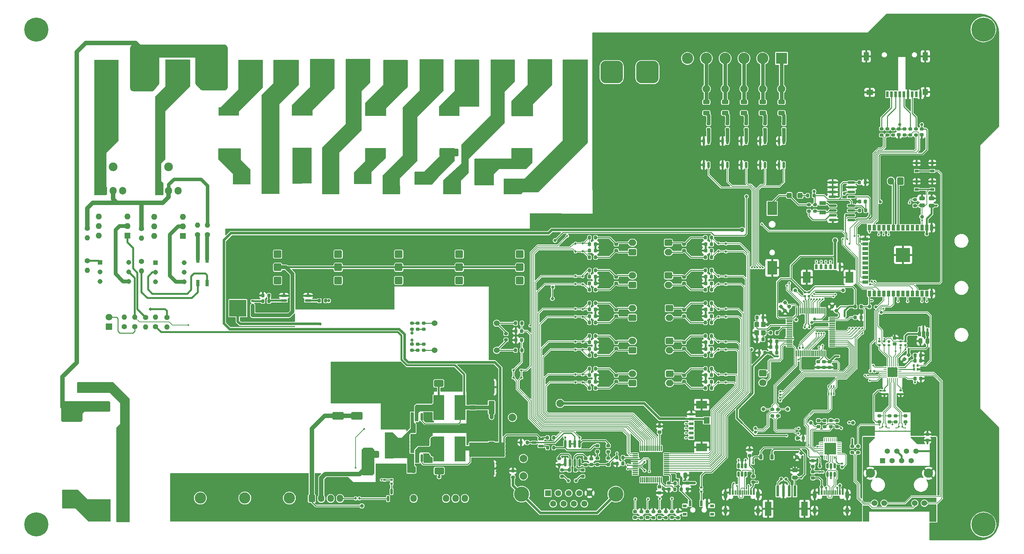
<source format=gbr>
%TF.GenerationSoftware,KiCad,Pcbnew,8.0.0*%
%TF.CreationDate,2024-07-08T15:04:36+07:00*%
%TF.ProjectId,SmartEnergyMag_System,536d6172-7445-46e6-9572-67794d61675f,rev?*%
%TF.SameCoordinates,Original*%
%TF.FileFunction,Copper,L1,Top*%
%TF.FilePolarity,Positive*%
%FSLAX46Y46*%
G04 Gerber Fmt 4.6, Leading zero omitted, Abs format (unit mm)*
G04 Created by KiCad (PCBNEW 8.0.0) date 2024-07-08 15:04:36*
%MOMM*%
%LPD*%
G01*
G04 APERTURE LIST*
G04 Aperture macros list*
%AMRoundRect*
0 Rectangle with rounded corners*
0 $1 Rounding radius*
0 $2 $3 $4 $5 $6 $7 $8 $9 X,Y pos of 4 corners*
0 Add a 4 corners polygon primitive as box body*
4,1,4,$2,$3,$4,$5,$6,$7,$8,$9,$2,$3,0*
0 Add four circle primitives for the rounded corners*
1,1,$1+$1,$2,$3*
1,1,$1+$1,$4,$5*
1,1,$1+$1,$6,$7*
1,1,$1+$1,$8,$9*
0 Add four rect primitives between the rounded corners*
20,1,$1+$1,$2,$3,$4,$5,0*
20,1,$1+$1,$4,$5,$6,$7,0*
20,1,$1+$1,$6,$7,$8,$9,0*
20,1,$1+$1,$8,$9,$2,$3,0*%
%AMFreePoly0*
4,1,45,-3.000000,1.500000,-2.988481,1.685539,-2.937641,1.928004,-2.847586,2.158795,-2.720773,2.371615,-2.560660,2.560660,-2.371615,2.720773,-2.158795,2.847586,-1.928004,2.937641,-1.685539,2.988481,-1.500000,3.000000,1.500000,3.000000,1.685539,2.988481,1.928004,2.937641,2.158795,2.847586,2.371615,2.720773,2.560660,2.560660,2.720773,2.371615,2.847586,2.158795,2.937641,1.928004,
2.988481,1.685539,3.000000,1.500000,3.000000,-1.500000,2.988481,-1.685539,2.937641,-1.928004,2.847586,-2.158795,2.720773,-2.371615,2.560660,-2.560660,2.371615,-2.720773,2.158795,-2.847586,1.928004,-2.937641,1.685539,-2.988481,1.500000,-3.000000,-1.500000,-3.000000,-1.685539,-2.988481,-1.928004,-2.937641,-2.158795,-2.847586,-2.371615,-2.720773,-2.560660,-2.560660,-2.720773,-2.371615,
-2.847586,-2.158795,-2.937641,-1.928004,-2.988481,-1.685539,-3.000000,-1.500000,-3.000000,1.500000,-3.000000,1.500000,$1*%
%AMFreePoly1*
4,1,9,3.862500,-0.866500,0.737500,-0.866500,0.737500,-0.450000,-0.737500,-0.450000,-0.737500,0.450000,0.737500,0.450000,0.737500,0.866500,3.862500,0.866500,3.862500,-0.866500,3.862500,-0.866500,$1*%
G04 Aperture macros list end*
%TA.AperFunction,SMDPad,CuDef*%
%ADD10RoundRect,0.200000X-0.275000X0.200000X-0.275000X-0.200000X0.275000X-0.200000X0.275000X0.200000X0*%
%TD*%
%TA.AperFunction,SMDPad,CuDef*%
%ADD11C,1.000000*%
%TD*%
%TA.AperFunction,ComponentPad*%
%ADD12RoundRect,0.250000X0.750000X-0.600000X0.750000X0.600000X-0.750000X0.600000X-0.750000X-0.600000X0*%
%TD*%
%TA.AperFunction,ComponentPad*%
%ADD13O,2.000000X1.700000*%
%TD*%
%TA.AperFunction,ComponentPad*%
%ADD14R,3.000000X3.000000*%
%TD*%
%TA.AperFunction,ComponentPad*%
%ADD15C,3.000000*%
%TD*%
%TA.AperFunction,SMDPad,CuDef*%
%ADD16RoundRect,0.225000X0.225000X0.250000X-0.225000X0.250000X-0.225000X-0.250000X0.225000X-0.250000X0*%
%TD*%
%TA.AperFunction,SMDPad,CuDef*%
%ADD17RoundRect,0.135000X0.185000X-0.135000X0.185000X0.135000X-0.185000X0.135000X-0.185000X-0.135000X0*%
%TD*%
%TA.AperFunction,SMDPad,CuDef*%
%ADD18RoundRect,0.225000X-0.225000X-0.250000X0.225000X-0.250000X0.225000X0.250000X-0.225000X0.250000X0*%
%TD*%
%TA.AperFunction,ComponentPad*%
%ADD19R,1.600000X1.600000*%
%TD*%
%TA.AperFunction,ComponentPad*%
%ADD20O,1.600000X1.600000*%
%TD*%
%TA.AperFunction,ComponentPad*%
%ADD21C,2.000000*%
%TD*%
%TA.AperFunction,SMDPad,CuDef*%
%ADD22RoundRect,0.218750X0.256250X-0.218750X0.256250X0.218750X-0.256250X0.218750X-0.256250X-0.218750X0*%
%TD*%
%TA.AperFunction,SMDPad,CuDef*%
%ADD23RoundRect,0.112500X-0.112500X0.187500X-0.112500X-0.187500X0.112500X-0.187500X0.112500X0.187500X0*%
%TD*%
%TA.AperFunction,SMDPad,CuDef*%
%ADD24RoundRect,0.250000X-0.325000X-0.650000X0.325000X-0.650000X0.325000X0.650000X-0.325000X0.650000X0*%
%TD*%
%TA.AperFunction,SMDPad,CuDef*%
%ADD25RoundRect,0.140000X0.170000X-0.140000X0.170000X0.140000X-0.170000X0.140000X-0.170000X-0.140000X0*%
%TD*%
%TA.AperFunction,ComponentPad*%
%ADD26C,1.400000*%
%TD*%
%TA.AperFunction,ComponentPad*%
%ADD27O,1.400000X1.400000*%
%TD*%
%TA.AperFunction,SMDPad,CuDef*%
%ADD28RoundRect,0.200000X0.200000X0.275000X-0.200000X0.275000X-0.200000X-0.275000X0.200000X-0.275000X0*%
%TD*%
%TA.AperFunction,SMDPad,CuDef*%
%ADD29RoundRect,0.200000X0.275000X-0.200000X0.275000X0.200000X-0.275000X0.200000X-0.275000X-0.200000X0*%
%TD*%
%TA.AperFunction,SMDPad,CuDef*%
%ADD30RoundRect,0.062500X0.062500X-0.117500X0.062500X0.117500X-0.062500X0.117500X-0.062500X-0.117500X0*%
%TD*%
%TA.AperFunction,SMDPad,CuDef*%
%ADD31RoundRect,0.250000X-0.400000X-0.450000X0.400000X-0.450000X0.400000X0.450000X-0.400000X0.450000X0*%
%TD*%
%TA.AperFunction,SMDPad,CuDef*%
%ADD32R,1.800000X1.000000*%
%TD*%
%TA.AperFunction,SMDPad,CuDef*%
%ADD33RoundRect,0.062500X0.375000X0.062500X-0.375000X0.062500X-0.375000X-0.062500X0.375000X-0.062500X0*%
%TD*%
%TA.AperFunction,SMDPad,CuDef*%
%ADD34RoundRect,0.062500X0.062500X0.375000X-0.062500X0.375000X-0.062500X-0.375000X0.062500X-0.375000X0*%
%TD*%
%TA.AperFunction,HeatsinkPad*%
%ADD35C,0.500000*%
%TD*%
%TA.AperFunction,HeatsinkPad*%
%ADD36R,2.500000X2.500000*%
%TD*%
%TA.AperFunction,SMDPad,CuDef*%
%ADD37RoundRect,0.140000X0.140000X0.170000X-0.140000X0.170000X-0.140000X-0.170000X0.140000X-0.170000X0*%
%TD*%
%TA.AperFunction,SMDPad,CuDef*%
%ADD38R,0.800000X1.300000*%
%TD*%
%TA.AperFunction,SMDPad,CuDef*%
%ADD39R,2.100000X3.000000*%
%TD*%
%TA.AperFunction,SMDPad,CuDef*%
%ADD40RoundRect,0.062500X0.062500X-0.412500X0.062500X0.412500X-0.062500X0.412500X-0.062500X-0.412500X0*%
%TD*%
%TA.AperFunction,SMDPad,CuDef*%
%ADD41RoundRect,0.062500X0.412500X-0.062500X0.412500X0.062500X-0.412500X0.062500X-0.412500X-0.062500X0*%
%TD*%
%TA.AperFunction,HeatsinkPad*%
%ADD42R,3.100000X3.100000*%
%TD*%
%TA.AperFunction,SMDPad,CuDef*%
%ADD43RoundRect,0.150000X-0.150000X0.825000X-0.150000X-0.825000X0.150000X-0.825000X0.150000X0.825000X0*%
%TD*%
%TA.AperFunction,SMDPad,CuDef*%
%ADD44RoundRect,0.112500X-0.187500X-0.112500X0.187500X-0.112500X0.187500X0.112500X-0.187500X0.112500X0*%
%TD*%
%TA.AperFunction,SMDPad,CuDef*%
%ADD45RoundRect,0.250000X-1.000000X-0.650000X1.000000X-0.650000X1.000000X0.650000X-1.000000X0.650000X0*%
%TD*%
%TA.AperFunction,SMDPad,CuDef*%
%ADD46RoundRect,0.250000X0.550000X-1.500000X0.550000X1.500000X-0.550000X1.500000X-0.550000X-1.500000X0*%
%TD*%
%TA.AperFunction,SMDPad,CuDef*%
%ADD47RoundRect,0.200000X-0.200000X-0.275000X0.200000X-0.275000X0.200000X0.275000X-0.200000X0.275000X0*%
%TD*%
%TA.AperFunction,SMDPad,CuDef*%
%ADD48RoundRect,0.225000X0.250000X-0.225000X0.250000X0.225000X-0.250000X0.225000X-0.250000X-0.225000X0*%
%TD*%
%TA.AperFunction,SMDPad,CuDef*%
%ADD49RoundRect,0.218750X-0.218750X-0.381250X0.218750X-0.381250X0.218750X0.381250X-0.218750X0.381250X0*%
%TD*%
%TA.AperFunction,ComponentPad*%
%ADD50RoundRect,0.250000X-0.725000X0.600000X-0.725000X-0.600000X0.725000X-0.600000X0.725000X0.600000X0*%
%TD*%
%TA.AperFunction,ComponentPad*%
%ADD51O,1.950000X1.700000*%
%TD*%
%TA.AperFunction,ComponentPad*%
%ADD52RoundRect,0.275000X1.825000X0.825000X-1.825000X0.825000X-1.825000X-0.825000X1.825000X-0.825000X0*%
%TD*%
%TA.AperFunction,ComponentPad*%
%ADD53RoundRect,0.250000X0.750000X-0.750000X0.750000X0.750000X-0.750000X0.750000X-0.750000X-0.750000X0*%
%TD*%
%TA.AperFunction,SMDPad,CuDef*%
%ADD54RoundRect,0.135000X-0.135000X-0.185000X0.135000X-0.185000X0.135000X0.185000X-0.135000X0.185000X0*%
%TD*%
%TA.AperFunction,SMDPad,CuDef*%
%ADD55RoundRect,0.250000X0.650000X-0.325000X0.650000X0.325000X-0.650000X0.325000X-0.650000X-0.325000X0*%
%TD*%
%TA.AperFunction,SMDPad,CuDef*%
%ADD56RoundRect,0.250000X0.250000X0.475000X-0.250000X0.475000X-0.250000X-0.475000X0.250000X-0.475000X0*%
%TD*%
%TA.AperFunction,SMDPad,CuDef*%
%ADD57RoundRect,0.150000X-0.825000X-0.150000X0.825000X-0.150000X0.825000X0.150000X-0.825000X0.150000X0*%
%TD*%
%TA.AperFunction,SMDPad,CuDef*%
%ADD58RoundRect,0.100000X-0.100000X0.225000X-0.100000X-0.225000X0.100000X-0.225000X0.100000X0.225000X0*%
%TD*%
%TA.AperFunction,ComponentPad*%
%ADD59C,0.800000*%
%TD*%
%TA.AperFunction,ComponentPad*%
%ADD60C,6.400000*%
%TD*%
%TA.AperFunction,SMDPad,CuDef*%
%ADD61RoundRect,0.135000X-0.185000X0.135000X-0.185000X-0.135000X0.185000X-0.135000X0.185000X0.135000X0*%
%TD*%
%TA.AperFunction,ComponentPad*%
%ADD62RoundRect,0.250000X-0.750000X0.600000X-0.750000X-0.600000X0.750000X-0.600000X0.750000X0.600000X0*%
%TD*%
%TA.AperFunction,ComponentPad*%
%ADD63R,1.800000X1.800000*%
%TD*%
%TA.AperFunction,ComponentPad*%
%ADD64C,1.800000*%
%TD*%
%TA.AperFunction,SMDPad,CuDef*%
%ADD65R,2.850000X6.600000*%
%TD*%
%TA.AperFunction,ComponentPad*%
%ADD66RoundRect,0.250000X-0.600000X-0.725000X0.600000X-0.725000X0.600000X0.725000X-0.600000X0.725000X0*%
%TD*%
%TA.AperFunction,ComponentPad*%
%ADD67O,1.700000X1.950000*%
%TD*%
%TA.AperFunction,SMDPad,CuDef*%
%ADD68RoundRect,0.250000X-0.625000X0.312500X-0.625000X-0.312500X0.625000X-0.312500X0.625000X0.312500X0*%
%TD*%
%TA.AperFunction,SMDPad,CuDef*%
%ADD69RoundRect,0.150000X-0.150000X0.662500X-0.150000X-0.662500X0.150000X-0.662500X0.150000X0.662500X0*%
%TD*%
%TA.AperFunction,SMDPad,CuDef*%
%ADD70RoundRect,0.112500X0.112500X-0.187500X0.112500X0.187500X-0.112500X0.187500X-0.112500X-0.187500X0*%
%TD*%
%TA.AperFunction,SMDPad,CuDef*%
%ADD71RoundRect,0.250000X1.000000X0.650000X-1.000000X0.650000X-1.000000X-0.650000X1.000000X-0.650000X0*%
%TD*%
%TA.AperFunction,SMDPad,CuDef*%
%ADD72RoundRect,0.250000X0.475000X-0.250000X0.475000X0.250000X-0.475000X0.250000X-0.475000X-0.250000X0*%
%TD*%
%TA.AperFunction,ComponentPad*%
%ADD73RoundRect,1.500000X1.500000X1.500000X-1.500000X1.500000X-1.500000X-1.500000X1.500000X-1.500000X0*%
%TD*%
%TA.AperFunction,ComponentPad*%
%ADD74FreePoly0,180.000000*%
%TD*%
%TA.AperFunction,SMDPad,CuDef*%
%ADD75RoundRect,0.150000X0.587500X0.150000X-0.587500X0.150000X-0.587500X-0.150000X0.587500X-0.150000X0*%
%TD*%
%TA.AperFunction,SMDPad,CuDef*%
%ADD76RoundRect,0.225000X0.017678X-0.335876X0.335876X-0.017678X-0.017678X0.335876X-0.335876X0.017678X0*%
%TD*%
%TA.AperFunction,SMDPad,CuDef*%
%ADD77R,1.050000X0.650000*%
%TD*%
%TA.AperFunction,SMDPad,CuDef*%
%ADD78R,0.600000X1.240000*%
%TD*%
%TA.AperFunction,SMDPad,CuDef*%
%ADD79R,0.300000X1.240000*%
%TD*%
%TA.AperFunction,ComponentPad*%
%ADD80O,1.000000X2.100000*%
%TD*%
%TA.AperFunction,ComponentPad*%
%ADD81O,1.000000X1.800000*%
%TD*%
%TA.AperFunction,ComponentPad*%
%ADD82R,1.308000X1.308000*%
%TD*%
%TA.AperFunction,ComponentPad*%
%ADD83C,1.308000*%
%TD*%
%TA.AperFunction,ComponentPad*%
%ADD84C,2.325000*%
%TD*%
%TA.AperFunction,SMDPad,CuDef*%
%ADD85R,0.900000X1.500000*%
%TD*%
%TA.AperFunction,SMDPad,CuDef*%
%ADD86R,1.500000X0.900000*%
%TD*%
%TA.AperFunction,SMDPad,CuDef*%
%ADD87R,0.900000X0.900000*%
%TD*%
%TA.AperFunction,HeatsinkPad*%
%ADD88C,0.600000*%
%TD*%
%TA.AperFunction,SMDPad,CuDef*%
%ADD89R,3.800000X3.800000*%
%TD*%
%TA.AperFunction,SMDPad,CuDef*%
%ADD90RoundRect,0.250000X-0.550000X1.500000X-0.550000X-1.500000X0.550000X-1.500000X0.550000X1.500000X0*%
%TD*%
%TA.AperFunction,SMDPad,CuDef*%
%ADD91RoundRect,0.225000X-0.017678X0.335876X-0.335876X0.017678X0.017678X-0.335876X0.335876X-0.017678X0*%
%TD*%
%TA.AperFunction,SMDPad,CuDef*%
%ADD92RoundRect,0.218750X-0.256250X0.218750X-0.256250X-0.218750X0.256250X-0.218750X0.256250X0.218750X0*%
%TD*%
%TA.AperFunction,ComponentPad*%
%ADD93RoundRect,0.200000X-2.300000X0.800000X-2.300000X-0.800000X2.300000X-0.800000X2.300000X0.800000X0*%
%TD*%
%TA.AperFunction,SMDPad,CuDef*%
%ADD94RoundRect,0.140000X-0.140000X-0.170000X0.140000X-0.170000X0.140000X0.170000X-0.140000X0.170000X0*%
%TD*%
%TA.AperFunction,ComponentPad*%
%ADD95RoundRect,0.250000X-1.250000X0.750000X-1.250000X-0.750000X1.250000X-0.750000X1.250000X0.750000X0*%
%TD*%
%TA.AperFunction,ComponentPad*%
%ADD96RoundRect,0.250000X1.250000X-0.750000X1.250000X0.750000X-1.250000X0.750000X-1.250000X-0.750000X0*%
%TD*%
%TA.AperFunction,SMDPad,CuDef*%
%ADD97RoundRect,0.075000X-0.075000X0.662500X-0.075000X-0.662500X0.075000X-0.662500X0.075000X0.662500X0*%
%TD*%
%TA.AperFunction,SMDPad,CuDef*%
%ADD98RoundRect,0.075000X-0.662500X0.075000X-0.662500X-0.075000X0.662500X-0.075000X0.662500X0.075000X0*%
%TD*%
%TA.AperFunction,ComponentPad*%
%ADD99R,1.905000X2.000000*%
%TD*%
%TA.AperFunction,ComponentPad*%
%ADD100O,1.905000X2.000000*%
%TD*%
%TA.AperFunction,SMDPad,CuDef*%
%ADD101R,0.700000X1.600000*%
%TD*%
%TA.AperFunction,SMDPad,CuDef*%
%ADD102R,1.400000X1.600000*%
%TD*%
%TA.AperFunction,SMDPad,CuDef*%
%ADD103R,1.400000X2.200000*%
%TD*%
%TA.AperFunction,SMDPad,CuDef*%
%ADD104R,1.800000X1.400000*%
%TD*%
%TA.AperFunction,SMDPad,CuDef*%
%ADD105RoundRect,0.225000X0.335876X0.017678X0.017678X0.335876X-0.335876X-0.017678X-0.017678X-0.335876X0*%
%TD*%
%TA.AperFunction,SMDPad,CuDef*%
%ADD106RoundRect,0.218750X0.218750X0.256250X-0.218750X0.256250X-0.218750X-0.256250X0.218750X-0.256250X0*%
%TD*%
%TA.AperFunction,SMDPad,CuDef*%
%ADD107R,0.800000X2.900000*%
%TD*%
%TA.AperFunction,SMDPad,CuDef*%
%ADD108R,1.800000X3.800000*%
%TD*%
%TA.AperFunction,SMDPad,CuDef*%
%ADD109RoundRect,0.225000X-0.250000X0.225000X-0.250000X-0.225000X0.250000X-0.225000X0.250000X0.225000X0*%
%TD*%
%TA.AperFunction,SMDPad,CuDef*%
%ADD110RoundRect,0.150000X0.150000X-0.825000X0.150000X0.825000X-0.150000X0.825000X-0.150000X-0.825000X0*%
%TD*%
%TA.AperFunction,SMDPad,CuDef*%
%ADD111RoundRect,0.150000X-0.150000X0.512500X-0.150000X-0.512500X0.150000X-0.512500X0.150000X0.512500X0*%
%TD*%
%TA.AperFunction,ComponentPad*%
%ADD112RoundRect,0.250000X0.600000X0.725000X-0.600000X0.725000X-0.600000X-0.725000X0.600000X-0.725000X0*%
%TD*%
%TA.AperFunction,ComponentPad*%
%ADD113C,1.524000*%
%TD*%
%TA.AperFunction,SMDPad,CuDef*%
%ADD114RoundRect,0.125000X0.300000X0.125000X-0.300000X0.125000X-0.300000X-0.125000X0.300000X-0.125000X0*%
%TD*%
%TA.AperFunction,SMDPad,CuDef*%
%ADD115R,4.550000X4.410000*%
%TD*%
%TA.AperFunction,SMDPad,CuDef*%
%ADD116R,1.000000X0.800000*%
%TD*%
%TA.AperFunction,SMDPad,CuDef*%
%ADD117R,0.700000X1.500000*%
%TD*%
%TA.AperFunction,SMDPad,CuDef*%
%ADD118R,0.900000X1.800000*%
%TD*%
%TA.AperFunction,SMDPad,CuDef*%
%ADD119RoundRect,0.075000X-0.700000X-0.075000X0.700000X-0.075000X0.700000X0.075000X-0.700000X0.075000X0*%
%TD*%
%TA.AperFunction,SMDPad,CuDef*%
%ADD120RoundRect,0.075000X-0.075000X-0.700000X0.075000X-0.700000X0.075000X0.700000X-0.075000X0.700000X0*%
%TD*%
%TA.AperFunction,SMDPad,CuDef*%
%ADD121R,1.300000X0.800000*%
%TD*%
%TA.AperFunction,SMDPad,CuDef*%
%ADD122R,3.000000X2.100000*%
%TD*%
%TA.AperFunction,ComponentPad*%
%ADD123R,1.398000X1.398000*%
%TD*%
%TA.AperFunction,ComponentPad*%
%ADD124C,1.398000*%
%TD*%
%TA.AperFunction,ComponentPad*%
%ADD125C,1.530000*%
%TD*%
%TA.AperFunction,ComponentPad*%
%ADD126C,2.445000*%
%TD*%
%TA.AperFunction,SMDPad,CuDef*%
%ADD127RoundRect,0.150000X-0.150000X0.587500X-0.150000X-0.587500X0.150000X-0.587500X0.150000X0.587500X0*%
%TD*%
%TA.AperFunction,SMDPad,CuDef*%
%ADD128RoundRect,0.250000X-0.250000X-0.475000X0.250000X-0.475000X0.250000X0.475000X-0.250000X0.475000X0*%
%TD*%
%TA.AperFunction,ComponentPad*%
%ADD129C,4.000000*%
%TD*%
%TA.AperFunction,ComponentPad*%
%ADD130C,1.600000*%
%TD*%
%TA.AperFunction,SMDPad,CuDef*%
%ADD131R,1.200000X1.400000*%
%TD*%
%TA.AperFunction,SMDPad,CuDef*%
%ADD132RoundRect,0.112500X0.187500X0.112500X-0.187500X0.112500X-0.187500X-0.112500X0.187500X-0.112500X0*%
%TD*%
%TA.AperFunction,SMDPad,CuDef*%
%ADD133RoundRect,0.225000X-0.225000X0.425000X-0.225000X-0.425000X0.225000X-0.425000X0.225000X0.425000X0*%
%TD*%
%TA.AperFunction,SMDPad,CuDef*%
%ADD134FreePoly1,270.000000*%
%TD*%
%TA.AperFunction,SMDPad,CuDef*%
%ADD135RoundRect,0.135000X0.135000X0.185000X-0.135000X0.185000X-0.135000X-0.185000X0.135000X-0.185000X0*%
%TD*%
%TA.AperFunction,SMDPad,CuDef*%
%ADD136RoundRect,0.218750X-0.218750X-0.256250X0.218750X-0.256250X0.218750X0.256250X-0.218750X0.256250X0*%
%TD*%
%TA.AperFunction,SMDPad,CuDef*%
%ADD137RoundRect,0.150000X0.662500X0.150000X-0.662500X0.150000X-0.662500X-0.150000X0.662500X-0.150000X0*%
%TD*%
%TA.AperFunction,SMDPad,CuDef*%
%ADD138R,2.600000X3.660000*%
%TD*%
%TA.AperFunction,SMDPad,CuDef*%
%ADD139R,2.600000X3.540000*%
%TD*%
%TA.AperFunction,ViaPad*%
%ADD140C,0.800000*%
%TD*%
%TA.AperFunction,ViaPad*%
%ADD141C,0.500000*%
%TD*%
%TA.AperFunction,ViaPad*%
%ADD142C,0.600000*%
%TD*%
%TA.AperFunction,ViaPad*%
%ADD143C,1.200000*%
%TD*%
%TA.AperFunction,Conductor*%
%ADD144C,0.250000*%
%TD*%
%TA.AperFunction,Conductor*%
%ADD145C,1.000000*%
%TD*%
%TA.AperFunction,Conductor*%
%ADD146C,0.500000*%
%TD*%
%TA.AperFunction,Conductor*%
%ADD147C,0.300000*%
%TD*%
%TA.AperFunction,Conductor*%
%ADD148C,0.700000*%
%TD*%
%TA.AperFunction,Conductor*%
%ADD149C,1.200000*%
%TD*%
%TA.AperFunction,Conductor*%
%ADD150C,0.150000*%
%TD*%
%TA.AperFunction,Conductor*%
%ADD151C,0.200000*%
%TD*%
%TA.AperFunction,Conductor*%
%ADD152C,0.900000*%
%TD*%
G04 APERTURE END LIST*
D10*
%TO.P,R59,1*%
%TO.N,Net-(J25-Pin_2)*%
X174980000Y-87051250D03*
%TO.P,R59,2*%
%TO.N,Net-(J25-Pin_1)*%
X174980000Y-88701250D03*
%TD*%
%TO.P,R20,1*%
%TO.N,/Untitled Sheet/RD+*%
X251849572Y-123935000D03*
%TO.P,R20,2*%
%TO.N,+3V3*%
X251849572Y-125585000D03*
%TD*%
D11*
%TO.P,TP6,1,1*%
%TO.N,USART2_TX*%
X214050000Y-122150000D03*
%TD*%
D12*
%TO.P,J26,1,Pin_1*%
%TO.N,Net-(J26-Pin_1)*%
X179265000Y-80420000D03*
D13*
%TO.P,J26,2,Pin_2*%
%TO.N,Net-(J26-Pin_2)*%
X179265000Y-77920000D03*
%TD*%
D14*
%TO.P,J33,1,Pin_1*%
%TO.N,GND*%
X59430000Y-145810000D03*
D15*
%TO.P,J33,2,Pin_2*%
%TO.N,+3.3VA*%
X64430000Y-145810000D03*
%TD*%
D16*
%TO.P,C60,1*%
%TO.N,GND*%
X224675000Y-129900000D03*
%TO.P,C60,2*%
%TO.N,Net-(U6-V3)*%
X223125000Y-129900000D03*
%TD*%
D10*
%TO.P,R133,1*%
%TO.N,GND*%
X188120000Y-149410000D03*
%TO.P,R133,2*%
%TO.N,Net-(LED3-K)*%
X188120000Y-151060000D03*
%TD*%
D11*
%TO.P,TP1,1,1*%
%TO.N,BOOT*%
X242220000Y-94900000D03*
%TD*%
D17*
%TO.P,R92,1*%
%TO.N,Net-(Q16-B)*%
X115270000Y-141996243D03*
%TO.P,R92,2*%
%TO.N,GPIO16*%
X115270000Y-140976245D03*
%TD*%
D18*
%TO.P,C57,1*%
%TO.N,GND*%
X239625000Y-66985000D03*
%TO.P,C57,2*%
%TO.N,+5V*%
X241175000Y-66985000D03*
%TD*%
D19*
%TO.P,U7,1*%
%TO.N,Net-(R33-Pad1)*%
X59824375Y-76110000D03*
D20*
%TO.P,U7,2*%
%TO.N,GNDPWR*%
X59824375Y-73570000D03*
%TO.P,U7,3,NC*%
%TO.N,unconnected-(U7-NC-Pad3)*%
X59824375Y-71030001D03*
%TO.P,U7,4*%
%TO.N,Net-(Q2-G)*%
X52204375Y-71030000D03*
%TO.P,U7,5,NC*%
%TO.N,unconnected-(U7-NC-Pad5)*%
X52204375Y-73570000D03*
%TO.P,U7,6*%
%TO.N,Net-(R34-Pad2)*%
X52204375Y-76110000D03*
%TD*%
D11*
%TO.P,TP17,1,1*%
%TO.N,VCC*%
X107350000Y-147900000D03*
%TD*%
D21*
%TO.P,TP19,1,1*%
%TO.N,B*%
X150290000Y-139940000D03*
%TD*%
D22*
%TO.P,D36,1,K*%
%TO.N,Net-(D36-K)*%
X204519358Y-47800806D03*
%TO.P,D36,2,A*%
%TO.N,Net-(D36-A)*%
X204519358Y-46225804D03*
%TD*%
D12*
%TO.P,J22,1,Pin_1*%
%TO.N,Net-(J22-Pin_1)*%
X179265000Y-115245000D03*
D13*
%TO.P,J22,2,Pin_2*%
%TO.N,Net-(J22-Pin_2)*%
X179265000Y-112745000D03*
%TD*%
D23*
%TO.P,D17,1,K*%
%TO.N,/IC ENERGY/IP6*%
X166060000Y-112967500D03*
%TO.P,D17,2,A*%
%TO.N,/IC ENERGY/IN6*%
X166060000Y-115067500D03*
%TD*%
D15*
%TO.P,F2,1*%
%TO.N,AC-L*%
X29760000Y-146010000D03*
%TO.P,F2,2*%
%TO.N,AC-L_DM*%
X29760000Y-123509999D03*
%TD*%
D10*
%TO.P,R89,1*%
%TO.N,+5V*%
X227760000Y-67830000D03*
%TO.P,R89,2*%
%TO.N,Net-(U22-X2)*%
X227760000Y-69480000D03*
%TD*%
D24*
%TO.P,C65,1*%
%TO.N,VSSA*%
X121084999Y-138232109D03*
%TO.P,C65,2*%
%TO.N,GND*%
X124035001Y-138232109D03*
%TD*%
D25*
%TO.P,C12,1*%
%TO.N,GND*%
X246197478Y-118182531D03*
%TO.P,C12,2*%
%TO.N,+3V3*%
X246197478Y-117222531D03*
%TD*%
D26*
%TO.P,R31,1*%
%TO.N,Net-(R31-Pad1)*%
X48824376Y-82855001D03*
D27*
%TO.P,R31,2*%
%TO.N,Net-(D8-Pad+)*%
X48824376Y-85395001D03*
%TD*%
D28*
%TO.P,R120,1*%
%TO.N,Net-(Q17-C)*%
X151285000Y-131020000D03*
%TO.P,R120,2*%
%TO.N,GND*%
X149635000Y-131020000D03*
%TD*%
D29*
%TO.P,R53,1*%
%TO.N,Net-(J16-Pin_2)*%
X193007500Y-97407500D03*
%TO.P,R53,2*%
%TO.N,Net-(J16-Pin_1)*%
X193007500Y-95757500D03*
%TD*%
D30*
%TO.P,D3,1,A1*%
%TO.N,/Untitled Sheet/RD+*%
X251840000Y-127160000D03*
%TO.P,D3,2,A2*%
%TO.N,GND*%
X251840000Y-128000000D03*
%TD*%
D10*
%TO.P,R29,1*%
%TO.N,USART2_TX*%
X216450000Y-122275000D03*
%TO.P,R29,2*%
%TO.N,Net-(U6-RXD)*%
X216450000Y-123925000D03*
%TD*%
D18*
%TO.P,C26,1*%
%TO.N,GND*%
X175160000Y-136615000D03*
%TO.P,C26,2*%
%TO.N,/IC ENERGY/NRST*%
X176710000Y-136615000D03*
%TD*%
D31*
%TO.P,D38,1,K*%
%TO.N,Net-(D38-K)*%
X220922500Y-65345000D03*
%TO.P,D38,2,A*%
%TO.N,Net-(D38-A)*%
X223822500Y-65345000D03*
%TD*%
D32*
%TO.P,Y3,1,1*%
%TO.N,Net-(U22-X2)*%
X229770000Y-69864999D03*
%TO.P,Y3,2,2*%
%TO.N,Net-(U22-X1)*%
X229770000Y-67365001D03*
%TD*%
D33*
%TO.P,U2,1,VDD2A*%
%TO.N,+3V3*%
X250304978Y-113577509D03*
%TO.P,U2,2,LED2/~{INTSEL}*%
%TO.N,/Untitled Sheet/ACTLED*%
X250304977Y-113077509D03*
%TO.P,U2,3,LED1/REGOFF*%
%TO.N,/Untitled Sheet/LINKLED*%
X250304978Y-112577509D03*
%TO.P,U2,4,XTAL2*%
%TO.N,unconnected-(U2-XTAL2-Pad4)*%
X250304978Y-112077509D03*
%TO.P,U2,5,XTAL1/CLKIN*%
%TO.N,IO17_RCLK*%
X250304977Y-111577509D03*
%TO.P,U2,6,VDDCR*%
%TO.N,Net-(U2-VDDCR)*%
X250304978Y-111077509D03*
D34*
%TO.P,U2,7,RXD1/MODE1*%
%TO.N,EMAC_RXD1*%
X249617478Y-110390009D03*
%TO.P,U2,8,RXD0/MODE0*%
%TO.N,EMAC_RXD0*%
X249117478Y-110390010D03*
%TO.P,U2,9,VDDIO*%
%TO.N,+3.3VA*%
X248617478Y-110390009D03*
%TO.P,U2,10,RXER/PHYAD0*%
%TO.N,Net-(U2-RXER{slash}PHYAD0)*%
X248117478Y-110390009D03*
%TO.P,U2,11,CRS_DV/MODE2*%
%TO.N,EMAC_CRS_DV*%
X247617478Y-110390010D03*
%TO.P,U2,12,MDIO*%
%TO.N,EMAC_MDIO*%
X247117478Y-110390009D03*
D33*
%TO.P,U2,13,MDC*%
%TO.N,EMAC_MDC*%
X246429978Y-111077509D03*
%TO.P,U2,14,~{INT}/REFCLKO*%
%TO.N,unconnected-(U2-~{INT}{slash}REFCLKO-Pad14)*%
X246429979Y-111577509D03*
%TO.P,U2,15,~{RST}*%
%TO.N,Net-(U2-~{RST})*%
X246429978Y-112077509D03*
%TO.P,U2,16,TXEN*%
%TO.N,EMAC_TX_EN*%
X246429978Y-112577509D03*
%TO.P,U2,17,TXD0*%
%TO.N,EMAC_TXD0*%
X246429979Y-113077509D03*
%TO.P,U2,18,TXD1*%
%TO.N,EMAC_TXD1*%
X246429978Y-113577509D03*
D34*
%TO.P,U2,19,VDD1A*%
%TO.N,+3V3*%
X247117478Y-114265009D03*
%TO.P,U2,20,TXN*%
%TO.N,/Untitled Sheet/TD-*%
X247617478Y-114265008D03*
%TO.P,U2,21,TXP*%
%TO.N,/Untitled Sheet/TD+*%
X248117478Y-114265009D03*
%TO.P,U2,22,RXN*%
%TO.N,/Untitled Sheet/RD-*%
X248617478Y-114265009D03*
%TO.P,U2,23,RXP*%
%TO.N,/Untitled Sheet/RD+*%
X249117478Y-114265008D03*
%TO.P,U2,24,RBIAS*%
%TO.N,Net-(U2-RBIAS)*%
X249617478Y-114265009D03*
D35*
%TO.P,U2,25,VSS*%
%TO.N,GND*%
X249367478Y-113327509D03*
X249367478Y-112327509D03*
X249367478Y-111327509D03*
X248367478Y-113327509D03*
X248367478Y-112327509D03*
D36*
X248367478Y-112327509D03*
D35*
X248367478Y-111327509D03*
X247367478Y-113327509D03*
X247367478Y-112327509D03*
X247367478Y-111327509D03*
%TD*%
D37*
%TO.P,C11,1*%
%TO.N,GND*%
X256530000Y-100675000D03*
%TO.P,C11,2*%
%TO.N,+3V3*%
X255570000Y-100675000D03*
%TD*%
D38*
%TO.P,J27,1,1*%
%TO.N,SPI1_SCK*%
X228150000Y-84350000D03*
%TO.P,J27,2,2*%
%TO.N,SPI1_MISO*%
X229400000Y-84350000D03*
%TO.P,J27,3,3*%
%TO.N,SPI1_MOSI*%
X230650000Y-84350000D03*
%TO.P,J27,4,4*%
%TO.N,SPI1_CS*%
X231900000Y-84350000D03*
%TO.P,J27,5,5*%
%TO.N,+3.3VA*%
X233150000Y-84350000D03*
%TO.P,J27,6,6*%
%TO.N,GND*%
X234400000Y-84350000D03*
D39*
%TO.P,J27,S1,SHIELD*%
X225600000Y-87100000D03*
%TO.P,J27,S2,SHIELD*%
X236950000Y-87100000D03*
%TD*%
D29*
%TO.P,R52,1*%
%TO.N,Net-(J12-Pin_2)*%
X193007500Y-88701250D03*
%TO.P,R52,2*%
%TO.N,Net-(J12-Pin_1)*%
X193007500Y-87051250D03*
%TD*%
D10*
%TO.P,R78,1*%
%TO.N,Net-(J26-Pin_2)*%
X174980000Y-78345000D03*
%TO.P,R78,2*%
%TO.N,Net-(J26-Pin_1)*%
X174980000Y-79995000D03*
%TD*%
D40*
%TO.P,U28,1,~{DCD}*%
%TO.N,unconnected-(U28-~{DCD}-Pad1)*%
X230325000Y-135025000D03*
%TO.P,U28,2,~{RI}/CLK*%
%TO.N,unconnected-(U28-~{RI}{slash}CLK-Pad2)*%
X230825000Y-135025000D03*
%TO.P,U28,3,GND*%
%TO.N,GND*%
X231325000Y-135025000D03*
%TO.P,U28,4,D+*%
%TO.N,USB_ESPV_D+*%
X231825000Y-135025001D03*
%TO.P,U28,5,D-*%
%TO.N,USB_ESPV_D-*%
X232325000Y-135025000D03*
%TO.P,U28,6,VDD*%
%TO.N,+3.3VA*%
X232825000Y-135025000D03*
%TO.P,U28,7,VREGIN*%
X233325000Y-135025000D03*
D41*
%TO.P,U28,8,VBUS*%
%TO.N,VBUS*%
X234200000Y-134150000D03*
%TO.P,U28,9,~{RST}*%
%TO.N,unconnected-(U28-~{RST}-Pad9)*%
X234200000Y-133650000D03*
%TO.P,U28,10,NC*%
%TO.N,unconnected-(U28-NC-Pad10)*%
X234200000Y-133150000D03*
%TO.P,U28,11,~{SUSPEND}*%
%TO.N,unconnected-(U28-~{SUSPEND}-Pad11)*%
X234200001Y-132650000D03*
%TO.P,U28,12,SUSPEND*%
%TO.N,unconnected-(U28-SUSPEND-Pad12)*%
X234200000Y-132150000D03*
%TO.P,U28,13,CHREN*%
%TO.N,unconnected-(U28-CHREN-Pad13)*%
X234200000Y-131650000D03*
%TO.P,U28,14,CHR1*%
%TO.N,unconnected-(U28-CHR1-Pad14)*%
X234200000Y-131150000D03*
D40*
%TO.P,U28,15,CHR0*%
%TO.N,unconnected-(U28-CHR0-Pad15)*%
X233325000Y-130275000D03*
%TO.P,U28,16,~{WAKEUP}/GPIO.3*%
%TO.N,unconnected-(U28-~{WAKEUP}{slash}GPIO.3-Pad16)*%
X232825000Y-130275000D03*
%TO.P,U28,17,RS485/GPIO.2*%
%TO.N,unconnected-(U28-RS485{slash}GPIO.2-Pad17)*%
X232325000Y-130275000D03*
%TO.P,U28,18,~{RXT}/GPIO.1*%
%TO.N,unconnected-(U28-~{RXT}{slash}GPIO.1-Pad18)*%
X231825000Y-130274999D03*
%TO.P,U28,19,~{TXT}/GPIO.0*%
%TO.N,unconnected-(U28-~{TXT}{slash}GPIO.0-Pad19)*%
X231325000Y-130275000D03*
%TO.P,U28,20,GPIO.6*%
%TO.N,unconnected-(U28-GPIO.6-Pad20)*%
X230825000Y-130275000D03*
%TO.P,U28,21,GPIO.5*%
%TO.N,unconnected-(U28-GPIO.5-Pad21)*%
X230325000Y-130275000D03*
D41*
%TO.P,U28,22,GPIO.4*%
%TO.N,unconnected-(U28-GPIO.4-Pad22)*%
X229450000Y-131150000D03*
%TO.P,U28,23,~{CTS}*%
%TO.N,unconnected-(U28-~{CTS}-Pad23)*%
X229450000Y-131650000D03*
%TO.P,U28,24,~{RTS}*%
%TO.N,/USB_UART/~{RTS}*%
X229450000Y-132150000D03*
%TO.P,U28,25,RXD*%
%TO.N,TXD_ESP*%
X229449999Y-132650000D03*
%TO.P,U28,26,TXD*%
%TO.N,RXD_ESP*%
X229450000Y-133150000D03*
%TO.P,U28,27,~{DSR}*%
%TO.N,unconnected-(U28-~{DSR}-Pad27)*%
X229450000Y-133650000D03*
%TO.P,U28,28,~{DTR}*%
%TO.N,/USB_UART/~{DTR}*%
X229450000Y-134150000D03*
D35*
%TO.P,U28,29,GND*%
%TO.N,GND*%
X230775000Y-133700000D03*
X231475001Y-133700000D03*
X232174999Y-133700000D03*
X232875000Y-133700000D03*
X231475000Y-133000000D03*
X232175000Y-133000000D03*
X230775000Y-132999999D03*
X232875000Y-132999999D03*
D42*
X231825000Y-132650000D03*
D35*
X230775000Y-132300001D03*
X232875000Y-132300001D03*
X231475000Y-132300000D03*
X232175000Y-132300000D03*
X230775000Y-131600000D03*
X231475001Y-131600000D03*
X232174999Y-131600000D03*
X232875000Y-131600000D03*
%TD*%
D28*
%TO.P,R119,1*%
%TO.N,Net-(R118-Pad1)*%
X82675000Y-91950000D03*
%TO.P,R119,2*%
%TO.N,GND*%
X81025000Y-91950000D03*
%TD*%
D43*
%TO.P,U13,1,RO*%
%TO.N,RX_RS485*%
X165205000Y-131425000D03*
%TO.P,U13,2,~{RE}*%
%TO.N,Net-(Q17-C)*%
X163935000Y-131425000D03*
%TO.P,U13,3,DE*%
X162665000Y-131425000D03*
%TO.P,U13,4,DI*%
%TO.N,TX_RS485*%
X161395000Y-131425000D03*
%TO.P,U13,5,GND*%
%TO.N,GND*%
X161395000Y-136375000D03*
%TO.P,U13,6,A*%
%TO.N,Net-(U13-A)*%
X162665000Y-136375000D03*
%TO.P,U13,7,B*%
%TO.N,Net-(U13-B)*%
X163935000Y-136375000D03*
%TO.P,U13,8,VCC*%
%TO.N,+3.3VA*%
X165205000Y-136375000D03*
%TD*%
D28*
%TO.P,R91,1*%
%TO.N,+5V*%
X227495000Y-65345000D03*
%TO.P,R91,2*%
%TO.N,Net-(D38-A)*%
X225845000Y-65345000D03*
%TD*%
D44*
%TO.P,D11,1,K*%
%TO.N,VP*%
X147642500Y-111825000D03*
%TO.P,D11,2,A*%
%TO.N,VN*%
X149742500Y-111825000D03*
%TD*%
D45*
%TO.P,D40,1,K*%
%TO.N,Net-(D40-K)*%
X127922499Y-138592109D03*
%TO.P,D40,2,A*%
%TO.N,GND*%
X131922501Y-138592109D03*
%TD*%
D16*
%TO.P,C32,1*%
%TO.N,/IC ENERGY/IP3*%
X200250000Y-97430611D03*
%TO.P,C32,2*%
%TO.N,GND*%
X198700000Y-97430611D03*
%TD*%
D46*
%TO.P,C69,1*%
%TO.N,+5V*%
X141815519Y-121728879D03*
%TO.P,C69,2*%
%TO.N,GND*%
X141815519Y-116328879D03*
%TD*%
D47*
%TO.P,R69,1*%
%TO.N,Net-(J18-Pin_2)*%
X198650000Y-116597500D03*
%TO.P,R69,2*%
%TO.N,/IC ENERGY/IP5*%
X200300000Y-116597500D03*
%TD*%
D26*
%TO.P,R23,1*%
%TO.N,Net-(D8-PadAC2)*%
X66289999Y-75805002D03*
D27*
%TO.P,R23,2*%
%TO.N,AC-N*%
X66289999Y-73265002D03*
%TD*%
D29*
%TO.P,R137,1*%
%TO.N,+3.3VA*%
X233634999Y-126865000D03*
%TO.P,R137,2*%
%TO.N,Net-(D56-A)*%
X233634999Y-125215000D03*
%TD*%
D48*
%TO.P,C54,1*%
%TO.N,Net-(D32-A)*%
X227225000Y-137450000D03*
%TO.P,C54,2*%
%TO.N,GND*%
X227225000Y-135900000D03*
%TD*%
D49*
%TO.P,FB1,1*%
%TO.N,+3V3*%
X255557500Y-102170000D03*
%TO.P,FB1,2*%
%TO.N,+3.3VA*%
X257682500Y-102170000D03*
%TD*%
D50*
%TO.P,J14,1,Pin_1*%
%TO.N,UART4_TX*%
X213910001Y-112629998D03*
D51*
%TO.P,J14,2,Pin_2*%
%TO.N,UART4_RX*%
X213910001Y-115129998D03*
%TD*%
D52*
%TO.P,K1,13*%
%TO.N,Net-(J9-Pin_2)*%
X75420000Y-60950000D03*
%TO.P,K1,14*%
%TO.N,OUT_04*%
X83020000Y-63650000D03*
D53*
%TO.P,K1,A1*%
%TO.N,Net-(D47-A)*%
X84970000Y-87950000D03*
%TO.P,K1,A2*%
%TO.N,Net-(D48-A)*%
X84969999Y-80950000D03*
%TO.P,K1,A3*%
%TO.N,VCOM*%
X84970000Y-84450000D03*
%TD*%
D47*
%TO.P,R63,1*%
%TO.N,Net-(J12-Pin_2)*%
X198650000Y-90439437D03*
%TO.P,R63,2*%
%TO.N,/IC ENERGY/IP2*%
X200300000Y-90439437D03*
%TD*%
D26*
%TO.P,R33,1*%
%TO.N,Net-(R33-Pad1)*%
X55524375Y-97765000D03*
D27*
%TO.P,R33,2*%
%TO.N,TIM2_CH3*%
X55524375Y-100305000D03*
%TD*%
D29*
%TO.P,R121,1*%
%TO.N,+3.3VA*%
X169940000Y-136890000D03*
%TO.P,R121,2*%
%TO.N,Net-(D2-K)*%
X169940000Y-135240000D03*
%TD*%
D28*
%TO.P,R50,1*%
%TO.N,/IC ENERGY/NRST*%
X176760000Y-135035000D03*
%TO.P,R50,2*%
%TO.N,+3.3VA*%
X175110000Y-135035000D03*
%TD*%
D54*
%TO.P,R94,1*%
%TO.N,Net-(J15-Pin_4)*%
X105710001Y-145910000D03*
%TO.P,R94,2*%
%TO.N,Net-(Q16-C)*%
X106729999Y-145910000D03*
%TD*%
D17*
%TO.P,R9,1*%
%TO.N,EMAC_MDIO*%
X244914478Y-105124999D03*
%TO.P,R9,2*%
%TO.N,+3V3*%
X244914478Y-104105001D03*
%TD*%
D55*
%TO.P,C64,1*%
%TO.N,+3.3VA*%
X136840000Y-132557110D03*
%TO.P,C64,2*%
%TO.N,GND*%
X136840000Y-129607108D03*
%TD*%
D56*
%TO.P,C25,1*%
%TO.N,GND*%
X193349999Y-139765000D03*
%TO.P,C25,2*%
%TO.N,+3.3VA*%
X191450001Y-139765000D03*
%TD*%
D29*
%TO.P,R55,1*%
%TO.N,Net-(J18-Pin_2)*%
X193007500Y-114820000D03*
%TO.P,R55,2*%
%TO.N,Net-(J18-Pin_1)*%
X193007500Y-113170000D03*
%TD*%
D12*
%TO.P,J25,1,Pin_1*%
%TO.N,Net-(J25-Pin_1)*%
X179265000Y-89126250D03*
D13*
%TO.P,J25,2,Pin_2*%
%TO.N,Net-(J25-Pin_2)*%
X179265000Y-86626250D03*
%TD*%
D57*
%TO.P,U21,1,A0*%
%TO.N,GND*%
X232475000Y-61880000D03*
%TO.P,U21,2,A1*%
X232475000Y-63150000D03*
%TO.P,U21,3,A2*%
X232475000Y-64420000D03*
%TO.P,U21,4,GND*%
X232475000Y-65690000D03*
%TO.P,U21,5,SDA*%
%TO.N,GPIO12*%
X237425000Y-65690000D03*
%TO.P,U21,6,SCL*%
%TO.N,GPIO4{slash}INT*%
X237425000Y-64420000D03*
%TO.P,U21,7,WP*%
%TO.N,GND*%
X237425000Y-63150000D03*
%TO.P,U21,8,VCC*%
%TO.N,+5V*%
X237425000Y-61880000D03*
%TD*%
D10*
%TO.P,R132,1*%
%TO.N,GND*%
X184860000Y-149410000D03*
%TO.P,R132,2*%
%TO.N,Net-(LED2-K)*%
X184860000Y-151060000D03*
%TD*%
D58*
%TO.P,Q1,1,E1*%
%TO.N,/USB_UART/~{RTS}*%
X232750000Y-116175000D03*
%TO.P,Q1,2,B1*%
%TO.N,/USB_UART/~{DTR}*%
X232100000Y-116175001D03*
%TO.P,Q1,3,C2*%
%TO.N,BOOT*%
X231450000Y-116175000D03*
%TO.P,Q1,4,E2*%
%TO.N,/USB_UART/~{DTR}*%
X231450000Y-118075000D03*
%TO.P,Q1,5,B2*%
%TO.N,/USB_UART/~{RTS}*%
X232100000Y-118074999D03*
%TO.P,Q1,6,C1*%
%TO.N,EN*%
X232750000Y-118075000D03*
%TD*%
D10*
%TO.P,R58,1*%
%TO.N,Net-(J24-Pin_2)*%
X174980000Y-95757500D03*
%TO.P,R58,2*%
%TO.N,Net-(J24-Pin_1)*%
X174980000Y-97407500D03*
%TD*%
D16*
%TO.P,C36,1*%
%TO.N,/IC ENERGY/IP5*%
X200250000Y-114862500D03*
%TO.P,C36,2*%
%TO.N,GND*%
X198700000Y-114862500D03*
%TD*%
D23*
%TO.P,D32,1,K*%
%TO.N,VBUS*%
X229050000Y-136775000D03*
%TO.P,D32,2,A*%
%TO.N,Net-(D32-A)*%
X229050000Y-138875000D03*
%TD*%
D16*
%TO.P,C34,1*%
%TO.N,/IC ENERGY/IP4*%
X200250000Y-106147096D03*
%TO.P,C34,2*%
%TO.N,GND*%
X198700000Y-106147096D03*
%TD*%
D47*
%TO.P,R61,1*%
%TO.N,Net-(J10-Pin_2)*%
X198650000Y-81772500D03*
%TO.P,R61,2*%
%TO.N,/IC ENERGY/IP1*%
X200300000Y-81772500D03*
%TD*%
D10*
%TO.P,R56,1*%
%TO.N,Net-(J22-Pin_2)*%
X174980000Y-113170000D03*
%TO.P,R56,2*%
%TO.N,Net-(J22-Pin_1)*%
X174980000Y-114820000D03*
%TD*%
D59*
%TO.P,H2,1,1*%
%TO.N,unconnected-(H2-Pad1)*%
X18480000Y-21210000D03*
X19182944Y-19512944D03*
X19182944Y-22907056D03*
X20880000Y-18810000D03*
D60*
X20880000Y-21210000D03*
D59*
X20880000Y-23610000D03*
X22577056Y-19512944D03*
X22577056Y-22907056D03*
X23280000Y-21210000D03*
%TD*%
D61*
%TO.P,R139,1*%
%TO.N,+3.3VA*%
X226175000Y-91090001D03*
%TO.P,R139,2*%
%TO.N,RX{slash}SDI*%
X226175000Y-92109999D03*
%TD*%
D62*
%TO.P,J18,1,Pin_1*%
%TO.N,Net-(J18-Pin_1)*%
X189134999Y-112745000D03*
D13*
%TO.P,J18,2,Pin_2*%
%TO.N,Net-(J18-Pin_2)*%
X189134999Y-115245000D03*
%TD*%
D28*
%TO.P,R79,1*%
%TO.N,Net-(J26-Pin_1)*%
X169475000Y-81772500D03*
%TO.P,R79,2*%
%TO.N,/IC ENERGY/IN10*%
X167825000Y-81772500D03*
%TD*%
D47*
%TO.P,R67,1*%
%TO.N,Net-(J17-Pin_2)*%
X198650000Y-107882096D03*
%TO.P,R67,2*%
%TO.N,/IC ENERGY/IP4*%
X200300000Y-107882096D03*
%TD*%
D23*
%TO.P,D18,1,K*%
%TO.N,/IC ENERGY/IP7*%
X166060000Y-104261250D03*
%TO.P,D18,2,A*%
%TO.N,/IC ENERGY/IN7*%
X166060000Y-106361250D03*
%TD*%
D63*
%TO.P,D9,1,K*%
%TO.N,Net-(D9-K)*%
X40124375Y-100260000D03*
D64*
%TO.P,D9,2,A*%
%TO.N,+5V*%
X40124375Y-97720000D03*
%TD*%
D55*
%TO.P,C70,1*%
%TO.N,+5V*%
X136840000Y-121737110D03*
%TO.P,C70,2*%
%TO.N,GND*%
X136840000Y-118787108D03*
%TD*%
D65*
%TO.P,L2,1,1*%
%TO.N,Net-(D42-K)*%
X127815000Y-121755782D03*
%TO.P,L2,2,2*%
%TO.N,+5V*%
X133465000Y-121755782D03*
%TD*%
D66*
%TO.P,J20,1,Pin_1*%
%TO.N,GND*%
X127240000Y-145917500D03*
D67*
%TO.P,J20,2,Pin_2*%
%TO.N,+3.3VA*%
X129740000Y-145917500D03*
%TO.P,J20,3,Pin_3*%
%TO.N,USART2_RX*%
X132240000Y-145917500D03*
%TO.P,J20,4,Pin_4*%
%TO.N,USART2_TX*%
X134740000Y-145917500D03*
%TD*%
D29*
%TO.P,R128,1*%
%TO.N,Net-(D41-K-Pad1)*%
X166040000Y-140015000D03*
%TO.P,R128,2*%
%TO.N,Net-(U13-B)*%
X166040000Y-138365000D03*
%TD*%
D68*
%TO.P,R88,1*%
%TO.N,/BUTTON/BTN5*%
X198889358Y-40500805D03*
%TO.P,R88,2*%
%TO.N,Net-(D37-A)*%
X198889358Y-43425805D03*
%TD*%
D18*
%TO.P,C50,1*%
%TO.N,/IC ENERGY/IP9*%
X167875000Y-86988813D03*
%TO.P,C50,2*%
%TO.N,GND*%
X169425000Y-86988813D03*
%TD*%
D23*
%TO.P,D21,1,K*%
%TO.N,/IC ENERGY/IN1*%
X204090000Y-78142500D03*
%TO.P,D21,2,A*%
%TO.N,/IC ENERGY/IP1*%
X204090000Y-80242500D03*
%TD*%
D47*
%TO.P,R64,1*%
%TO.N,Net-(J16-Pin_1)*%
X198650000Y-93960611D03*
%TO.P,R64,2*%
%TO.N,/IC ENERGY/IN3*%
X200300000Y-93960611D03*
%TD*%
D29*
%TO.P,R25,1*%
%TO.N,Net-(J4-Pad9)*%
X239225000Y-133700000D03*
%TO.P,R25,2*%
%TO.N,+3V3*%
X239225000Y-132050000D03*
%TD*%
D47*
%TO.P,R62,1*%
%TO.N,Net-(J12-Pin_1)*%
X198650000Y-85263501D03*
%TO.P,R62,2*%
%TO.N,/IC ENERGY/IN2*%
X200300000Y-85263501D03*
%TD*%
D28*
%TO.P,R76,1*%
%TO.N,Net-(J25-Pin_1)*%
X169475000Y-90439437D03*
%TO.P,R76,2*%
%TO.N,/IC ENERGY/IN9*%
X167825000Y-90439437D03*
%TD*%
%TO.P,R73,1*%
%TO.N,Net-(J23-Pin_2)*%
X169475000Y-102677096D03*
%TO.P,R73,2*%
%TO.N,/IC ENERGY/IP7*%
X167825000Y-102677096D03*
%TD*%
D10*
%TO.P,R123,1*%
%TO.N,Net-(U13-A)*%
X159815000Y-135295000D03*
%TO.P,R123,2*%
%TO.N,GND*%
X159815000Y-136945000D03*
%TD*%
D65*
%TO.P,L4,1,1*%
%TO.N,Net-(D40-K)*%
X127815000Y-132740000D03*
%TO.P,L4,2,2*%
%TO.N,+3.3VA*%
X133465000Y-132740000D03*
%TD*%
D16*
%TO.P,C58,1*%
%TO.N,GND*%
X241135000Y-61895000D03*
%TO.P,C58,2*%
%TO.N,+5V*%
X239585000Y-61895000D03*
%TD*%
D69*
%TO.P,U19,1*%
%TO.N,Net-(D37-K)*%
X199519358Y-50885805D03*
%TO.P,U19,2*%
%TO.N,GND*%
X198249358Y-50885805D03*
%TO.P,U19,3*%
X198249358Y-57260805D03*
%TO.P,U19,4*%
%TO.N,PB5*%
X199519358Y-57260805D03*
%TD*%
D47*
%TO.P,R60,1*%
%TO.N,Net-(J10-Pin_1)*%
X198650000Y-76567500D03*
%TO.P,R60,2*%
%TO.N,/IC ENERGY/IN1*%
X200300000Y-76567500D03*
%TD*%
D26*
%TO.P,R35,1*%
%TO.N,Net-(D9-K)*%
X44224375Y-100205000D03*
D27*
%TO.P,R35,2*%
%TO.N,GNDPWR*%
X44224375Y-97665000D03*
%TD*%
D70*
%TO.P,D13,1,K*%
%TO.N,/IC ENERGY/IP2*%
X202130000Y-88903750D03*
%TO.P,D13,2,A*%
%TO.N,/IC ENERGY/IN2*%
X202130000Y-86803750D03*
%TD*%
D71*
%TO.P,D39,1,K*%
%TO.N,VSSA*%
X114707501Y-134182109D03*
%TO.P,D39,2,A*%
%TO.N,+12VA*%
X110707499Y-134182109D03*
%TD*%
D10*
%TO.P,R17,1*%
%TO.N,/Untitled Sheet/TD+*%
X247559058Y-123935000D03*
%TO.P,R17,2*%
%TO.N,+3V3*%
X247559058Y-125585000D03*
%TD*%
D29*
%TO.P,R131,1*%
%TO.N,Net-(J7-PAD)*%
X147480000Y-140265000D03*
%TO.P,R131,2*%
%TO.N,GND*%
X147480000Y-138615000D03*
%TD*%
D72*
%TO.P,C1,1*%
%TO.N,EN*%
X256190000Y-67999998D03*
%TO.P,C1,2*%
%TO.N,GND*%
X256190000Y-66100000D03*
%TD*%
D66*
%TO.P,J15,1,Pin_1*%
%TO.N,VCC*%
X94070000Y-145917500D03*
D67*
%TO.P,J15,2,Pin_2*%
%TO.N,+12VA*%
X96570000Y-145917500D03*
%TO.P,J15,3,Pin_3*%
%TO.N,+5V*%
X99070000Y-145917500D03*
%TO.P,J15,4,Pin_4*%
%TO.N,Net-(J15-Pin_4)*%
X101570000Y-145917500D03*
%TD*%
D16*
%TO.P,C14,1*%
%TO.N,GND*%
X255900000Y-109325000D03*
%TO.P,C14,2*%
%TO.N,Net-(U2-VDDCR)*%
X254350000Y-109325000D03*
%TD*%
D21*
%TO.P,TP14,1,1*%
%TO.N,/BUTTON/BTN4*%
X203889358Y-37000000D03*
%TD*%
D29*
%TO.P,R3,1*%
%TO.N,GPIO14{slash}CLK*%
X251575000Y-49275000D03*
%TO.P,R3,2*%
%TO.N,+3.3VA*%
X251575000Y-47625000D03*
%TD*%
D47*
%TO.P,R19,1*%
%TO.N,+3.3VA*%
X156695000Y-129760000D03*
%TO.P,R19,2*%
%TO.N,RX_RS485*%
X158345000Y-129760000D03*
%TD*%
D62*
%TO.P,J17,1,Pin_1*%
%TO.N,Net-(J17-Pin_1)*%
X189120000Y-104038750D03*
D13*
%TO.P,J17,2,Pin_2*%
%TO.N,Net-(J17-Pin_2)*%
X189120000Y-106538750D03*
%TD*%
D73*
%TO.P,J6,1,Pin_1*%
%TO.N,unconnected-(J6-Pin_1-Pad1)*%
X183260001Y-32535000D03*
D74*
%TO.P,J6,2,Pin_2*%
%TO.N,unconnected-(J6-Pin_2-Pad2)*%
X173760002Y-32535000D03*
%TO.P,J6,3,Pin_3*%
%TO.N,OUT_05*%
X164260001Y-32535000D03*
%TO.P,J6,4,Pin_4*%
%TO.N,05*%
X154760001Y-32535000D03*
%TD*%
D75*
%TO.P,Q17,1,B*%
%TO.N,Net-(Q17-B)*%
X154980000Y-131990000D03*
%TO.P,Q17,2,E*%
%TO.N,+3.3VA*%
X154980000Y-130090000D03*
%TO.P,Q17,3,C*%
%TO.N,Net-(Q17-C)*%
X153104999Y-131040000D03*
%TD*%
D18*
%TO.P,C15,1*%
%TO.N,+3V3*%
X254375000Y-114075000D03*
%TO.P,C15,2*%
%TO.N,GND*%
X255925000Y-114075000D03*
%TD*%
D12*
%TO.P,J24,1,Pin_1*%
%TO.N,Net-(J24-Pin_1)*%
X179265000Y-97832500D03*
D13*
%TO.P,J24,2,Pin_2*%
%TO.N,Net-(J24-Pin_2)*%
X179265000Y-95332500D03*
%TD*%
D22*
%TO.P,LED2,1,K*%
%TO.N,Net-(LED2-K)*%
X183230000Y-150982501D03*
%TO.P,LED2,2,A*%
%TO.N,LED_B*%
X183230000Y-149407499D03*
%TD*%
%TO.P,D7,1,K*%
%TO.N,Net-(D7-K)*%
X172830000Y-133475001D03*
%TO.P,D7,2,A*%
%TO.N,RX_RS485*%
X172830000Y-131899999D03*
%TD*%
D76*
%TO.P,C53,1*%
%TO.N,GND*%
X223041992Y-134918008D03*
%TO.P,C53,2*%
%TO.N,+3.3VA*%
X224138008Y-133821992D03*
%TD*%
D68*
%TO.P,R84,1*%
%TO.N,/BUTTON/BTN1*%
X218889359Y-40500805D03*
%TO.P,R84,2*%
%TO.N,Net-(D33-A)*%
X218889359Y-43425805D03*
%TD*%
D10*
%TO.P,R46,1*%
%TO.N,Net-(T1-SA)*%
X145670000Y-102090000D03*
%TO.P,R46,2*%
%TO.N,Net-(T1-SB)*%
X145670000Y-103740000D03*
%TD*%
D48*
%TO.P,C7,1*%
%TO.N,+3.3VA*%
X168330000Y-136895000D03*
%TO.P,C7,2*%
%TO.N,GND*%
X168330000Y-135345000D03*
%TD*%
D16*
%TO.P,C28,1*%
%TO.N,/IC ENERGY/IP1*%
X200250000Y-80037500D03*
%TO.P,C28,2*%
%TO.N,GND*%
X198700000Y-80037500D03*
%TD*%
D77*
%TO.P,SW2,1*%
%TO.N,GND*%
X254800000Y-56685000D03*
%TO.P,SW2,2*%
X258950000Y-56685000D03*
%TO.P,SW2,3*%
%TO.N,BOOT*%
X254800000Y-58835000D03*
%TO.P,SW2,4*%
X258950000Y-58835000D03*
%TD*%
D62*
%TO.P,J16,1,Pin_1*%
%TO.N,Net-(J16-Pin_1)*%
X189060000Y-95332500D03*
D13*
%TO.P,J16,2,Pin_2*%
%TO.N,Net-(J16-Pin_2)*%
X189060000Y-97832500D03*
%TD*%
D22*
%TO.P,D55,1,K*%
%TO.N,RXD_ESP*%
X228700000Y-126787501D03*
%TO.P,D55,2,A*%
%TO.N,Net-(D55-A)*%
X228700000Y-125212499D03*
%TD*%
D78*
%TO.P,J3,A1,GND*%
%TO.N,GND*%
X228780000Y-144355000D03*
%TO.P,J3,A4,VBUS*%
%TO.N,Net-(FB4-Pad2)*%
X229580000Y-144355000D03*
D79*
%TO.P,J3,A5,CC1*%
%TO.N,Net-(J3-CC1)*%
X230730000Y-144355000D03*
%TO.P,J3,A6,D+*%
%TO.N,USB_ESP_D+*%
X231730000Y-144355000D03*
%TO.P,J3,A7,D-*%
%TO.N,USB_ESP_D-*%
X232230000Y-144355000D03*
%TO.P,J3,A8,SBU1*%
%TO.N,unconnected-(J3-SBU1-PadA8)*%
X233230000Y-144355000D03*
D78*
%TO.P,J3,A9,VBUS*%
%TO.N,Net-(FB4-Pad2)*%
X234380000Y-144355000D03*
%TO.P,J3,A12,GND*%
%TO.N,GND*%
X235180000Y-144355000D03*
%TO.P,J3,B1,GND*%
X235180000Y-144355000D03*
%TO.P,J3,B4,VBUS*%
%TO.N,Net-(FB4-Pad2)*%
X234380000Y-144355000D03*
D79*
%TO.P,J3,B5,CC2*%
%TO.N,Net-(J3-CC2)*%
X233730000Y-144355000D03*
%TO.P,J3,B6,D+*%
%TO.N,USB_ESP_D+*%
X232730000Y-144355000D03*
%TO.P,J3,B7,D-*%
%TO.N,USB_ESP_D-*%
X231230000Y-144355000D03*
%TO.P,J3,B8,SBU2*%
%TO.N,unconnected-(J3-SBU2-PadB8)*%
X230230000Y-144355000D03*
D78*
%TO.P,J3,B9,VBUS*%
%TO.N,Net-(FB4-Pad2)*%
X229580000Y-144355000D03*
%TO.P,J3,B12,GND*%
%TO.N,GND*%
X228780000Y-144355000D03*
D80*
%TO.P,J3,S1,SHIELD*%
X227660000Y-144955000D03*
D81*
X227660000Y-149155000D03*
D80*
X236300000Y-144955000D03*
D81*
X236300000Y-149155000D03*
%TD*%
D29*
%TO.P,R4,1*%
%TO.N,GPIO14{slash}CLK*%
X253100000Y-49275000D03*
%TO.P,R4,2*%
%TO.N,Net-(P1-CLK)*%
X253100000Y-47625000D03*
%TD*%
D52*
%TO.P,K5,13*%
%TO.N,Net-(J31-Pin_2)*%
X123690000Y-60950000D03*
%TO.P,K5,14*%
%TO.N,OUT_01*%
X131290000Y-63650000D03*
D53*
%TO.P,K5,A1*%
%TO.N,Net-(D53-A)*%
X133240000Y-87950000D03*
%TO.P,K5,A2*%
%TO.N,Net-(D54-A)*%
X133239999Y-80950000D03*
%TO.P,K5,A3*%
%TO.N,VCOM*%
X133240000Y-84450000D03*
%TD*%
D82*
%TO.P,U8,1*%
%TO.N,Net-(R36-Pad1)*%
X37815500Y-83125001D03*
D83*
%TO.P,U8,2*%
%TO.N,Net-(D8-Pad-)*%
X37815500Y-85665001D03*
%TO.P,U8,3*%
%TO.N,N/C*%
X37815500Y-88205001D03*
%TO.P,U8,4*%
%TO.N,GNDPWR*%
X45435500Y-88205001D03*
%TO.P,U8,5*%
%TO.N,PB9*%
X45435500Y-85665001D03*
%TO.P,U8,6*%
%TO.N,unconnected-(U8-Pad6)*%
X45435500Y-83125001D03*
%TD*%
D21*
%TO.P,TP9,1,1*%
%TO.N,+3.3VA*%
X160025001Y-120650000D03*
%TD*%
D84*
%TO.P,HS2,1*%
%TO.N,unconnected-(HS2-Pad1)*%
X56024375Y-57715001D03*
%TD*%
D52*
%TO.P,K4,13*%
%TO.N,Net-(J30-Pin_2)*%
X107600000Y-60950000D03*
%TO.P,K4,14*%
%TO.N,OUT_02*%
X115200000Y-63650000D03*
D53*
%TO.P,K4,A1*%
%TO.N,Net-(D51-A)*%
X117150000Y-87950000D03*
%TO.P,K4,A2*%
%TO.N,Net-(D52-A)*%
X117149999Y-80950000D03*
%TO.P,K4,A3*%
%TO.N,VCOM*%
X117150000Y-84450000D03*
%TD*%
D19*
%TO.P,U9,1*%
%TO.N,Net-(R38-Pad1)*%
X45090000Y-76010000D03*
D20*
%TO.P,U9,2*%
%TO.N,GNDPWR*%
X45090000Y-73470000D03*
%TO.P,U9,3,NC*%
%TO.N,unconnected-(U9-NC-Pad3)*%
X45090000Y-70930001D03*
%TO.P,U9,4*%
%TO.N,Net-(Q3-G)*%
X37470000Y-70930000D03*
%TO.P,U9,5,NC*%
%TO.N,unconnected-(U9-NC-Pad5)*%
X37470000Y-73470000D03*
%TO.P,U9,6*%
%TO.N,Net-(R39-Pad2)*%
X37470000Y-76010000D03*
%TD*%
D16*
%TO.P,C33,1*%
%TO.N,/IC ENERGY/IN4*%
X200250000Y-104412096D03*
%TO.P,C33,2*%
%TO.N,GND*%
X198700000Y-104412096D03*
%TD*%
D21*
%TO.P,TP18,1,1*%
%TO.N,A*%
X150290000Y-135290000D03*
%TD*%
D85*
%TO.P,U1,1,GND*%
%TO.N,GND*%
X258730000Y-73915000D03*
%TO.P,U1,2,VDD*%
%TO.N,+3.3VA*%
X257460000Y-73915000D03*
%TO.P,U1,3,EN*%
%TO.N,EN*%
X256190000Y-73915000D03*
%TO.P,U1,4,SENSOR_VP*%
%TO.N,/ESP32+ETHERNET/GPIO36*%
X254920000Y-73915000D03*
%TO.P,U1,5,SENSOR_VN*%
%TO.N,/ESP32+ETHERNET/GPIO39*%
X253650000Y-73915000D03*
%TO.P,U1,6,IO34*%
%TO.N,GPIO34*%
X252380000Y-73915000D03*
%TO.P,U1,7,IO35*%
%TO.N,GPIO35*%
X251110000Y-73915000D03*
%TO.P,U1,8,IO32*%
%TO.N,SCL*%
X249840000Y-73915000D03*
%TO.P,U1,9,IO33*%
%TO.N,SDA*%
X248570000Y-73915000D03*
%TO.P,U1,10,IO25*%
%TO.N,EMAC_RXD0*%
X247300000Y-73915000D03*
%TO.P,U1,11,IO26*%
%TO.N,EMAC_RXD1*%
X246030000Y-73915000D03*
%TO.P,U1,12,IO27*%
%TO.N,EMAC_CRS_DV*%
X244760000Y-73915000D03*
%TO.P,U1,13,IO14*%
%TO.N,GPIO14{slash}CLK*%
X243490000Y-73915000D03*
%TO.P,U1,14,IO12*%
%TO.N,GPIO12*%
X242220000Y-73915000D03*
D86*
%TO.P,U1,15,GND*%
%TO.N,GND*%
X241125000Y-76950000D03*
%TO.P,U1,16,IO13*%
%TO.N,GPIO13{slash}CS*%
X241125000Y-78220000D03*
%TO.P,U1,17,SHD/SD2*%
%TO.N,unconnected-(U1-SHD{slash}SD2-Pad17)*%
X241125001Y-79490000D03*
%TO.P,U1,18,SWP/SD3*%
%TO.N,unconnected-(U1-SWP{slash}SD3-Pad18)*%
X241125000Y-80760000D03*
%TO.P,U1,19,SCS/CMD*%
%TO.N,unconnected-(U1-SCS{slash}CMD-Pad19)*%
X241125000Y-82030000D03*
%TO.P,U1,20,SCK/CLK*%
%TO.N,unconnected-(U1-SCK{slash}CLK-Pad20)*%
X241125000Y-83300000D03*
%TO.P,U1,21,SDO/SD0*%
%TO.N,unconnected-(U1-SDO{slash}SD0-Pad21)*%
X241125000Y-84570000D03*
%TO.P,U1,22,SDI/SD1*%
%TO.N,unconnected-(U1-SDI{slash}SD1-Pad22)*%
X241125001Y-85840000D03*
%TO.P,U1,23,IO15*%
%TO.N,GPIO15{slash}MOSI*%
X241125000Y-87110000D03*
%TO.P,U1,24,IO2*%
%TO.N,GPIO2{slash}MISO*%
X241125000Y-88380000D03*
D85*
%TO.P,U1,25,IO0*%
%TO.N,BOOT*%
X242220000Y-91415000D03*
%TO.P,U1,26,IO4*%
%TO.N,GPIO4{slash}INT*%
X243490000Y-91415000D03*
%TO.P,U1,27,IO16*%
%TO.N,GPIO16*%
X244760000Y-91415000D03*
%TO.P,U1,28,IO17*%
%TO.N,Net-(U1-IO17)*%
X246030000Y-91415000D03*
%TO.P,U1,29,IO5*%
%TO.N,IO5_RST*%
X247300000Y-91415000D03*
%TO.P,U1,30,IO18*%
%TO.N,EMAC_MDIO*%
X248570000Y-91415000D03*
%TO.P,U1,31,IO19*%
%TO.N,EMAC_TXD0*%
X249840000Y-91415000D03*
%TO.P,U1,32,NC*%
%TO.N,unconnected-(U1-NC-Pad32)*%
X251110000Y-91415000D03*
%TO.P,U1,33,IO21*%
%TO.N,EMAC_TX_EN*%
X252380000Y-91415000D03*
%TO.P,U1,34,RXD0/IO3*%
%TO.N,RXD_ESP*%
X253650000Y-91415000D03*
%TO.P,U1,35,TXD0/IO1*%
%TO.N,TXD_ESP*%
X254920000Y-91415000D03*
%TO.P,U1,36,IO22*%
%TO.N,EMAC_TXD1*%
X256190000Y-91415000D03*
%TO.P,U1,37,IO23*%
%TO.N,EMAC_MDC*%
X257460000Y-91415000D03*
%TO.P,U1,38,GND*%
%TO.N,GND*%
X258730000Y-91415000D03*
D87*
%TO.P,U1,39,GND*%
X252565000Y-79765000D03*
D88*
X251865000Y-79765000D03*
D87*
X251165000Y-79765000D03*
D88*
X250465000Y-79765000D03*
D87*
X249765000Y-79765000D03*
D88*
X252565000Y-80465000D03*
X251165000Y-80465000D03*
X249765000Y-80465000D03*
D87*
X252565000Y-81165000D03*
D88*
X251865000Y-81165000D03*
D87*
X251165000Y-81165000D03*
D89*
X251165000Y-81165000D03*
D88*
X250465000Y-81165000D03*
D87*
X249765000Y-81165000D03*
D88*
X252565000Y-81865000D03*
X251165000Y-81865000D03*
X249765000Y-81865000D03*
D87*
X252565000Y-82565000D03*
D88*
X251865000Y-82565000D03*
D87*
X251165000Y-82565000D03*
D88*
X250465000Y-82565000D03*
D87*
X249765000Y-82565000D03*
%TD*%
D90*
%TO.P,C59,1*%
%TO.N,+3.3VA*%
X141815519Y-132573049D03*
%TO.P,C59,2*%
%TO.N,GND*%
X141815519Y-137973049D03*
%TD*%
D29*
%TO.P,R43,1*%
%TO.N,Net-(R41-Pad2)*%
X122240000Y-106510000D03*
%TO.P,R43,2*%
%TO.N,Net-(R43-Pad2)*%
X122240000Y-104860000D03*
%TD*%
D70*
%TO.P,D14,1,K*%
%TO.N,/IC ENERGY/IP3*%
X204090000Y-97610000D03*
%TO.P,D14,2,A*%
%TO.N,/IC ENERGY/IN3*%
X204090000Y-95510000D03*
%TD*%
D91*
%TO.P,C61,1*%
%TO.N,+3.3VA*%
X252648008Y-107801992D03*
%TO.P,C61,2*%
%TO.N,GND*%
X251551992Y-108898008D03*
%TD*%
D73*
%TO.P,J2,1,Pin_1*%
%TO.N,AC-L_DM*%
X67914999Y-32535000D03*
D74*
%TO.P,J2,2,Pin_2*%
%TO.N,Load*%
X58415000Y-32535000D03*
%TO.P,J2,3,Pin_3*%
%TO.N,AC-L_DM*%
X48914999Y-32535000D03*
%TO.P,J2,4,Pin_4*%
%TO.N,Load2*%
X39414999Y-32535000D03*
%TD*%
D10*
%TO.P,R134,1*%
%TO.N,GND*%
X191380000Y-149410000D03*
%TO.P,R134,2*%
%TO.N,Net-(LED4-K)*%
X191380000Y-151060000D03*
%TD*%
D16*
%TO.P,C13,1*%
%TO.N,GND*%
X255925000Y-107825000D03*
%TO.P,C13,2*%
%TO.N,Net-(U2-VDDCR)*%
X254375000Y-107825000D03*
%TD*%
D28*
%TO.P,R126,1*%
%TO.N,Net-(U13-B)*%
X164125000Y-138375000D03*
%TO.P,R126,2*%
%TO.N,Net-(U13-A)*%
X162475000Y-138375000D03*
%TD*%
D16*
%TO.P,C29,1*%
%TO.N,/IC ENERGY/IN2*%
X200250000Y-86988813D03*
%TO.P,C29,2*%
%TO.N,GND*%
X198700000Y-86988813D03*
%TD*%
D92*
%TO.P,FB2,1*%
%TO.N,Net-(D6-A)*%
X211350000Y-140012499D03*
%TO.P,FB2,2*%
%TO.N,Net-(FB2-Pad2)*%
X211350000Y-141587501D03*
%TD*%
D21*
%TO.P,TP12,1,1*%
%TO.N,/BUTTON/BTN2*%
X213889358Y-37000000D03*
%TD*%
D28*
%TO.P,R96,1*%
%TO.N,PC13*%
X97715000Y-93340000D03*
%TO.P,R96,2*%
%TO.N,Net-(R96-Pad2)*%
X96065000Y-93340000D03*
%TD*%
D10*
%TO.P,R28,1*%
%TO.N,USART2_RX*%
X217950000Y-122275000D03*
%TO.P,R28,2*%
%TO.N,Net-(U6-TXD)*%
X217950000Y-123925000D03*
%TD*%
D11*
%TO.P,TP16,1,1*%
%TO.N,GND*%
X111480000Y-147900000D03*
%TD*%
D10*
%TO.P,R45,1*%
%TO.N,Net-(R43-Pad2)*%
X123830000Y-104860000D03*
%TO.P,R45,2*%
%TO.N,Net-(T1-AB)*%
X123830000Y-106510000D03*
%TD*%
D29*
%TO.P,R2,1*%
%TO.N,GPIO15{slash}MOSI*%
X248525000Y-49275000D03*
%TO.P,R2,2*%
%TO.N,+3.3VA*%
X248525000Y-47625000D03*
%TD*%
D18*
%TO.P,C39,1*%
%TO.N,/IC ENERGY/IN7*%
X167875000Y-106147096D03*
%TO.P,C39,2*%
%TO.N,GND*%
X169425000Y-106147096D03*
%TD*%
D93*
%TO.P,J8,1,Pin_1*%
%TO.N,05*%
X150000000Y-42939086D03*
%TO.P,J8,2,Pin_2*%
%TO.N,Net-(J8-Pin_2)*%
X150000000Y-53939086D03*
%TD*%
D45*
%TO.P,D42,1,K*%
%TO.N,Net-(D42-K)*%
X127792499Y-115332109D03*
%TO.P,D42,2,A*%
%TO.N,GND*%
X131792501Y-115332109D03*
%TD*%
D28*
%TO.P,R70,1*%
%TO.N,Net-(J22-Pin_1)*%
X169475000Y-116597500D03*
%TO.P,R70,2*%
%TO.N,/IC ENERGY/IN6*%
X167825000Y-116597500D03*
%TD*%
D69*
%TO.P,U18,1*%
%TO.N,Net-(D36-K)*%
X204519358Y-50885805D03*
%TO.P,U18,2*%
%TO.N,GND*%
X203249358Y-50885805D03*
%TO.P,U18,3*%
X203249358Y-57260805D03*
%TO.P,U18,4*%
%TO.N,PB4*%
X204519358Y-57260805D03*
%TD*%
D23*
%TO.P,D6,1,K*%
%TO.N,VBUS*%
X211330000Y-136502500D03*
%TO.P,D6,2,A*%
%TO.N,Net-(D6-A)*%
X211330000Y-138602500D03*
%TD*%
D94*
%TO.P,C6,1*%
%TO.N,IO17_RCLK*%
X254100000Y-111570000D03*
%TO.P,C6,2*%
%TO.N,GND*%
X255060000Y-111570000D03*
%TD*%
D59*
%TO.P,H4,1,1*%
%TO.N,unconnected-(H4-Pad1)*%
X18480000Y-152860000D03*
X19182944Y-151162944D03*
X19182944Y-154557056D03*
X20880000Y-150460000D03*
D60*
X20880000Y-152860000D03*
D59*
X20880000Y-155260000D03*
X22577056Y-151162944D03*
X22577056Y-154557056D03*
X23280000Y-152860000D03*
%TD*%
D22*
%TO.P,D35,1,K*%
%TO.N,Net-(D35-K)*%
X209519358Y-47800806D03*
%TO.P,D35,2,A*%
%TO.N,Net-(D35-A)*%
X209519358Y-46225804D03*
%TD*%
D95*
%TO.P,PS1,1,AC/L*%
%TO.N,AC-N*%
X33651500Y-116336000D03*
X38651500Y-116336000D03*
D96*
%TO.P,PS1,2,AC/N*%
%TO.N,AC-L_DM*%
X33651500Y-121416000D03*
X38651500Y-121416000D03*
%TO.P,PS1,3,+Vout*%
%TO.N,VCC*%
X101008500Y-123944000D03*
X106008500Y-123944000D03*
%TO.P,PS1,4,-Vout*%
%TO.N,GND*%
X101008500Y-118864000D03*
X106008500Y-118864000D03*
%TD*%
D29*
%TO.P,R6,1*%
%TO.N,GPIO2{slash}MISO*%
X254625000Y-49275000D03*
%TO.P,R6,2*%
%TO.N,Net-(P1-DAT0)*%
X254625000Y-47625000D03*
%TD*%
D22*
%TO.P,D56,1,K*%
%TO.N,TXD_ESP*%
X231989998Y-126787501D03*
%TO.P,D56,2,A*%
%TO.N,Net-(D56-A)*%
X231989998Y-125212499D03*
%TD*%
D97*
%TO.P,U10,1,VT*%
%TO.N,/IC ENERGY/VT*%
X186949999Y-132622500D03*
%TO.P,U10,2,VREF*%
%TO.N,/IC ENERGY/Vref*%
X186449999Y-132622500D03*
%TO.P,U10,3,IN6*%
%TO.N,/IC ENERGY/IN6*%
X185949999Y-132622500D03*
%TO.P,U10,4,IP6*%
%TO.N,/IC ENERGY/IP6*%
X185449998Y-132622500D03*
%TO.P,U10,5,IN7*%
%TO.N,/IC ENERGY/IN7*%
X184949999Y-132622500D03*
%TO.P,U10,6,IP7*%
%TO.N,/IC ENERGY/IP7*%
X184449999Y-132622500D03*
%TO.P,U10,7,IN8*%
%TO.N,/IC ENERGY/IN8*%
X183949999Y-132622500D03*
%TO.P,U10,8,IP8*%
%TO.N,/IC ENERGY/IP8*%
X183449999Y-132622500D03*
%TO.P,U10,9,IN9*%
%TO.N,/IC ENERGY/IN9*%
X182950000Y-132622500D03*
%TO.P,U10,10,IP9*%
%TO.N,/IC ENERGY/IP9*%
X182449999Y-132622500D03*
%TO.P,U10,11,IN10*%
%TO.N,/IC ENERGY/IN10*%
X181949999Y-132622500D03*
%TO.P,U10,12,IP10*%
%TO.N,/IC ENERGY/IP10*%
X181449999Y-132622500D03*
D98*
%TO.P,U10,13,VN*%
%TO.N,VN*%
X180037499Y-134035000D03*
%TO.P,U10,14,VP*%
%TO.N,VP*%
X180037499Y-134535000D03*
%TO.P,U10,15,NRST*%
%TO.N,/IC ENERGY/NRST*%
X180037499Y-135035000D03*
%TO.P,U10,16,AGND*%
%TO.N,GND*%
X180037499Y-135535001D03*
%TO.P,U10,17,DGND*%
X180037499Y-136035000D03*
%TO.P,U10,18,CS*%
%TO.N,SPI1_CS_SE*%
X180037499Y-136535000D03*
%TO.P,U10,19,TX/SDO*%
%TO.N,SPI1_MISO_SE*%
X180037499Y-137035000D03*
%TO.P,U10,20,RX/SDI*%
%TO.N,RX{slash}SDI*%
X180037499Y-137535000D03*
%TO.P,U10,21,SCLK*%
%TO.N,SPI1_SCK_SE*%
X180037499Y-138034999D03*
%TO.P,U10,22,_IRQ*%
%TO.N,unconnected-(U10-_IRQ-Pad22)*%
X180037499Y-138535000D03*
%TO.P,U10,23,_IRQ2*%
%TO.N,unconnected-(U10-_IRQ2-Pad23)*%
X180037499Y-139035000D03*
%TO.P,U10,24,VPP*%
%TO.N,unconnected-(U10-VPP-Pad24)*%
X180037499Y-139535000D03*
D97*
%TO.P,U10,25,M1*%
%TO.N,unconnected-(U10-M1-Pad25)*%
X181449999Y-140947500D03*
%TO.P,U10,26,M2*%
%TO.N,unconnected-(U10-M2-Pad26)*%
X181949999Y-140947500D03*
%TO.P,U10,27,M3*%
%TO.N,unconnected-(U10-M3-Pad27)*%
X182449999Y-140947500D03*
%TO.P,U10,28,M4*%
%TO.N,unconnected-(U10-M4-Pad28)*%
X182950000Y-140947500D03*
%TO.P,U10,29,M5*%
%TO.N,unconnected-(U10-M5-Pad29)*%
X183449999Y-140947500D03*
%TO.P,U10,30,M6*%
%TO.N,unconnected-(U10-M6-Pad30)*%
X183949999Y-140947500D03*
%TO.P,U10,31,M7*%
%TO.N,unconnected-(U10-M7-Pad31)*%
X184449999Y-140947500D03*
%TO.P,U10,32,M8*%
%TO.N,unconnected-(U10-M8-Pad32)*%
X184949999Y-140947500D03*
%TO.P,U10,33,M9*%
%TO.N,unconnected-(U10-M9-Pad33)*%
X185449998Y-140947500D03*
%TO.P,U10,34,M10*%
%TO.N,unconnected-(U10-M10-Pad34)*%
X185949999Y-140947500D03*
%TO.P,U10,35,DVDD18*%
%TO.N,/IC ENERGY/DVDD18*%
X186449999Y-140947500D03*
%TO.P,U10,36,SEL*%
%TO.N,Net-(U10-SEL)*%
X186949999Y-140947500D03*
D98*
%TO.P,U10,37,AVDD*%
%TO.N,Net-(U10-AVDD)*%
X188362499Y-139535000D03*
%TO.P,U10,38,DVDD*%
%TO.N,+3.3VA*%
X188362499Y-139035000D03*
%TO.P,U10,39,IN1*%
%TO.N,/IC ENERGY/IN1*%
X188362499Y-138535000D03*
%TO.P,U10,40,IP1*%
%TO.N,/IC ENERGY/IP1*%
X188362499Y-138034999D03*
%TO.P,U10,41,IN2*%
%TO.N,/IC ENERGY/IN2*%
X188362499Y-137535000D03*
%TO.P,U10,42,IP2*%
%TO.N,/IC ENERGY/IP2*%
X188362499Y-137035000D03*
%TO.P,U10,43,IN3*%
%TO.N,/IC ENERGY/IN3*%
X188362499Y-136535000D03*
%TO.P,U10,44,IP3*%
%TO.N,/IC ENERGY/IP3*%
X188362499Y-136035000D03*
%TO.P,U10,45,IN4*%
%TO.N,/IC ENERGY/IN4*%
X188362499Y-135535001D03*
%TO.P,U10,46,IP4*%
%TO.N,/IC ENERGY/IP4*%
X188362499Y-135035000D03*
%TO.P,U10,47,IN5*%
%TO.N,/IC ENERGY/IN5*%
X188362499Y-134535000D03*
%TO.P,U10,48,IP5*%
%TO.N,/IC ENERGY/IP5*%
X188362499Y-134035000D03*
%TD*%
D21*
%TO.P,TP15,1,1*%
%TO.N,/BUTTON/BTN5*%
X198889358Y-37000000D03*
%TD*%
D30*
%TO.P,D1,1,A1*%
%TO.N,/Untitled Sheet/RD-*%
X249270000Y-127160000D03*
%TO.P,D1,2,A2*%
%TO.N,GND*%
X249270000Y-128000000D03*
%TD*%
D57*
%TO.P,U22,1,X1*%
%TO.N,Net-(U22-X1)*%
X232495000Y-68050000D03*
%TO.P,U22,2,X2*%
%TO.N,Net-(U22-X2)*%
X232495000Y-69320000D03*
%TO.P,U22,3,VBAT*%
%TO.N,Net-(U22-VBAT)*%
X232495000Y-70590000D03*
%TO.P,U22,4,GND*%
%TO.N,GND*%
X232495000Y-71860000D03*
%TO.P,U22,5,SDA*%
%TO.N,GPIO12*%
X237445000Y-71860000D03*
%TO.P,U22,6,SCL*%
%TO.N,GPIO4{slash}INT*%
X237445000Y-70590000D03*
%TO.P,U22,7,SQW/OUT*%
%TO.N,/REAL TIME CLOCK/SQ*%
X237445000Y-69320000D03*
%TO.P,U22,8,VCC*%
%TO.N,+5V*%
X237445000Y-68050000D03*
%TD*%
D70*
%TO.P,D29,1,K*%
%TO.N,/IC ENERGY/IN9*%
X164110000Y-88903750D03*
%TO.P,D29,2,A*%
%TO.N,/IC ENERGY/IP9*%
X164110000Y-86803750D03*
%TD*%
D93*
%TO.P,J30,1,Pin_1*%
%TO.N,02*%
X111000000Y-42939086D03*
%TO.P,J30,2,Pin_2*%
%TO.N,Net-(J30-Pin_2)*%
X111000000Y-53939086D03*
%TD*%
D70*
%TO.P,D26,1,K*%
%TO.N,/IC ENERGY/IN6*%
X164110000Y-115022500D03*
%TO.P,D26,2,A*%
%TO.N,/IC ENERGY/IP6*%
X164110000Y-112922500D03*
%TD*%
D68*
%TO.P,R86,1*%
%TO.N,/BUTTON/BTN3*%
X208889358Y-40500805D03*
%TO.P,R86,2*%
%TO.N,Net-(D35-A)*%
X208889358Y-43425805D03*
%TD*%
D90*
%TO.P,C62,1*%
%TO.N,+12VA*%
X108182290Y-137985338D03*
%TO.P,C62,2*%
%TO.N,GND*%
X108182290Y-143385338D03*
%TD*%
D61*
%TO.P,R8,1*%
%TO.N,GND*%
X247452878Y-104105001D03*
%TO.P,R8,2*%
%TO.N,Net-(U2-RXER{slash}PHYAD0)*%
X247452878Y-105124999D03*
%TD*%
D16*
%TO.P,C20,1*%
%TO.N,VN*%
X149825000Y-101415000D03*
%TO.P,C20,2*%
%TO.N,GND*%
X148275000Y-101415000D03*
%TD*%
D29*
%TO.P,R130,1*%
%TO.N,Net-(D41-K-Pad2)*%
X160530000Y-140025000D03*
%TO.P,R130,2*%
%TO.N,Net-(U13-A)*%
X160530000Y-138375000D03*
%TD*%
%TO.P,R54,1*%
%TO.N,Net-(J17-Pin_2)*%
X193007500Y-106113750D03*
%TO.P,R54,2*%
%TO.N,Net-(J17-Pin_1)*%
X193007500Y-104463750D03*
%TD*%
D14*
%TO.P,J21,1,Pin_1*%
%TO.N,AC-L*%
X38950000Y-150400000D03*
D15*
%TO.P,J21,2,Pin_2*%
%TO.N,AC-N*%
X43950000Y-150400000D03*
%TD*%
D73*
%TO.P,J11,1,Pin_1*%
%TO.N,OUT_03*%
X106363333Y-32535000D03*
D74*
%TO.P,J11,2,Pin_2*%
%TO.N,03*%
X96863334Y-32535000D03*
%TO.P,J11,3,Pin_3*%
%TO.N,OUT_04*%
X87363333Y-32535000D03*
%TO.P,J11,4,Pin_4*%
%TO.N,04*%
X77863333Y-32535000D03*
%TD*%
D18*
%TO.P,C40,1*%
%TO.N,/IC ENERGY/IP7*%
X167875000Y-104412096D03*
%TO.P,C40,2*%
%TO.N,GND*%
X169425000Y-104412096D03*
%TD*%
D99*
%TO.P,Q2,1,A1*%
%TO.N,Load*%
X53484375Y-64100000D03*
D100*
%TO.P,Q2,2,A2*%
%TO.N,AC-N*%
X56024375Y-64100000D03*
%TO.P,Q2,3,G*%
%TO.N,Net-(Q2-G)*%
X58564374Y-64100000D03*
%TD*%
D47*
%TO.P,R97,1*%
%TO.N,Net-(Q17-B)*%
X156705000Y-132440000D03*
%TO.P,R97,2*%
%TO.N,TX_RS485*%
X158355000Y-132440000D03*
%TD*%
D101*
%TO.P,P1,1,DAT2*%
%TO.N,unconnected-(P1-DAT2-Pad1)*%
X247005000Y-38429999D03*
%TO.P,P1,2,DAT3*%
%TO.N,Net-(P1-DAT3)*%
X248105000Y-38430000D03*
%TO.P,P1,3,CMD*%
%TO.N,Net-(P1-CMD)*%
X249205000Y-38429999D03*
%TO.P,P1,4,VDD*%
%TO.N,+3.3VA*%
X250305000Y-38430000D03*
%TO.P,P1,5,CLK*%
%TO.N,Net-(P1-CLK)*%
X251405000Y-38429999D03*
%TO.P,P1,6,VSS*%
%TO.N,GND*%
X252505000Y-38430000D03*
%TO.P,P1,7,DAT0*%
%TO.N,Net-(P1-DAT0)*%
X253605000Y-38429999D03*
%TO.P,P1,8,DAT1*%
%TO.N,unconnected-(P1-DAT1-Pad8)*%
X254705000Y-38429999D03*
%TO.P,P1,9,CD*%
%TO.N,GND*%
X255805000Y-38429999D03*
D102*
%TO.P,P1,G1,GND*%
X257105001Y-37829999D03*
D103*
%TO.P,P1,G2,GND*%
X257105000Y-28329999D03*
%TO.P,P1,G3,GND*%
X241405000Y-28329999D03*
D104*
%TO.P,P1,G4,GND*%
X242305000Y-37929999D03*
%TD*%
D47*
%TO.P,R47,1*%
%TO.N,Net-(T1-SB)*%
X148225000Y-106515000D03*
%TO.P,R47,2*%
%TO.N,VP*%
X149875000Y-106515000D03*
%TD*%
D105*
%TO.P,C44,1*%
%TO.N,+3.3VA*%
X233427967Y-95983047D03*
%TO.P,C44,2*%
%TO.N,GND*%
X232331951Y-94887031D03*
%TD*%
D106*
%TO.P,FB3,1*%
%TO.N,VDDA*%
X217612501Y-107175000D03*
%TO.P,FB3,2*%
%TO.N,+3.3VA*%
X216037499Y-107175000D03*
%TD*%
D15*
%TO.P,J1,6,Pin_6*%
%TO.N,PWR_BTN*%
X193889358Y-28903305D03*
%TO.P,J1,5,Pin_5*%
%TO.N,/BUTTON/BTN5*%
X198889358Y-28903305D03*
%TO.P,J1,4,Pin_4*%
%TO.N,/BUTTON/BTN4*%
X203889359Y-28903305D03*
%TO.P,J1,3,Pin_3*%
%TO.N,/BUTTON/BTN3*%
X208889359Y-28903305D03*
%TO.P,J1,2,Pin_2*%
%TO.N,/BUTTON/BTN2*%
X213889359Y-28903305D03*
D14*
%TO.P,J1,1,Pin_1*%
%TO.N,/BUTTON/BTN1*%
X218889359Y-28903305D03*
%TD*%
D10*
%TO.P,R18,1*%
%TO.N,/Untitled Sheet/TD-*%
X244885384Y-123935000D03*
%TO.P,R18,2*%
%TO.N,+3V3*%
X244885384Y-125585000D03*
%TD*%
D82*
%TO.P,U3,1*%
%TO.N,Net-(R31-Pad1)*%
X52549875Y-83225001D03*
D83*
%TO.P,U3,2*%
%TO.N,Net-(D8-Pad-)*%
X52549875Y-85765001D03*
%TO.P,U3,3*%
%TO.N,N/C*%
X52549875Y-88305001D03*
%TO.P,U3,4*%
%TO.N,GNDPWR*%
X60169875Y-88305001D03*
%TO.P,U3,5*%
%TO.N,PB8*%
X60169875Y-85765001D03*
%TO.P,U3,6*%
%TO.N,unconnected-(U3-Pad6)*%
X60169875Y-83225001D03*
%TD*%
D107*
%TO.P,J28,1,1*%
%TO.N,/STM32F405/SWDIO*%
X217910000Y-143960000D03*
%TO.P,J28,2,2*%
%TO.N,GND*%
X219410000Y-143960000D03*
%TO.P,J28,3,3*%
%TO.N,/STM32F405/SWCLK*%
X220910000Y-143960000D03*
%TO.P,J28,4,4*%
%TO.N,+3.3VA*%
X222410000Y-143960000D03*
D108*
%TO.P,J28,S1,SHIELD*%
%TO.N,GND*%
X215310000Y-148660000D03*
%TO.P,J28,S2,SHIELD*%
X225010000Y-148660000D03*
%TD*%
D28*
%TO.P,R80,1*%
%TO.N,Net-(J26-Pin_2)*%
X169475000Y-76567500D03*
%TO.P,R80,2*%
%TO.N,/IC ENERGY/IP10*%
X167825000Y-76567500D03*
%TD*%
D109*
%TO.P,C16,1*%
%TO.N,+3.3VA*%
X230150000Y-109525000D03*
%TO.P,C16,2*%
%TO.N,GND*%
X230150000Y-111075000D03*
%TD*%
D23*
%TO.P,D19,1,K*%
%TO.N,/IC ENERGY/IP8*%
X166060000Y-95555000D03*
%TO.P,D19,2,A*%
%TO.N,/IC ENERGY/IN8*%
X166060000Y-97655000D03*
%TD*%
D77*
%TO.P,SW1,1*%
%TO.N,GND*%
X254800000Y-61603020D03*
%TO.P,SW1,2*%
X258950000Y-61603020D03*
%TO.P,SW1,3*%
%TO.N,EN*%
X254800000Y-63753020D03*
%TO.P,SW1,4*%
X258950000Y-63753020D03*
%TD*%
D14*
%TO.P,J35,1,Pin_1*%
%TO.N,GND*%
X83100000Y-145810000D03*
D15*
%TO.P,J35,2,Pin_2*%
%TO.N,+12VA*%
X88100000Y-145810000D03*
%TD*%
D59*
%TO.P,H1,1,1*%
%TO.N,unconnected-(H1-Pad1)*%
X270130000Y-21210000D03*
X270832944Y-19512944D03*
X270832944Y-22907056D03*
X272530000Y-18810000D03*
D60*
X272530000Y-21210000D03*
D59*
X272530000Y-23610000D03*
X274227056Y-19512944D03*
X274227056Y-22907056D03*
X274930000Y-21210000D03*
%TD*%
D12*
%TO.P,J23,1,Pin_1*%
%TO.N,Net-(J23-Pin_1)*%
X179265000Y-106538750D03*
D13*
%TO.P,J23,2,Pin_2*%
%TO.N,Net-(J23-Pin_2)*%
X179265000Y-104038750D03*
%TD*%
D23*
%TO.P,D20,1,K*%
%TO.N,/IC ENERGY/IP9*%
X166060000Y-86848750D03*
%TO.P,D20,2,A*%
%TO.N,/IC ENERGY/IN9*%
X166060000Y-88948750D03*
%TD*%
D28*
%TO.P,R75,1*%
%TO.N,Net-(J24-Pin_2)*%
X169475000Y-93960611D03*
%TO.P,R75,2*%
%TO.N,/IC ENERGY/IP8*%
X167825000Y-93960611D03*
%TD*%
D23*
%TO.P,D23,1,K*%
%TO.N,/IC ENERGY/IN3*%
X202130000Y-95555000D03*
%TO.P,D23,2,A*%
%TO.N,/IC ENERGY/IP3*%
X202130000Y-97655000D03*
%TD*%
D93*
%TO.P,J9,1,Pin_1*%
%TO.N,04*%
X72000000Y-42939086D03*
%TO.P,J9,2,Pin_2*%
%TO.N,Net-(J9-Pin_2)*%
X72000000Y-53939086D03*
%TD*%
D62*
%TO.P,J10,1,Pin_1*%
%TO.N,Net-(J10-Pin_1)*%
X188815000Y-77920000D03*
D13*
%TO.P,J10,2,Pin_2*%
%TO.N,Net-(J10-Pin_2)*%
X188815000Y-80420000D03*
%TD*%
D110*
%TO.P,U20,1,VIN*%
%TO.N,VSSA*%
X120720000Y-135215000D03*
%TO.P,U20,2,OUT*%
%TO.N,Net-(D40-K)*%
X121990000Y-135215000D03*
%TO.P,U20,3,FB*%
%TO.N,+3.3VA*%
X123260000Y-135215000D03*
%TO.P,U20,4,~{EN}*%
%TO.N,GND*%
X124530000Y-135215000D03*
%TO.P,U20,5,GND*%
X124530000Y-130265000D03*
%TO.P,U20,6,GND*%
X123260000Y-130265000D03*
%TO.P,U20,7,GND*%
X121990000Y-130265000D03*
%TO.P,U20,8,GND*%
X120720000Y-130265000D03*
%TD*%
D10*
%TO.P,R57,1*%
%TO.N,Net-(J23-Pin_2)*%
X174980000Y-104463750D03*
%TO.P,R57,2*%
%TO.N,Net-(J23-Pin_1)*%
X174980000Y-106113750D03*
%TD*%
D11*
%TO.P,TP7,1,1*%
%TO.N,RX{slash}SDI*%
X235240000Y-90580000D03*
%TD*%
D111*
%TO.P,U4,1,IO1*%
%TO.N,USB_CONV_D+*%
X209324371Y-137205628D03*
%TO.P,U4,2,GND*%
%TO.N,GND*%
X208374372Y-137205628D03*
%TO.P,U4,3,IO2*%
%TO.N,USB_CONV_D-*%
X207424373Y-137205628D03*
%TO.P,U4,4,IO2*%
%TO.N,USB_CONN_D-*%
X207424373Y-139480628D03*
%TO.P,U4,5,VBUS*%
%TO.N,Net-(D6-A)*%
X208374372Y-139480628D03*
%TO.P,U4,6,IO1*%
%TO.N,USB_CONN_D+*%
X209324371Y-139480628D03*
%TD*%
D62*
%TO.P,J12,1,Pin_1*%
%TO.N,Net-(J12-Pin_1)*%
X188865001Y-86626250D03*
D13*
%TO.P,J12,2,Pin_2*%
%TO.N,Net-(J12-Pin_2)*%
X188865001Y-89126250D03*
%TD*%
D17*
%TO.P,R16,1*%
%TO.N,GND*%
X250527478Y-118192530D03*
%TO.P,R16,2*%
%TO.N,Net-(U2-RBIAS)*%
X250527478Y-117172532D03*
%TD*%
D21*
%TO.P,TP13,1,1*%
%TO.N,/BUTTON/BTN3*%
X208889358Y-37000000D03*
%TD*%
D48*
%TO.P,C10,1*%
%TO.N,+3.3VA*%
X248982078Y-104840000D03*
%TO.P,C10,2*%
%TO.N,GND*%
X248982078Y-103290000D03*
%TD*%
D70*
%TO.P,D12,1,K*%
%TO.N,/IC ENERGY/IP1*%
X202130000Y-80197500D03*
%TO.P,D12,2,A*%
%TO.N,/IC ENERGY/IN1*%
X202130000Y-78097500D03*
%TD*%
D26*
%TO.P,R36,1*%
%TO.N,Net-(R36-Pad1)*%
X34390000Y-82755001D03*
D27*
%TO.P,R36,2*%
%TO.N,Net-(D8-Pad+)*%
X34390000Y-85295001D03*
%TD*%
D112*
%TO.P,J36,1,Pin_1*%
%TO.N,SCL*%
X250455000Y-61529996D03*
D67*
%TO.P,J36,2,Pin_2*%
%TO.N,SDA*%
X247955000Y-61529996D03*
%TD*%
D113*
%TO.P,T1,1,AA*%
%TO.N,Net-(T1-AA)*%
X126690000Y-99315000D03*
%TO.P,T1,2,AB*%
%TO.N,Net-(T1-AB)*%
X126690000Y-106515000D03*
%TO.P,T1,3,SA*%
%TO.N,Net-(T1-SA)*%
X143190000Y-99315000D03*
%TO.P,T1,4,SB*%
%TO.N,Net-(T1-SB)*%
X143190000Y-106515000D03*
%TD*%
D22*
%TO.P,D2,1,K*%
%TO.N,Net-(D2-K)*%
X169980000Y-133450001D03*
%TO.P,D2,2,A*%
%TO.N,TX_RS485*%
X169980000Y-131874999D03*
%TD*%
D29*
%TO.P,R7,1*%
%TO.N,GPIO13{slash}CS*%
X245475000Y-49275000D03*
%TO.P,R7,2*%
%TO.N,Net-(P1-DAT3)*%
X245475000Y-47625000D03*
%TD*%
D18*
%TO.P,C43,1*%
%TO.N,/IC ENERGY/IN9*%
X167875000Y-88714125D03*
%TO.P,C43,2*%
%TO.N,GND*%
X169425000Y-88714125D03*
%TD*%
D11*
%TO.P,TP8,1,1*%
%TO.N,SPI1_MISO_SE*%
X222500000Y-90550000D03*
%TD*%
D68*
%TO.P,R87,1*%
%TO.N,/BUTTON/BTN4*%
X203889358Y-40500805D03*
%TO.P,R87,2*%
%TO.N,Net-(D36-A)*%
X203889358Y-43425805D03*
%TD*%
D70*
%TO.P,D28,1,K*%
%TO.N,/IC ENERGY/IN8*%
X164110000Y-97610000D03*
%TO.P,D28,2,A*%
%TO.N,/IC ENERGY/IP8*%
X164110000Y-95510000D03*
%TD*%
D28*
%TO.P,R90,1*%
%TO.N,+5V*%
X241255000Y-69325000D03*
%TO.P,R90,2*%
%TO.N,/REAL TIME CLOCK/SQ*%
X239605000Y-69325000D03*
%TD*%
D14*
%TO.P,J34,1,Pin_1*%
%TO.N,GND*%
X71265000Y-145810000D03*
D15*
%TO.P,J34,2,Pin_2*%
%TO.N,+5V*%
X76265000Y-145810000D03*
%TD*%
D109*
%TO.P,C23,1*%
%TO.N,GND*%
X186450000Y-126740000D03*
%TO.P,C23,2*%
%TO.N,/IC ENERGY/Vref*%
X186450000Y-128290000D03*
%TD*%
D28*
%TO.P,R127,1*%
%TO.N,HSE_OUT*%
X217665000Y-101865000D03*
%TO.P,R127,2*%
%TO.N,Net-(C47-Pad1)*%
X216015000Y-101865000D03*
%TD*%
D18*
%TO.P,C52,1*%
%TO.N,/IC ENERGY/IP10*%
X167875000Y-78302500D03*
%TO.P,C52,2*%
%TO.N,GND*%
X169425000Y-78302500D03*
%TD*%
D17*
%TO.P,R93,1*%
%TO.N,GND*%
X113370000Y-141996243D03*
%TO.P,R93,2*%
%TO.N,GPIO16*%
X113370000Y-140976245D03*
%TD*%
D29*
%TO.P,R24,1*%
%TO.N,Net-(J4-Pad11)*%
X237700000Y-133700000D03*
%TO.P,R24,2*%
%TO.N,GND1*%
X237700000Y-132050000D03*
%TD*%
D110*
%TO.P,U23,1,VIN*%
%TO.N,VSSA*%
X120720000Y-124230782D03*
%TO.P,U23,2,OUT*%
%TO.N,Net-(D42-K)*%
X121990000Y-124230782D03*
%TO.P,U23,3,FB*%
%TO.N,+5V*%
X123260000Y-124230782D03*
%TO.P,U23,4,~{EN}*%
%TO.N,GND*%
X124530000Y-124230782D03*
%TO.P,U23,5,GND*%
X124530000Y-119280782D03*
%TO.P,U23,6,GND*%
X123260000Y-119280782D03*
%TO.P,U23,7,GND*%
X121990000Y-119280782D03*
%TO.P,U23,8,GND*%
X120720000Y-119280782D03*
%TD*%
D114*
%TO.P,Q14,1,S*%
%TO.N,VCOM*%
X78350000Y-97220000D03*
%TO.P,Q14,2,S*%
X78350000Y-95950000D03*
%TO.P,Q14,3,S*%
X78350000Y-94680000D03*
%TO.P,Q14,4,G*%
%TO.N,Net-(Q14-G)*%
X78350000Y-93410000D03*
D115*
%TO.P,Q14,5,D*%
%TO.N,VCC*%
X74400000Y-95315000D03*
%TD*%
D47*
%TO.P,R11,1*%
%TO.N,+3.3VA*%
X238425000Y-94900000D03*
%TO.P,R11,2*%
%TO.N,BOOT*%
X240075000Y-94900000D03*
%TD*%
%TO.P,R66,1*%
%TO.N,Net-(J17-Pin_1)*%
X198650000Y-102677096D03*
%TO.P,R66,2*%
%TO.N,/IC ENERGY/IN4*%
X200300000Y-102677096D03*
%TD*%
D29*
%TO.P,R124,1*%
%TO.N,+3.3VA*%
X166800000Y-136945000D03*
%TO.P,R124,2*%
%TO.N,Net-(U13-B)*%
X166800000Y-135295000D03*
%TD*%
D73*
%TO.P,J5,1,Pin_1*%
%TO.N,OUT_01*%
X144811667Y-32535000D03*
D74*
%TO.P,J5,2,Pin_2*%
%TO.N,01*%
X135311668Y-32535000D03*
%TO.P,J5,3,Pin_3*%
%TO.N,OUT_02*%
X125811667Y-32535000D03*
%TO.P,J5,4,Pin_4*%
%TO.N,02*%
X116311667Y-32535000D03*
%TD*%
D11*
%TO.P,TP4,1,1*%
%TO.N,RXD_ESP*%
X226675000Y-125775000D03*
%TD*%
D22*
%TO.P,D37,1,K*%
%TO.N,Net-(D37-K)*%
X199519358Y-47800806D03*
%TO.P,D37,2,A*%
%TO.N,Net-(D37-A)*%
X199519358Y-46225804D03*
%TD*%
D70*
%TO.P,D15,1,K*%
%TO.N,/IC ENERGY/IP4*%
X202130000Y-106316250D03*
%TO.P,D15,2,A*%
%TO.N,/IC ENERGY/IN4*%
X202130000Y-104216250D03*
%TD*%
D18*
%TO.P,C41,1*%
%TO.N,/IC ENERGY/IN8*%
X167875000Y-97430611D03*
%TO.P,C41,2*%
%TO.N,GND*%
X169425000Y-97430611D03*
%TD*%
D21*
%TO.P,TP11,1,1*%
%TO.N,/BUTTON/BTN1*%
X218889359Y-37000000D03*
%TD*%
D116*
%TO.P,BOOT1,*%
%TO.N,*%
X193160000Y-147870000D03*
X193160000Y-150080000D03*
X200460000Y-147870000D03*
X200460000Y-150080000D03*
D117*
%TO.P,BOOT1,1,A*%
%TO.N,+3.3VA*%
X194560000Y-147220000D03*
%TO.P,BOOT1,2,B*%
%TO.N,Net-(BOOT1A-B)*%
X197560000Y-147220000D03*
%TO.P,BOOT1,3,C*%
%TO.N,GND*%
X199060000Y-147220000D03*
%TD*%
D118*
%TO.P,D8,+*%
%TO.N,Net-(D8-Pad+)*%
X63740000Y-88635000D03*
%TO.P,D8,-*%
%TO.N,Net-(D8-Pad-)*%
X66240000Y-88635000D03*
%TO.P,D8,AC1*%
%TO.N,Net-(D8-PadAC1)*%
X63740000Y-82335000D03*
%TO.P,D8,AC2*%
%TO.N,Net-(D8-PadAC2)*%
X66240000Y-82335000D03*
%TD*%
D10*
%TO.P,R1,1*%
%TO.N,+3.3VA*%
X254330000Y-66439999D03*
%TO.P,R1,2*%
%TO.N,EN*%
X254330000Y-68089999D03*
%TD*%
D28*
%TO.P,R118,1*%
%TO.N,Net-(R118-Pad1)*%
X82675000Y-93450000D03*
%TO.P,R118,2*%
%TO.N,Net-(Q14-G)*%
X81025000Y-93450000D03*
%TD*%
D109*
%TO.P,C22,1*%
%TO.N,+3.3VA*%
X193929500Y-141840000D03*
%TO.P,C22,2*%
%TO.N,GND*%
X193929500Y-143390000D03*
%TD*%
D119*
%TO.P,U5,1,VBAT*%
%TO.N,+3.3VA*%
X220965000Y-97925001D03*
%TO.P,U5,2,PC13*%
%TO.N,PC13*%
X220965000Y-98425000D03*
%TO.P,U5,3,PC14*%
%TO.N,PC14*%
X220965000Y-98925000D03*
%TO.P,U5,4,PC15*%
%TO.N,PC15*%
X220965000Y-99425000D03*
%TO.P,U5,5,PH0*%
%TO.N,HSE_IN*%
X220965000Y-99925000D03*
%TO.P,U5,6,PH1*%
%TO.N,HSE_OUT*%
X220965000Y-100425001D03*
%TO.P,U5,7,NRST*%
%TO.N,NRST*%
X220965000Y-100925000D03*
%TO.P,U5,8,PC0*%
%TO.N,unconnected-(U5-PC0-Pad8)*%
X220965000Y-101425000D03*
%TO.P,U5,9,PC1*%
%TO.N,unconnected-(U5-PC1-Pad9)*%
X220965000Y-101925000D03*
%TO.P,U5,10,PC2*%
%TO.N,unconnected-(U5-PC2-Pad10)*%
X220965000Y-102425000D03*
%TO.P,U5,11,PC3*%
%TO.N,unconnected-(U5-PC3-Pad11)*%
X220965000Y-102924999D03*
%TO.P,U5,12,VSSA*%
%TO.N,GND*%
X220965000Y-103425000D03*
%TO.P,U5,13,VDDA*%
%TO.N,VDDA*%
X220965000Y-103925000D03*
%TO.P,U5,14,UART4_TX*%
%TO.N,UART4_TX*%
X220965000Y-104425000D03*
%TO.P,U5,15,UART4_RX*%
%TO.N,UART4_RX*%
X220965000Y-104925000D03*
%TO.P,U5,16,USART2_TX*%
%TO.N,USART2_TX*%
X220965000Y-105424999D03*
D120*
%TO.P,U5,17,USART2_RX*%
%TO.N,USART2_RX*%
X222890001Y-107350000D03*
%TO.P,U5,18,VSS*%
%TO.N,GND*%
X223390000Y-107350000D03*
%TO.P,U5,19,VDD*%
%TO.N,+3.3VA*%
X223890000Y-107350000D03*
%TO.P,U5,20,PA4*%
%TO.N,unconnected-(U5-PA4-Pad20)*%
X224390000Y-107350000D03*
%TO.P,U5,21,PA5*%
%TO.N,SPI1_SCK*%
X224890000Y-107350000D03*
%TO.P,U5,22,PA6*%
%TO.N,SPI1_MISO*%
X225390001Y-107350000D03*
%TO.P,U5,23,PA7*%
%TO.N,SPI1_MOSI*%
X225890000Y-107350000D03*
%TO.P,U5,24,PC4*%
%TO.N,SPI1_CS*%
X226390000Y-107350000D03*
%TO.P,U5,25,PC5*%
%TO.N,PC5*%
X226890000Y-107350000D03*
%TO.P,U5,26,PB0*%
%TO.N,PB0*%
X227390000Y-107350000D03*
%TO.P,U5,27,PB1*%
%TO.N,PB1*%
X227889999Y-107350000D03*
%TO.P,U5,28,PB2*%
%TO.N,PB2*%
X228390000Y-107350000D03*
%TO.P,U5,29,TIM2_CH3*%
%TO.N,TIM2_CH3*%
X228890000Y-107350000D03*
%TO.P,U5,30,TIM2_CH4*%
%TO.N,TIM2_CH4*%
X229390000Y-107350000D03*
%TO.P,U5,31,VCAP_1*%
%TO.N,Net-(U5-VCAP_1)*%
X229890000Y-107350000D03*
%TO.P,U5,32,VDD*%
%TO.N,+3.3VA*%
X230389999Y-107350000D03*
D119*
%TO.P,U5,33,PB12*%
%TO.N,LED_A*%
X232315000Y-105424999D03*
%TO.P,U5,34,PB13*%
%TO.N,LED_B*%
X232315000Y-104925000D03*
%TO.P,U5,35,PB14*%
%TO.N,LED_C*%
X232315000Y-104425000D03*
%TO.P,U5,36,PB15*%
%TO.N,LED_D*%
X232315000Y-103925000D03*
%TO.P,U5,37,PC6*%
%TO.N,PC6*%
X232315000Y-103425000D03*
%TO.P,U5,38,PC7*%
%TO.N,PC7*%
X232315000Y-102924999D03*
%TO.P,U5,39,PC8*%
%TO.N,PC8*%
X232315000Y-102425000D03*
%TO.P,U5,40,PC9*%
%TO.N,PC9*%
X232315000Y-101925000D03*
%TO.P,U5,41,PA8*%
%TO.N,PA8*%
X232315000Y-101425000D03*
%TO.P,U5,42,USART1_TX*%
%TO.N,TX_RS485*%
X232315000Y-100925000D03*
%TO.P,U5,43,USART1_RX*%
%TO.N,RX_RS485*%
X232315000Y-100425001D03*
%TO.P,U5,44,PA11*%
%TO.N,USBOTG-DP*%
X232315000Y-99925000D03*
%TO.P,U5,45,PA12*%
%TO.N,USBOTG-DN*%
X232315000Y-99425000D03*
%TO.P,U5,46,PA13*%
%TO.N,/STM32F405/SWDIO*%
X232315000Y-98925000D03*
%TO.P,U5,47,VCAP_2*%
%TO.N,Net-(U5-VCAP_2)*%
X232315000Y-98425000D03*
%TO.P,U5,48,VDD*%
%TO.N,+3.3VA*%
X232315000Y-97925001D03*
D120*
%TO.P,U5,49,PA14*%
%TO.N,/STM32F405/SWCLK*%
X230389999Y-96000000D03*
%TO.P,U5,50,PA15*%
%TO.N,unconnected-(U5-PA15-Pad50)*%
X229890000Y-96000000D03*
%TO.P,U5,51,PC10*%
%TO.N,PC10*%
X229390000Y-96000000D03*
%TO.P,U5,52,PC11*%
%TO.N,PC11*%
X228890000Y-96000000D03*
%TO.P,U5,53,PC12*%
%TO.N,PC12*%
X228390000Y-96000000D03*
%TO.P,U5,54,PD2*%
%TO.N,unconnected-(U5-PD2-Pad54)*%
X227889999Y-96000000D03*
%TO.P,U5,55,PB3*%
%TO.N,PB3*%
X227390000Y-96000000D03*
%TO.P,U5,56,PB4*%
%TO.N,PB4*%
X226890000Y-96000000D03*
%TO.P,U5,57,PB5*%
%TO.N,PB5*%
X226390000Y-96000000D03*
%TO.P,U5,58,USART1_TX*%
%TO.N,RX{slash}SDI*%
X225890000Y-96000000D03*
%TO.P,U5,59,USART1_RX*%
%TO.N,SPI1_MISO_SE*%
X225390001Y-96000000D03*
%TO.P,U5,60,BOOT0*%
%TO.N,BOOT0*%
X224890000Y-96000000D03*
%TO.P,U5,61,PB8*%
%TO.N,PB8*%
X224390000Y-96000000D03*
%TO.P,U5,62,PB9*%
%TO.N,PB9*%
X223890000Y-96000000D03*
%TO.P,U5,63,VSS*%
%TO.N,GND*%
X223390000Y-96000000D03*
%TO.P,U5,64,VDD*%
%TO.N,+3.3VA*%
X222890001Y-96000000D03*
%TD*%
D22*
%TO.P,D34,1,K*%
%TO.N,Net-(D34-K)*%
X214519358Y-47800806D03*
%TO.P,D34,2,A*%
%TO.N,Net-(D34-A)*%
X214519358Y-46225804D03*
%TD*%
D24*
%TO.P,C68,1*%
%TO.N,VSSA*%
X121085000Y-127247891D03*
%TO.P,C68,2*%
%TO.N,GND*%
X124035000Y-127247891D03*
%TD*%
D28*
%TO.P,R74,1*%
%TO.N,Net-(J24-Pin_1)*%
X169475000Y-99165611D03*
%TO.P,R74,2*%
%TO.N,/IC ENERGY/IN8*%
X167825000Y-99165611D03*
%TD*%
D22*
%TO.P,LED3,1,K*%
%TO.N,Net-(LED3-K)*%
X186490000Y-150982501D03*
%TO.P,LED3,2,A*%
%TO.N,LED_C*%
X186490000Y-149407499D03*
%TD*%
D29*
%TO.P,R122,1*%
%TO.N,+3.3VA*%
X172830000Y-136895000D03*
%TO.P,R122,2*%
%TO.N,Net-(D7-K)*%
X172830000Y-135245000D03*
%TD*%
D22*
%TO.P,LED1,1,K*%
%TO.N,Net-(LED1-K)*%
X179970000Y-150982501D03*
%TO.P,LED1,2,A*%
%TO.N,LED_A*%
X179970000Y-149407499D03*
%TD*%
D72*
%TO.P,C5,1*%
%TO.N,+3.3VA*%
X222410000Y-140354999D03*
%TO.P,C5,2*%
%TO.N,GND*%
X222410000Y-138455001D03*
%TD*%
D30*
%TO.P,D5,1,A1*%
%TO.N,/Untitled Sheet/TD+*%
X247540000Y-127160000D03*
%TO.P,D5,2,A2*%
%TO.N,GND*%
X247540000Y-128000000D03*
%TD*%
D121*
%TO.P,J13,1,1*%
%TO.N,SPI1_SCK_SE*%
X194912499Y-129775000D03*
%TO.P,J13,2,2*%
%TO.N,SPI1_MISO_SE*%
X194912499Y-128525000D03*
%TO.P,J13,3,3*%
%TO.N,RX{slash}SDI*%
X194912499Y-127275000D03*
%TO.P,J13,4,4*%
%TO.N,SPI1_CS_SE*%
X194912499Y-126025000D03*
%TO.P,J13,5,5*%
%TO.N,+3.3VA*%
X194912499Y-124775000D03*
%TO.P,J13,6,6*%
%TO.N,GND*%
X194912499Y-123525000D03*
D122*
%TO.P,J13,S1,SHIELD*%
X197662499Y-132325000D03*
%TO.P,J13,S2,SHIELD*%
X197662499Y-120975000D03*
%TD*%
D72*
%TO.P,C4,1*%
%TO.N,+3.3VA*%
X258730000Y-68029998D03*
%TO.P,C4,2*%
%TO.N,GND*%
X258730000Y-66130000D03*
%TD*%
D26*
%TO.P,R34,1*%
%TO.N,AC-N*%
X48824376Y-74170001D03*
D27*
%TO.P,R34,2*%
%TO.N,Net-(R34-Pad2)*%
X48824376Y-76710001D03*
%TD*%
D109*
%TO.P,C55,1*%
%TO.N,+3.3VA*%
X231700000Y-109525000D03*
%TO.P,C55,2*%
%TO.N,GND*%
X231700000Y-111075000D03*
%TD*%
D11*
%TO.P,TP5,1,1*%
%TO.N,USART2_RX*%
X220525000Y-122150000D03*
%TD*%
D48*
%TO.P,C24,1*%
%TO.N,GND*%
X186460000Y-144400000D03*
%TO.P,C24,2*%
%TO.N,/IC ENERGY/DVDD18*%
X186460000Y-142850000D03*
%TD*%
D61*
%TO.P,R140,1*%
%TO.N,+3.3VA*%
X225100000Y-91090001D03*
%TO.P,R140,2*%
%TO.N,SPI1_MISO_SE*%
X225100000Y-92109999D03*
%TD*%
D16*
%TO.P,C30,1*%
%TO.N,/IC ENERGY/IP2*%
X200250000Y-88714125D03*
%TO.P,C30,2*%
%TO.N,GND*%
X198700000Y-88714125D03*
%TD*%
D29*
%TO.P,R5,1*%
%TO.N,GPIO15{slash}MOSI*%
X247000000Y-49275000D03*
%TO.P,R5,2*%
%TO.N,Net-(P1-CMD)*%
X247000000Y-47625000D03*
%TD*%
D28*
%TO.P,R72,1*%
%TO.N,Net-(J23-Pin_1)*%
X169475000Y-107882096D03*
%TO.P,R72,2*%
%TO.N,/IC ENERGY/IN7*%
X167825000Y-107882096D03*
%TD*%
D70*
%TO.P,D27,1,K*%
%TO.N,/IC ENERGY/IN7*%
X164110000Y-106316250D03*
%TO.P,D27,2,A*%
%TO.N,/IC ENERGY/IP7*%
X164110000Y-104216250D03*
%TD*%
D11*
%TO.P,TP2,1,1*%
%TO.N,EN*%
X256190000Y-71000000D03*
%TD*%
D29*
%TO.P,R95,1*%
%TO.N,Net-(U22-VBAT)*%
X226190000Y-69480000D03*
%TO.P,R95,2*%
%TO.N,Net-(D38-K)*%
X226190000Y-67830000D03*
%TD*%
D11*
%TO.P,TP3,1,1*%
%TO.N,TXD_ESP*%
X237850000Y-125775000D03*
%TD*%
D109*
%TO.P,C83,1*%
%TO.N,Net-(U5-VCAP_1)*%
X228600000Y-109525000D03*
%TO.P,C83,2*%
%TO.N,GND*%
X228600000Y-111075000D03*
%TD*%
D21*
%TO.P,TP10,1,1*%
%TO.N,+5V*%
X147370000Y-124360000D03*
%TD*%
D18*
%TO.P,C37,1*%
%TO.N,/IC ENERGY/IN6*%
X167875000Y-114862500D03*
%TO.P,C37,2*%
%TO.N,GND*%
X169425000Y-114862500D03*
%TD*%
D123*
%TO.P,J4,1*%
%TO.N,/Untitled Sheet/TD+*%
X245765000Y-135925000D03*
D124*
%TO.P,J4,2*%
%TO.N,/Untitled Sheet/TD-*%
X247035000Y-133385000D03*
%TO.P,J4,3*%
%TO.N,/Untitled Sheet/RD+*%
X248305000Y-135925000D03*
%TO.P,J4,4*%
%TO.N,+3V3*%
X249575000Y-133385000D03*
%TO.P,J4,5*%
X250845000Y-135925000D03*
%TO.P,J4,6*%
%TO.N,/Untitled Sheet/RD-*%
X252115000Y-133385000D03*
%TO.P,J4,7*%
%TO.N,unconnected-(J4-Pad7)*%
X253385000Y-135924999D03*
%TO.P,J4,8*%
%TO.N,GND1*%
X254655000Y-133385000D03*
D125*
%TO.P,J4,9*%
%TO.N,Net-(J4-Pad9)*%
X243590000Y-147175000D03*
%TO.P,J4,10*%
%TO.N,/Untitled Sheet/ACTLED*%
X246130000Y-147175000D03*
%TO.P,J4,11*%
%TO.N,Net-(J4-Pad11)*%
X254300000Y-147175000D03*
%TO.P,J4,12*%
%TO.N,/Untitled Sheet/LINKLED*%
X256840000Y-147175000D03*
D126*
%TO.P,J4,15,SHIELD*%
%TO.N,GND1*%
X242470000Y-139225000D03*
%TO.P,J4,16,SHIELD*%
X257960000Y-139225000D03*
%TD*%
D47*
%TO.P,R68,1*%
%TO.N,Net-(J18-Pin_1)*%
X198650000Y-111392500D03*
%TO.P,R68,2*%
%TO.N,/IC ENERGY/IN5*%
X200300000Y-111392500D03*
%TD*%
D26*
%TO.P,R37,1*%
%TO.N,+5V*%
X47024375Y-100205000D03*
D27*
%TO.P,R37,2*%
%TO.N,PB9*%
X47024375Y-97665000D03*
%TD*%
D127*
%TO.P,Q16,1,B*%
%TO.N,Net-(Q16-B)*%
X115270000Y-144062500D03*
%TO.P,Q16,2,E*%
%TO.N,GND*%
X113370000Y-144062500D03*
%TO.P,Q16,3,C*%
%TO.N,Net-(Q16-C)*%
X114320000Y-145937501D03*
%TD*%
D18*
%TO.P,C46,1*%
%TO.N,HSE_IN*%
X212395000Y-97795000D03*
%TO.P,C46,2*%
%TO.N,GND*%
X213945000Y-97795000D03*
%TD*%
D128*
%TO.P,C9,1*%
%TO.N,GND*%
X255770001Y-104070000D03*
%TO.P,C9,2*%
%TO.N,+3.3VA*%
X257669999Y-104070000D03*
%TD*%
D23*
%TO.P,D25,1,K*%
%TO.N,/IC ENERGY/IN5*%
X204090000Y-112967500D03*
%TO.P,D25,2,A*%
%TO.N,/IC ENERGY/IP5*%
X204090000Y-115067500D03*
%TD*%
D10*
%TO.P,R42,1*%
%TO.N,Net-(R40-Pad2)*%
X122240000Y-99310000D03*
%TO.P,R42,2*%
%TO.N,Net-(R42-Pad2)*%
X122240000Y-100960000D03*
%TD*%
D28*
%TO.P,R49,1*%
%TO.N,+3.3VA*%
X192195000Y-143475000D03*
%TO.P,R49,2*%
%TO.N,Net-(U10-SEL)*%
X190545000Y-143475000D03*
%TD*%
D129*
%TO.P,J7,0,PAD*%
%TO.N,Net-(J7-PAD)*%
X149830000Y-144800000D03*
X174830000Y-144800000D03*
D19*
%TO.P,J7,1,1*%
%TO.N,B*%
X156790000Y-144500000D03*
D130*
%TO.P,J7,2,2*%
%TO.N,unconnected-(J7-Pad2)*%
X159560000Y-144500000D03*
%TO.P,J7,3,3*%
%TO.N,unconnected-(J7-Pad3)*%
X162330000Y-144500000D03*
%TO.P,J7,4,4*%
%TO.N,A*%
X165100000Y-144500000D03*
%TO.P,J7,5,5*%
%TO.N,GND*%
X167870000Y-144500000D03*
%TO.P,J7,6,6*%
%TO.N,A*%
X158175000Y-147340000D03*
%TO.P,J7,7,7*%
%TO.N,unconnected-(J7-Pad7)*%
X160945000Y-147340000D03*
%TO.P,J7,8,8*%
%TO.N,unconnected-(J7-Pad8)*%
X163715000Y-147340000D03*
%TO.P,J7,9,9*%
%TO.N,B*%
X166485000Y-147340000D03*
%TD*%
D93*
%TO.P,J29,1,Pin_1*%
%TO.N,03*%
X91500000Y-42939086D03*
%TO.P,J29,2,Pin_2*%
%TO.N,Net-(J29-Pin_2)*%
X91500000Y-53939086D03*
%TD*%
D16*
%TO.P,C49,1*%
%TO.N,VDDA*%
X217600000Y-105650000D03*
%TO.P,C49,2*%
%TO.N,GND*%
X216050000Y-105650000D03*
%TD*%
D131*
%TO.P,HSE1,1,1*%
%TO.N,HSE_IN*%
X212320000Y-99665000D03*
%TO.P,HSE1,2,2*%
%TO.N,GND*%
X212320000Y-101865000D03*
%TO.P,HSE1,3,3*%
%TO.N,Net-(C47-Pad1)*%
X214020000Y-101865000D03*
%TO.P,HSE1,4,4*%
%TO.N,GND*%
X214020000Y-99665000D03*
%TD*%
D16*
%TO.P,C47,1*%
%TO.N,Net-(C47-Pad1)*%
X213945000Y-103645000D03*
%TO.P,C47,2*%
%TO.N,GND*%
X212395000Y-103645000D03*
%TD*%
D78*
%TO.P,J19,A1,GND*%
%TO.N,GND*%
X205140000Y-144355000D03*
%TO.P,J19,A4,VBUS*%
%TO.N,Net-(FB2-Pad2)*%
X205940000Y-144355000D03*
D79*
%TO.P,J19,A5,CC1*%
%TO.N,Net-(J19-CC1)*%
X207090000Y-144355000D03*
%TO.P,J19,A6,D+*%
%TO.N,USB_CONN_D+*%
X208090000Y-144355000D03*
%TO.P,J19,A7,D-*%
%TO.N,USB_CONN_D-*%
X208590000Y-144355000D03*
%TO.P,J19,A8,SBU1*%
%TO.N,unconnected-(J19-SBU1-PadA8)*%
X209590000Y-144355000D03*
D78*
%TO.P,J19,A9,VBUS*%
%TO.N,Net-(FB2-Pad2)*%
X210740000Y-144355000D03*
%TO.P,J19,A12,GND*%
%TO.N,GND*%
X211540000Y-144355000D03*
%TO.P,J19,B1,GND*%
X211540000Y-144355000D03*
%TO.P,J19,B4,VBUS*%
%TO.N,Net-(FB2-Pad2)*%
X210740000Y-144355000D03*
D79*
%TO.P,J19,B5,CC2*%
%TO.N,Net-(J19-CC2)*%
X210090000Y-144355000D03*
%TO.P,J19,B6,D+*%
%TO.N,USB_CONN_D+*%
X209090000Y-144355000D03*
%TO.P,J19,B7,D-*%
%TO.N,USB_CONN_D-*%
X207590000Y-144355000D03*
%TO.P,J19,B8,SBU2*%
%TO.N,unconnected-(J19-SBU2-PadB8)*%
X206590000Y-144355000D03*
D78*
%TO.P,J19,B9,VBUS*%
%TO.N,Net-(FB2-Pad2)*%
X205940000Y-144355000D03*
%TO.P,J19,B12,GND*%
%TO.N,GND*%
X205140000Y-144355000D03*
D80*
%TO.P,J19,S1,SHIELD*%
X204020000Y-144955000D03*
D81*
X204020000Y-149155000D03*
D80*
X212660000Y-144955000D03*
D81*
X212660000Y-149155000D03*
%TD*%
D28*
%TO.P,R71,1*%
%TO.N,Net-(J22-Pin_2)*%
X169475000Y-111392500D03*
%TO.P,R71,2*%
%TO.N,/IC ENERGY/IP6*%
X167825000Y-111392500D03*
%TD*%
D93*
%TO.P,J31,1,Pin_1*%
%TO.N,01*%
X130500000Y-42939086D03*
%TO.P,J31,2,Pin_2*%
%TO.N,Net-(J31-Pin_2)*%
X130500000Y-53939086D03*
%TD*%
D10*
%TO.P,R21,1*%
%TO.N,/Untitled Sheet/RD-*%
X249175895Y-123935000D03*
%TO.P,R21,2*%
%TO.N,+3V3*%
X249175895Y-125585000D03*
%TD*%
D48*
%TO.P,C56,1*%
%TO.N,Net-(D6-A)*%
X210380000Y-134525000D03*
%TO.P,C56,2*%
%TO.N,GND*%
X210380000Y-132975000D03*
%TD*%
D52*
%TO.P,K2,13*%
%TO.N,Net-(J29-Pin_2)*%
X91510000Y-60950000D03*
%TO.P,K2,14*%
%TO.N,OUT_03*%
X99110000Y-63650000D03*
D53*
%TO.P,K2,A1*%
%TO.N,Net-(D49-A)*%
X101060000Y-87950000D03*
%TO.P,K2,A2*%
%TO.N,Net-(D50-A)*%
X101059999Y-80950000D03*
%TO.P,K2,A3*%
%TO.N,VCOM*%
X101060000Y-84450000D03*
%TD*%
D10*
%TO.P,R41,1*%
%TO.N,AC-L_DM*%
X120680000Y-104860000D03*
%TO.P,R41,2*%
%TO.N,Net-(R41-Pad2)*%
X120680000Y-106510000D03*
%TD*%
D132*
%TO.P,D10,1,K*%
%TO.N,VN*%
X149750000Y-113795680D03*
%TO.P,D10,2,A*%
%TO.N,VP*%
X147650000Y-113795680D03*
%TD*%
D29*
%TO.P,R44,1*%
%TO.N,Net-(R42-Pad2)*%
X123830000Y-100960000D03*
%TO.P,R44,2*%
%TO.N,Net-(T1-AA)*%
X123830000Y-99310000D03*
%TD*%
%TO.P,R51,1*%
%TO.N,Net-(J10-Pin_2)*%
X193007500Y-79995000D03*
%TO.P,R51,2*%
%TO.N,Net-(J10-Pin_1)*%
X193007500Y-78345000D03*
%TD*%
D70*
%TO.P,D16,1,K*%
%TO.N,/IC ENERGY/IP5*%
X202130000Y-115022500D03*
%TO.P,D16,2,A*%
%TO.N,/IC ENERGY/IN5*%
X202130000Y-112922500D03*
%TD*%
D92*
%TO.P,FB4,1*%
%TO.N,Net-(D32-A)*%
X227225000Y-138887499D03*
%TO.P,FB4,2*%
%TO.N,Net-(FB4-Pad2)*%
X227225000Y-140462501D03*
%TD*%
D99*
%TO.P,Q3,1,A1*%
%TO.N,Load2*%
X38750000Y-64100000D03*
D100*
%TO.P,Q3,2,A2*%
%TO.N,AC-N*%
X41290000Y-64100000D03*
%TO.P,Q3,3,G*%
%TO.N,Net-(Q3-G)*%
X43829999Y-64100000D03*
%TD*%
D26*
%TO.P,R39,1*%
%TO.N,AC-N*%
X34390000Y-74070001D03*
D27*
%TO.P,R39,2*%
%TO.N,Net-(R39-Pad2)*%
X34390000Y-76610001D03*
%TD*%
D16*
%TO.P,C35,1*%
%TO.N,/IC ENERGY/IN5*%
X200250000Y-113127500D03*
%TO.P,C35,2*%
%TO.N,GND*%
X198700000Y-113127500D03*
%TD*%
D84*
%TO.P,HS1,1*%
%TO.N,unconnected-(HS1-Pad1)*%
X41290000Y-57715001D03*
%TD*%
D61*
%TO.P,R125,1*%
%TO.N,BOOT0*%
X197560000Y-143040001D03*
%TO.P,R125,2*%
%TO.N,Net-(BOOT1A-B)*%
X197560000Y-144059999D03*
%TD*%
D133*
%TO.P,U11,1,VO*%
%TO.N,+3.3VA*%
X216379016Y-134883483D03*
D134*
%TO.P,U11,2,GND*%
%TO.N,GND*%
X214879016Y-134970984D03*
D133*
%TO.P,U11,3,VI*%
%TO.N,VBUS*%
X213379016Y-134883483D03*
%TD*%
D135*
%TO.P,R15,1*%
%TO.N,Net-(U2-~{RST})*%
X243522468Y-112077509D03*
%TO.P,R15,2*%
%TO.N,IO5_RST*%
X242502470Y-112077509D03*
%TD*%
D109*
%TO.P,C2,1*%
%TO.N,+3.3VA*%
X250050000Y-47675000D03*
%TO.P,C2,2*%
%TO.N,GND*%
X250050000Y-49225000D03*
%TD*%
D18*
%TO.P,C38,1*%
%TO.N,/IC ENERGY/IP6*%
X167875000Y-113127500D03*
%TO.P,C38,2*%
%TO.N,GND*%
X169425000Y-113127500D03*
%TD*%
D91*
%TO.P,C17,1*%
%TO.N,+3.3VA*%
X219844922Y-93783905D03*
%TO.P,C17,2*%
%TO.N,GND*%
X218748906Y-94879921D03*
%TD*%
D54*
%TO.P,R12,1*%
%TO.N,IO17_RCLK*%
X254060000Y-110590000D03*
%TO.P,R12,2*%
%TO.N,Net-(U1-IO17)*%
X255079998Y-110590000D03*
%TD*%
D18*
%TO.P,C42,1*%
%TO.N,/IC ENERGY/IP8*%
X167875000Y-95695611D03*
%TO.P,C42,2*%
%TO.N,GND*%
X169425000Y-95695611D03*
%TD*%
D23*
%TO.P,D30,1,K*%
%TO.N,/IC ENERGY/IP10*%
X164110000Y-78142500D03*
%TO.P,D30,2,A*%
%TO.N,/IC ENERGY/IN10*%
X164110000Y-80242500D03*
%TD*%
D22*
%TO.P,D33,1,K*%
%TO.N,Net-(D33-K)*%
X219519359Y-47800806D03*
%TO.P,D33,2,A*%
%TO.N,Net-(D33-A)*%
X219519359Y-46225804D03*
%TD*%
%TO.P,LED4,1,K*%
%TO.N,Net-(LED4-K)*%
X189750000Y-150982501D03*
%TO.P,LED4,2,A*%
%TO.N,LED_D*%
X189750000Y-149407499D03*
%TD*%
D68*
%TO.P,R85,1*%
%TO.N,/BUTTON/BTN2*%
X213889358Y-40500805D03*
%TO.P,R85,2*%
%TO.N,Net-(D34-A)*%
X213889358Y-43425805D03*
%TD*%
D28*
%TO.P,R77,1*%
%TO.N,Net-(J25-Pin_2)*%
X169475000Y-85263501D03*
%TO.P,R77,2*%
%TO.N,/IC ENERGY/IP9*%
X167825000Y-85263501D03*
%TD*%
D109*
%TO.P,C3,1*%
%TO.N,+3.3VA*%
X256150000Y-47675000D03*
%TO.P,C3,2*%
%TO.N,GND*%
X256150000Y-49225000D03*
%TD*%
D91*
%TO.P,C45,1*%
%TO.N,+3.3VA*%
X220948007Y-94886990D03*
%TO.P,C45,2*%
%TO.N,GND*%
X219851991Y-95983006D03*
%TD*%
D30*
%TO.P,D4,1,A1*%
%TO.N,/Untitled Sheet/TD-*%
X244930000Y-127160000D03*
%TO.P,D4,2,A2*%
%TO.N,GND*%
X244930000Y-128000000D03*
%TD*%
D29*
%TO.P,R40,1*%
%TO.N,AC-N*%
X120680000Y-100960000D03*
%TO.P,R40,2*%
%TO.N,Net-(R40-Pad2)*%
X120680000Y-99310000D03*
%TD*%
D18*
%TO.P,C51,1*%
%TO.N,/IC ENERGY/IN10*%
X167875000Y-80037500D03*
%TO.P,C51,2*%
%TO.N,GND*%
X169425000Y-80037500D03*
%TD*%
D69*
%TO.P,U16,1*%
%TO.N,Net-(D34-K)*%
X214519358Y-50885805D03*
%TO.P,U16,2*%
%TO.N,GND*%
X213249358Y-50885805D03*
%TO.P,U16,3*%
X213249358Y-57260805D03*
%TO.P,U16,4*%
%TO.N,PC12*%
X214519358Y-57260805D03*
%TD*%
D70*
%TO.P,D31,1,K*%
%TO.N,/IC ENERGY/IN10*%
X166060000Y-80197500D03*
%TO.P,D31,2,A*%
%TO.N,/IC ENERGY/IP10*%
X166060000Y-78097500D03*
%TD*%
D26*
%TO.P,R38,1*%
%TO.N,Net-(R38-Pad1)*%
X49924375Y-97765000D03*
D27*
%TO.P,R38,2*%
%TO.N,TIM2_CH4*%
X49924375Y-100305000D03*
%TD*%
D16*
%TO.P,C31,1*%
%TO.N,/IC ENERGY/IN3*%
X200250000Y-95695611D03*
%TO.P,C31,2*%
%TO.N,GND*%
X198700000Y-95695611D03*
%TD*%
D17*
%TO.P,R14,1*%
%TO.N,EMAC_RXD0*%
X250511278Y-105124999D03*
%TO.P,R14,2*%
%TO.N,+3V3*%
X250511278Y-104105001D03*
%TD*%
D16*
%TO.P,C27,1*%
%TO.N,/IC ENERGY/IN1*%
X200250000Y-78302500D03*
%TO.P,C27,2*%
%TO.N,GND*%
X198700000Y-78302500D03*
%TD*%
D52*
%TO.P,K3,13*%
%TO.N,Net-(J8-Pin_2)*%
X139780000Y-60950000D03*
%TO.P,K3,14*%
%TO.N,OUT_05*%
X147380000Y-63650000D03*
D53*
%TO.P,K3,A1*%
%TO.N,Net-(D45-A)*%
X149330000Y-87950000D03*
%TO.P,K3,A2*%
%TO.N,Net-(D46-A)*%
X149329999Y-80950000D03*
%TO.P,K3,A3*%
%TO.N,VCOM*%
X149330000Y-84450000D03*
%TD*%
D69*
%TO.P,U15,1*%
%TO.N,Net-(D33-K)*%
X219519359Y-50885805D03*
%TO.P,U15,2*%
%TO.N,GND*%
X218249359Y-50885805D03*
%TO.P,U15,3*%
X218249359Y-57260805D03*
%TO.P,U15,4*%
%TO.N,PC11*%
X219519359Y-57260805D03*
%TD*%
D23*
%TO.P,D24,1,K*%
%TO.N,/IC ENERGY/IN4*%
X204090000Y-104261250D03*
%TO.P,D24,2,A*%
%TO.N,/IC ENERGY/IP4*%
X204090000Y-106361250D03*
%TD*%
D136*
%TO.P,L1,1,1*%
%TO.N,Net-(U10-AVDD)*%
X190627250Y-141865000D03*
%TO.P,L1,2,2*%
%TO.N,+3.3VA*%
X192202250Y-141865000D03*
%TD*%
D10*
%TO.P,R129,1*%
%TO.N,GND*%
X181600000Y-149410000D03*
%TO.P,R129,2*%
%TO.N,Net-(LED1-K)*%
X181600000Y-151060000D03*
%TD*%
D29*
%TO.P,R22,1*%
%TO.N,GND1*%
X257700000Y-130475000D03*
%TO.P,R22,2*%
%TO.N,GND*%
X257700000Y-128825000D03*
%TD*%
D137*
%TO.P,U27,1*%
%TO.N,Net-(R96-Pad2)*%
X93037500Y-93335000D03*
%TO.P,U27,2*%
%TO.N,GND*%
X93037500Y-92065000D03*
%TO.P,U27,3*%
X86662500Y-92065000D03*
%TO.P,U27,4*%
%TO.N,Net-(R118-Pad1)*%
X86662500Y-93335000D03*
%TD*%
D47*
%TO.P,R65,1*%
%TO.N,Net-(J16-Pin_2)*%
X198650000Y-99165611D03*
%TO.P,R65,2*%
%TO.N,/IC ENERGY/IP3*%
X200300000Y-99165611D03*
%TD*%
D26*
%TO.P,R32,1*%
%TO.N,+5V*%
X52524375Y-100205000D03*
D27*
%TO.P,R32,2*%
%TO.N,PB8*%
X52524375Y-97665000D03*
%TD*%
D26*
%TO.P,R30,1*%
%TO.N,Net-(D8-PadAC1)*%
X63690000Y-75805002D03*
D27*
%TO.P,R30,2*%
%TO.N,/AC Dimmer /L*%
X63690000Y-73265002D03*
%TD*%
D17*
%TO.P,R13,1*%
%TO.N,EMAC_RXD1*%
X251780478Y-105124999D03*
%TO.P,R13,2*%
%TO.N,+3V3*%
X251780478Y-104105001D03*
%TD*%
D16*
%TO.P,C18,1*%
%TO.N,+3.3VA*%
X214475000Y-107175000D03*
%TO.P,C18,2*%
%TO.N,GND*%
X212925000Y-107175000D03*
%TD*%
D69*
%TO.P,U17,1*%
%TO.N,Net-(D35-K)*%
X209519358Y-50885805D03*
%TO.P,U17,2*%
%TO.N,GND*%
X208249358Y-50885805D03*
%TO.P,U17,3*%
X208249358Y-57260805D03*
%TO.P,U17,4*%
%TO.N,PB3*%
X209519358Y-57260805D03*
%TD*%
D66*
%TO.P,J32,1,Pin_1*%
%TO.N,GND*%
X118630000Y-145917500D03*
D67*
%TO.P,J32,2,Pin_2*%
%TO.N,+5V*%
X121130000Y-145917500D03*
%TD*%
D16*
%TO.P,C48,1*%
%TO.N,VDDA*%
X217600000Y-104125000D03*
%TO.P,C48,2*%
%TO.N,GND*%
X216050000Y-104125000D03*
%TD*%
D48*
%TO.P,C21,1*%
%TO.N,GND*%
X188900000Y-143390000D03*
%TO.P,C21,2*%
%TO.N,Net-(U10-AVDD)*%
X188900000Y-141840000D03*
%TD*%
D138*
%TO.P,BT2,N*%
%TO.N,GND*%
X216400000Y-84585000D03*
D139*
%TO.P,BT2,P*%
%TO.N,Net-(D38-K)*%
X216400000Y-68785000D03*
%TD*%
D111*
%TO.P,U12,1,IO1*%
%TO.N,USB_ESPV_D-*%
X232999999Y-137212500D03*
%TO.P,U12,2,GND*%
%TO.N,GND*%
X232050000Y-137212500D03*
%TO.P,U12,3,IO2*%
%TO.N,USB_ESPV_D+*%
X231100001Y-137212500D03*
%TO.P,U12,4,IO2*%
%TO.N,USB_ESP_D+*%
X231100001Y-139487500D03*
%TO.P,U12,5,VBUS*%
%TO.N,Net-(D32-A)*%
X232050000Y-139487500D03*
%TO.P,U12,6,IO1*%
%TO.N,USB_ESP_D-*%
X232999999Y-139487500D03*
%TD*%
D19*
%TO.P,C63,1*%
%TO.N,VSSA*%
X114720000Y-129514760D03*
D130*
%TO.P,C63,2*%
%TO.N,GND*%
X114720000Y-125714760D03*
%TD*%
D47*
%TO.P,R48,1*%
%TO.N,Net-(T1-SA)*%
X148225000Y-99315000D03*
%TO.P,R48,2*%
%TO.N,VN*%
X149875000Y-99315000D03*
%TD*%
D18*
%TO.P,C82,1*%
%TO.N,Net-(U5-VCAP_2)*%
X238475000Y-97750000D03*
%TO.P,C82,2*%
%TO.N,GND*%
X240025000Y-97750000D03*
%TD*%
D59*
%TO.P,H3,1,1*%
%TO.N,unconnected-(H3-Pad1)*%
X270130000Y-152860000D03*
X270832944Y-151162944D03*
X270832944Y-154557056D03*
X272530000Y-150460000D03*
D60*
X272530000Y-152860000D03*
D59*
X272530000Y-155260000D03*
X274227056Y-151162944D03*
X274227056Y-154557056D03*
X274930000Y-152860000D03*
%TD*%
D16*
%TO.P,C19,1*%
%TO.N,VP*%
X149825000Y-103795000D03*
%TO.P,C19,2*%
%TO.N,GND*%
X148275000Y-103795000D03*
%TD*%
D23*
%TO.P,D22,1,K*%
%TO.N,/IC ENERGY/IN2*%
X204090000Y-86826250D03*
%TO.P,D22,2,A*%
%TO.N,/IC ENERGY/IP2*%
X204090000Y-88926250D03*
%TD*%
D17*
%TO.P,R10,1*%
%TO.N,EMAC_CRS_DV*%
X246183678Y-105124999D03*
%TO.P,R10,2*%
%TO.N,+3V3*%
X246183678Y-104105001D03*
%TD*%
D29*
%TO.P,R138,1*%
%TO.N,+3.3VA*%
X230344999Y-126865000D03*
%TO.P,R138,2*%
%TO.N,Net-(D55-A)*%
X230344999Y-125215000D03*
%TD*%
D140*
%TO.N,GND1*%
X241350000Y-151000000D03*
X258900000Y-151325000D03*
%TO.N,GND*%
X243650000Y-106150000D03*
X235600000Y-109800000D03*
D141*
X115500000Y-95000000D03*
X114500000Y-95000000D03*
X113500000Y-95000000D03*
X112500000Y-95000000D03*
X111500000Y-95000000D03*
X110500000Y-95000000D03*
X109500000Y-95000000D03*
X108500000Y-95000000D03*
X107500000Y-95000000D03*
X106500000Y-95000000D03*
X105500000Y-95000000D03*
X104500000Y-95000000D03*
X103500000Y-95000000D03*
X102500000Y-95000000D03*
X101500000Y-95000000D03*
X100500000Y-95000000D03*
X99500000Y-95000000D03*
X98500000Y-95000000D03*
X97500000Y-95000000D03*
X96500000Y-95000000D03*
X95500000Y-95000000D03*
X94500000Y-95000000D03*
X93500000Y-95000000D03*
X92500000Y-95000000D03*
X91500000Y-95000000D03*
D140*
%TO.N,AC-N*%
X120680000Y-101895000D03*
%TO.N,AC-L_DM*%
X120675000Y-103825000D03*
%TO.N,+5V*%
X227540000Y-64230000D03*
X157980000Y-92780000D03*
X141840000Y-124340000D03*
X209590000Y-65600000D03*
X158690000Y-77330000D03*
X158100000Y-89750000D03*
D141*
%TO.N,VSSA*%
X119800000Y-134870000D03*
X115800000Y-133870000D03*
X119800000Y-137870000D03*
X119800000Y-132870000D03*
X117800000Y-133870000D03*
X117800000Y-132870000D03*
X117800000Y-134870000D03*
X120770000Y-124390000D03*
X115800000Y-131870000D03*
X115800000Y-132870000D03*
X114800000Y-132870000D03*
X116800000Y-133870000D03*
X117800000Y-132870000D03*
X120800000Y-135870000D03*
X120770000Y-127390000D03*
X113800000Y-130870000D03*
X119800000Y-138870000D03*
X120800000Y-136870000D03*
X113800000Y-132870000D03*
X119800000Y-131870000D03*
X118800000Y-130870000D03*
X117800000Y-131870000D03*
X117800000Y-134870000D03*
X113800000Y-133870000D03*
X117800000Y-133870000D03*
X116800000Y-130870000D03*
X118800000Y-134870000D03*
X119800000Y-135870000D03*
X114800000Y-131870000D03*
X120770000Y-125390000D03*
X117800000Y-131870000D03*
X116800000Y-131870000D03*
X120800000Y-134870000D03*
X115800000Y-130870000D03*
X120800000Y-138870000D03*
X113800000Y-131870000D03*
X115800000Y-134870000D03*
X114800000Y-130870000D03*
X120770000Y-126390000D03*
X118800000Y-133870000D03*
X119800000Y-136870000D03*
X120800000Y-137870000D03*
X113800000Y-134870000D03*
X120770000Y-123390000D03*
X114800000Y-134870000D03*
X116800000Y-132870000D03*
X114800000Y-133870000D03*
X116800000Y-134870000D03*
X118800000Y-131870000D03*
X118800000Y-132870000D03*
X119800000Y-130870000D03*
X117800000Y-130870000D03*
X119800000Y-133870000D03*
%TO.N,+3.3VA*%
X136115000Y-132430000D03*
X139115000Y-134430000D03*
D140*
X257460000Y-75610000D03*
D141*
X138115000Y-132430000D03*
X234050000Y-108120000D03*
X195810000Y-141820000D03*
X145115000Y-132430000D03*
X198475000Y-124725000D03*
X199475000Y-125725000D03*
X141115000Y-132430000D03*
X138115000Y-134430000D03*
D142*
X141275000Y-75350000D03*
D141*
X142115000Y-133430000D03*
D142*
X125550000Y-75350000D03*
D141*
X145115000Y-133430000D03*
D142*
X257700000Y-100900000D03*
D141*
X233150000Y-82900000D03*
X142115000Y-131430000D03*
D140*
X250305000Y-46500000D03*
D141*
X220225000Y-129225000D03*
D143*
X208370000Y-74510000D03*
D141*
X141115000Y-133430000D03*
D142*
X109400000Y-75350000D03*
D141*
X144115000Y-134430000D03*
X136115000Y-133430000D03*
X208387500Y-125887500D03*
X140115000Y-134430000D03*
D142*
X234950000Y-136650000D03*
D141*
X141115000Y-131430000D03*
X223414044Y-109076153D03*
X145115000Y-131430000D03*
X144115000Y-133430000D03*
X140115000Y-132430000D03*
X137115000Y-134430000D03*
X139115000Y-132430000D03*
X193175000Y-124750000D03*
D142*
X224150000Y-140350000D03*
D141*
X138115000Y-133430000D03*
X138115000Y-131430000D03*
X260150000Y-68025000D03*
X175120000Y-133870000D03*
X195025000Y-141825000D03*
X137115000Y-133430000D03*
X235690000Y-97490000D03*
X136115000Y-134430000D03*
D142*
X76675000Y-75350000D03*
D141*
X142115000Y-134430000D03*
X145115000Y-134430000D03*
X137115000Y-131430000D03*
X136115000Y-131430000D03*
X217930000Y-108100000D03*
X140115000Y-133430000D03*
X143115000Y-132430000D03*
D142*
X93050000Y-75350000D03*
D143*
X233150000Y-77300000D03*
D141*
X198475000Y-125725000D03*
X139115000Y-133430000D03*
X249240000Y-106800000D03*
X143115000Y-133430000D03*
X252678768Y-106078768D03*
X252910000Y-67300000D03*
D142*
X234750000Y-127225000D03*
D141*
X143115000Y-134430000D03*
X137115000Y-132430000D03*
X142115000Y-132430000D03*
D140*
X256150000Y-46500000D03*
D141*
X144115000Y-131430000D03*
X141115000Y-134430000D03*
D140*
X245140000Y-67010000D03*
D141*
X143115000Y-131430000D03*
X140115000Y-131430000D03*
X139115000Y-131430000D03*
X199475000Y-124725000D03*
X144115000Y-132430000D03*
%TO.N,+3V3*%
X251860000Y-126230000D03*
D142*
X254350000Y-115025000D03*
D141*
X246200000Y-103450000D03*
X248370000Y-126260000D03*
D142*
X245225000Y-117275000D03*
D141*
X244870000Y-126340000D03*
X244920000Y-103440000D03*
D142*
%TO.N,GND1*%
X241425000Y-130200000D03*
X258925000Y-130475000D03*
X237725000Y-130200000D03*
D141*
X257690000Y-131350000D03*
D142*
X258850000Y-133375000D03*
X256575000Y-130475000D03*
D141*
%TO.N,/Untitled Sheet/RD-*%
X250060000Y-126825552D03*
%TO.N,/Untitled Sheet/RD+*%
X250980000Y-126825552D03*
%TO.N,/Untitled Sheet/TD-*%
X245740170Y-126825552D03*
%TO.N,/Untitled Sheet/TD+*%
X246700000Y-126825552D03*
%TO.N,GPIO15{slash}MOSI*%
X239305000Y-76140000D03*
X238255000Y-76150000D03*
D140*
%TO.N,/STM32F405/SWCLK*%
X227700000Y-98200000D03*
X220050000Y-140800000D03*
%TO.N,/STM32F405/SWDIO*%
X218800000Y-140750000D03*
X226900000Y-99100000D03*
D141*
%TO.N,GPIO13{slash}CS*%
X236900000Y-78230000D03*
X240110000Y-78220000D03*
D140*
%TO.N,Net-(U1-IO17)*%
X243977715Y-95002715D03*
X245414785Y-96464785D03*
D141*
%TO.N,EMAC_CRS_DV*%
X245960000Y-95470000D03*
X244730000Y-75750000D03*
%TO.N,EMAC_RXD1*%
X251850000Y-106240000D03*
X246016232Y-75743768D03*
%TO.N,EMAC_RXD0*%
X250510000Y-105890000D03*
X247300000Y-75750000D03*
%TO.N,GPIO16*%
X112550000Y-140976245D03*
X213660000Y-72950000D03*
X107970000Y-127440000D03*
X152080000Y-99970000D03*
X105670000Y-137730000D03*
X161940000Y-76140000D03*
%TO.N,EMAC_MDC*%
X257460000Y-93510000D03*
X243260000Y-110530000D03*
%TO.N,EMAC_TXD0*%
X241100377Y-113181948D03*
X249840000Y-93510000D03*
%TO.N,EMAC_TXD1*%
X256190000Y-93510000D03*
X242325000Y-114540000D03*
D140*
%TO.N,GPIO4{slash}INT*%
X235550000Y-64825000D03*
X236125000Y-70600000D03*
D141*
X236325000Y-76920000D03*
X235180000Y-76920000D03*
%TO.N,GPIO12*%
X242240000Y-75050000D03*
X242270000Y-70730000D03*
%TO.N,EMAC_TX_EN*%
X241800000Y-113205000D03*
X252380000Y-93510000D03*
%TO.N,GND*%
X142115000Y-135650000D03*
X139115000Y-136650000D03*
D142*
X179950000Y-131245000D03*
D140*
X123775000Y-79850000D03*
D142*
X218725000Y-110625000D03*
X219370000Y-96485000D03*
D141*
X140115000Y-138650000D03*
X253040000Y-51630000D03*
D142*
X215000000Y-104515000D03*
X215000000Y-103115000D03*
D141*
X145115000Y-138650000D03*
D140*
X151410000Y-115375000D03*
D142*
X250925000Y-109525000D03*
D140*
X227920000Y-87050000D03*
D141*
X252040000Y-51630000D03*
X130660000Y-140380000D03*
D142*
X207575000Y-85775000D03*
D140*
X186450000Y-125785000D03*
D141*
X144115000Y-139650000D03*
D142*
X248725000Y-98600000D03*
D141*
X232050000Y-137975000D03*
D142*
X227700000Y-111100000D03*
X210820000Y-102415000D03*
X184862500Y-148550000D03*
D141*
X141115000Y-136650000D03*
D140*
X194910000Y-143395000D03*
D141*
X133660000Y-140380000D03*
D140*
X119675000Y-83225000D03*
D141*
X140115000Y-136650000D03*
D142*
X216420000Y-98215000D03*
X220290000Y-96485000D03*
X218520000Y-98915000D03*
D141*
X131660000Y-139380000D03*
X130660000Y-138380000D03*
D142*
X213620000Y-96115000D03*
D141*
X140115000Y-135650000D03*
D140*
X206140000Y-105095000D03*
D142*
X210820000Y-98915000D03*
X214320000Y-96115000D03*
D141*
X124120000Y-128900000D03*
D142*
X210820000Y-96815000D03*
D141*
X250040000Y-50630000D03*
X130660000Y-137380000D03*
X133660000Y-137380000D03*
X222920000Y-105300000D03*
X145115000Y-139650000D03*
X134660000Y-140380000D03*
D142*
X215700000Y-103115000D03*
D140*
X178065000Y-135760000D03*
D142*
X243150000Y-128000000D03*
D141*
X132660000Y-141380000D03*
D140*
X119725000Y-85675000D03*
D142*
X256150000Y-106800000D03*
D141*
X133660000Y-141380000D03*
D140*
X157190000Y-105335000D03*
D142*
X210820000Y-103115000D03*
D141*
X253040000Y-52630000D03*
D140*
X156800000Y-87795000D03*
D141*
X250040000Y-52630000D03*
D142*
X249725000Y-98600000D03*
D141*
X214650000Y-108940000D03*
X138115000Y-138650000D03*
D142*
X217100000Y-103115000D03*
X219650000Y-110600000D03*
X219220000Y-98915000D03*
D140*
X223340000Y-137515000D03*
D141*
X143115000Y-136650000D03*
X141115000Y-137650000D03*
D140*
X223800000Y-138485000D03*
D141*
X132660000Y-140380000D03*
D140*
X162090000Y-87900000D03*
D142*
X216400000Y-103115000D03*
D141*
X125120000Y-128900000D03*
D140*
X187440000Y-126745000D03*
D141*
X249040000Y-50630000D03*
D140*
X205930000Y-96495000D03*
D141*
X139115000Y-137650000D03*
D142*
X179950000Y-132645000D03*
X210820000Y-99615000D03*
D140*
X154670000Y-88630000D03*
D141*
X139115000Y-140650000D03*
X132660000Y-139380000D03*
D142*
X206625000Y-84950000D03*
D141*
X130660000Y-141380000D03*
X248040000Y-50630000D03*
D142*
X250527478Y-119022522D03*
D141*
X134660000Y-141380000D03*
X138115000Y-136650000D03*
X90500000Y-95000000D03*
D140*
X199050000Y-145985000D03*
D141*
X252040000Y-50630000D03*
D142*
X229300000Y-111100000D03*
D141*
X251040000Y-51630000D03*
X132160000Y-128060000D03*
X124120000Y-127900000D03*
X132660000Y-137380000D03*
D140*
X173970000Y-136615000D03*
D142*
X249725000Y-97600000D03*
D141*
X136160000Y-128060000D03*
D142*
X211520000Y-105215000D03*
D141*
X128160000Y-128060000D03*
X144115000Y-137650000D03*
X250040000Y-51630000D03*
D142*
X253525000Y-127975000D03*
D141*
X140115000Y-139650000D03*
X139115000Y-135650000D03*
X253040000Y-50630000D03*
D140*
X123800000Y-82900000D03*
D141*
X143115000Y-137650000D03*
D142*
X246175000Y-119000000D03*
D140*
X158580000Y-96570000D03*
D141*
X133660000Y-138380000D03*
D142*
X230900000Y-111100000D03*
X210820000Y-98215000D03*
X188125000Y-148550000D03*
D140*
X237200000Y-90960000D03*
D141*
X144115000Y-138650000D03*
X252040000Y-52630000D03*
D140*
X215110000Y-99665000D03*
D142*
X217820000Y-98915000D03*
D140*
X205720000Y-113765000D03*
D142*
X179250000Y-132645000D03*
D141*
X134660000Y-137380000D03*
D142*
X210820000Y-101715000D03*
D141*
X249040000Y-51630000D03*
X134160000Y-128060000D03*
X123260000Y-117690000D03*
D142*
X180650000Y-131245000D03*
D141*
X144115000Y-140650000D03*
D142*
X212920000Y-105215000D03*
X181600000Y-148550000D03*
D141*
X144115000Y-136650000D03*
X120720000Y-117690000D03*
X133660000Y-139380000D03*
X140115000Y-140650000D03*
D140*
X206630000Y-88105000D03*
D141*
X142115000Y-137650000D03*
X125370000Y-135200000D03*
X248040000Y-52630000D03*
X126160000Y-128060000D03*
X212500000Y-117280000D03*
D142*
X245275000Y-118200000D03*
X214300000Y-105215000D03*
D140*
X193930000Y-144335000D03*
X185125000Y-144400000D03*
D142*
X215020000Y-96115000D03*
D141*
X134660000Y-139380000D03*
D142*
X216420000Y-96815000D03*
X256525000Y-128825000D03*
D140*
X72310000Y-91010000D03*
D141*
X141115000Y-139650000D03*
D142*
X212920000Y-96115000D03*
X257700000Y-127825000D03*
D141*
X141115000Y-140650000D03*
D142*
X210820000Y-97515000D03*
D141*
X145115000Y-135650000D03*
X127160000Y-128060000D03*
D142*
X255775000Y-105175000D03*
D141*
X139115000Y-139650000D03*
X130660000Y-139380000D03*
D140*
X256210000Y-50630000D03*
X160510000Y-87870000D03*
D142*
X217825000Y-110625000D03*
X215000000Y-103815000D03*
X212220000Y-96115000D03*
X179950000Y-131945000D03*
X217775988Y-103150000D03*
X213600000Y-105215000D03*
D141*
X138115000Y-140650000D03*
D142*
X210820000Y-103815000D03*
D140*
X125325000Y-124250000D03*
D141*
X248980000Y-102380000D03*
X131660000Y-137380000D03*
D142*
X251375000Y-118175000D03*
D141*
X135160000Y-128060000D03*
X138115000Y-137650000D03*
D142*
X179250000Y-131245000D03*
X206625000Y-85775000D03*
D141*
X251040000Y-50630000D03*
D140*
X241130000Y-61155000D03*
D142*
X212220000Y-105215000D03*
D141*
X125120000Y-127900000D03*
X141115000Y-138650000D03*
X131660000Y-138380000D03*
D142*
X257200000Y-109300000D03*
D141*
X123120000Y-128900000D03*
X230750000Y-99800000D03*
D142*
X248725000Y-97600000D03*
D141*
X130160000Y-128060000D03*
D142*
X207525000Y-84925000D03*
X180650000Y-131945000D03*
X232500000Y-111100000D03*
D141*
X133160000Y-128060000D03*
X124530000Y-117690000D03*
X134660000Y-138380000D03*
D140*
X72550000Y-92140000D03*
D142*
X210820000Y-104515000D03*
D140*
X147210000Y-103775000D03*
D141*
X145115000Y-140650000D03*
D142*
X216420000Y-96115000D03*
D141*
X142115000Y-136650000D03*
X132660000Y-138380000D03*
X144115000Y-135650000D03*
X143115000Y-140650000D03*
X138115000Y-139650000D03*
D140*
X155990000Y-93140000D03*
D141*
X247459567Y-104404999D03*
X143115000Y-135650000D03*
X123120000Y-127900000D03*
X129160000Y-128060000D03*
D140*
X185490000Y-126735000D03*
D142*
X210820000Y-96115000D03*
D141*
X142115000Y-140650000D03*
X248290000Y-102590000D03*
D142*
X180650000Y-132645000D03*
D141*
X131660000Y-141380000D03*
D142*
X220525000Y-110600000D03*
X211520000Y-96115000D03*
D140*
X221030000Y-138465000D03*
D141*
X248040000Y-51630000D03*
D140*
X147240000Y-101405000D03*
D141*
X142115000Y-139650000D03*
D142*
X179250000Y-131945000D03*
D140*
X238770000Y-66985000D03*
D142*
X215000000Y-105215000D03*
D141*
X141115000Y-135650000D03*
D142*
X210820000Y-100315000D03*
D141*
X145115000Y-137650000D03*
X251040000Y-52630000D03*
D140*
X221420000Y-137535000D03*
D141*
X140115000Y-137650000D03*
X143115000Y-138650000D03*
X139115000Y-138650000D03*
D140*
X159440000Y-87860000D03*
D141*
X249040000Y-52630000D03*
D142*
X216420000Y-97515000D03*
D140*
X213940000Y-96815000D03*
D141*
X143115000Y-139650000D03*
D140*
X237300000Y-96500000D03*
D142*
X258875000Y-128825000D03*
X256550000Y-101250000D03*
D141*
X131160000Y-128060000D03*
X142115000Y-138650000D03*
X138115000Y-135650000D03*
D142*
X210820000Y-105215000D03*
D140*
X81050000Y-90865000D03*
X206700000Y-79165000D03*
X214910000Y-97795000D03*
X157360000Y-114075000D03*
D142*
X216420000Y-98915000D03*
X210820000Y-101015000D03*
X254965000Y-104050000D03*
D141*
X131660000Y-140380000D03*
D142*
X215720000Y-96115000D03*
D141*
X121990000Y-117690000D03*
D142*
X217120000Y-98915000D03*
D140*
X225550000Y-84320000D03*
D141*
X145115000Y-136650000D03*
D140*
X242730000Y-97370000D03*
D142*
X257200000Y-107800000D03*
D141*
%TO.N,PB8*%
X220950000Y-88650000D03*
%TO.N,TIM2_CH3*%
X232650000Y-92225000D03*
X227015351Y-92012111D03*
X228900000Y-105650000D03*
%TO.N,PB9*%
X61250000Y-99850000D03*
X220350000Y-89325000D03*
D140*
%TO.N,Net-(R33-Pad1)*%
X51150000Y-95560000D03*
D141*
%TO.N,TIM2_CH4*%
X229800000Y-105200000D03*
X233175000Y-91650000D03*
X227510328Y-91517135D03*
D142*
%TO.N,Net-(U6-V3)*%
X223600000Y-129875000D03*
D140*
%TO.N,VBUS*%
X229060000Y-137370000D03*
X234970000Y-137570000D03*
D141*
%TO.N,Net-(J19-CC2)*%
X210090000Y-142550000D03*
%TO.N,Net-(J19-CC1)*%
X207065000Y-142550000D03*
%TO.N,Net-(FB2-Pad2)*%
X206195000Y-141905000D03*
X212460000Y-141600000D03*
D142*
%TO.N,LED_A*%
X180000000Y-146110000D03*
X218575000Y-117532487D03*
%TO.N,LED_B*%
X218575000Y-118332490D03*
X183380000Y-146110000D03*
%TO.N,LED_C*%
X186540000Y-145970000D03*
X218458798Y-119123002D03*
%TO.N,LED_D*%
X218575000Y-119913551D03*
X189730000Y-145960000D03*
%TO.N,Net-(U6-TXD)*%
X223425000Y-127325000D03*
%TO.N,Net-(U6-RXD)*%
X223384038Y-128615962D03*
%TO.N,USB_CONV_D+*%
X209324371Y-135700000D03*
%TO.N,USB_CONV_D-*%
X207424373Y-135700000D03*
D140*
%TO.N,BOOT0*%
X210950000Y-106300000D03*
D141*
X224815001Y-93440096D03*
%TO.N,SPI1_CS*%
X230150000Y-102000000D03*
X231900000Y-82900000D03*
%TO.N,SPI1_MISO*%
X229400000Y-82900000D03*
X228775003Y-102000000D03*
%TO.N,SPI1_MOSI*%
X229479475Y-102000000D03*
X230650000Y-82900000D03*
%TO.N,PC6*%
X240371850Y-100694580D03*
%TO.N,PC9*%
X237805462Y-100694580D03*
%TO.N,PC12*%
X229087500Y-92950000D03*
X213206792Y-84525000D03*
%TO.N,PB3*%
X212479528Y-84525000D03*
X228325000Y-92950000D03*
%TO.N,PC7*%
X239516386Y-100694580D03*
%TO.N,PB5*%
X226800000Y-92950000D03*
X211025000Y-84525000D03*
D140*
%TO.N,PC13*%
X222790000Y-98420000D03*
X98590000Y-93340000D03*
%TO.N,Net-(FB4-Pad2)*%
X234380000Y-142460000D03*
X229580000Y-142870000D03*
D141*
%TO.N,SPI1_SCK*%
X228150000Y-82900000D03*
X228075000Y-102000000D03*
%TO.N,PC11*%
X213934057Y-84525000D03*
X229850000Y-92950000D03*
%TO.N,PB4*%
X227562500Y-92950000D03*
X211752264Y-84525000D03*
%TO.N,PC8*%
X238660924Y-100694580D03*
%TO.N,Net-(D32-A)*%
X229900000Y-138870000D03*
X232050000Y-140540000D03*
D142*
%TO.N,Net-(J3-CC1)*%
X230720000Y-143120000D03*
%TO.N,Net-(J3-CC2)*%
X233730000Y-143120000D03*
%TO.N,TXD_ESP*%
X236850000Y-125750000D03*
X242889997Y-88230000D03*
X231989998Y-126787501D03*
%TO.N,RXD_ESP*%
X228700000Y-126787501D03*
X242405000Y-88938644D03*
D141*
%TO.N,EN*%
X256200000Y-72000000D03*
X240381014Y-101922854D03*
%TO.N,BOOT*%
X242910000Y-93310000D03*
X243640000Y-88230000D03*
D140*
%TO.N,Net-(D41-K-Pad1)*%
X164260000Y-141180000D03*
%TO.N,Net-(D41-K-Pad2)*%
X162230000Y-141180000D03*
D141*
%TO.N,Net-(D40-K)*%
X127170000Y-132160000D03*
X124740000Y-132550000D03*
X128170000Y-131160000D03*
X127170000Y-135160000D03*
X126170000Y-130160000D03*
X128170000Y-135160000D03*
X122110000Y-132890000D03*
X128170000Y-130160000D03*
D140*
X127900000Y-140210000D03*
D141*
X122060000Y-133640000D03*
X128170000Y-133160000D03*
X126170000Y-131160000D03*
X126170000Y-134160000D03*
X126170000Y-132160000D03*
X127170000Y-133160000D03*
X126170000Y-133160000D03*
X127170000Y-130160000D03*
X127170000Y-134160000D03*
X127170000Y-131160000D03*
X123740000Y-132550000D03*
X128170000Y-134160000D03*
X128170000Y-132160000D03*
X122740000Y-132550000D03*
D140*
%TO.N,+12VA*%
X109029790Y-137641588D03*
X110029790Y-134641588D03*
X108029790Y-138641588D03*
X108029790Y-136641588D03*
X108029790Y-137641588D03*
X109029790Y-135641588D03*
X109029790Y-138641588D03*
X108029790Y-133641588D03*
X109029790Y-134641588D03*
X110029790Y-136641588D03*
X109029790Y-133641588D03*
X110029790Y-135641588D03*
X109029790Y-136641588D03*
X110029790Y-138641588D03*
X110029790Y-137641588D03*
X108029790Y-134641588D03*
X110029790Y-133641588D03*
X108029790Y-135641588D03*
D142*
%TO.N,TX_RS485*%
X224525000Y-105850000D03*
X161400000Y-129720962D03*
%TO.N,RX_RS485*%
X165200000Y-129745962D03*
X223725414Y-105875793D03*
D141*
%TO.N,/USB_UART/~{RTS}*%
X226100000Y-131758882D03*
X228375000Y-132125000D03*
%TO.N,SPI1_CS_SE*%
X183750000Y-138725000D03*
X193450000Y-126025000D03*
%TO.N,SPI1_SCK_SE*%
X193450000Y-129775000D03*
X178000000Y-138050000D03*
%TO.N,SPI1_MISO_SE*%
X193450000Y-128525000D03*
D142*
X182500000Y-136200000D03*
D141*
X178000000Y-137050000D03*
D142*
X225060045Y-100401393D03*
D140*
%TO.N,USART2_RX*%
X211966198Y-128260000D03*
%TO.N,USART2_TX*%
X211966198Y-127260280D03*
D142*
%TO.N,RX{slash}SDI*%
X182500000Y-138500000D03*
D141*
X193450000Y-127275000D03*
D142*
X226250000Y-100425000D03*
D141*
%TO.N,PA8*%
X236950000Y-100694580D03*
%TO.N,VCC*%
X95260000Y-99490000D03*
X96320000Y-99560000D03*
%TD*%
D144*
%TO.N,AC-N*%
X120675000Y-101900000D02*
X120680000Y-101895000D01*
X120680000Y-100960000D02*
X120680000Y-101895000D01*
%TO.N,AC-L_DM*%
X120680000Y-103830000D02*
X120675000Y-103825000D01*
X120680000Y-104860000D02*
X120680000Y-103830000D01*
%TO.N,IO17_RCLK*%
X254060000Y-111530000D02*
X254100000Y-111570000D01*
X250304977Y-111577509D02*
X254092491Y-111577509D01*
X254060000Y-110590000D02*
X254060000Y-111530000D01*
X254092491Y-111577509D02*
X254100000Y-111570000D01*
%TO.N,+5V*%
X123260000Y-125185000D02*
X124097891Y-126022891D01*
X133050000Y-126025000D02*
X133465000Y-125610000D01*
X227495000Y-65345000D02*
X227495000Y-64275000D01*
X237445000Y-68050000D02*
X240155000Y-68050000D01*
D145*
X141815519Y-124315519D02*
X141840000Y-124340000D01*
D144*
X237425000Y-61880000D02*
X239570000Y-61880000D01*
X237445000Y-66960000D02*
X236890000Y-66405000D01*
X209590000Y-65600000D02*
X209510000Y-65680000D01*
X47024375Y-101425625D02*
X47024375Y-100205000D01*
X124605100Y-126022891D02*
X124607209Y-126025000D01*
D146*
X117880000Y-102600000D02*
X117880000Y-109070000D01*
D144*
X241255000Y-69150000D02*
X241255000Y-69325000D01*
X231220000Y-66405000D02*
X230160000Y-65345000D01*
X227760000Y-65610000D02*
X227495000Y-65345000D01*
X239570000Y-61880000D02*
X239585000Y-61895000D01*
D145*
X141815519Y-121728879D02*
X133491903Y-121728879D01*
D144*
X209510000Y-75520000D02*
X209060000Y-75970000D01*
X46530000Y-101920000D02*
X47024375Y-101425625D01*
X237445000Y-68050000D02*
X237445000Y-66960000D01*
X42180000Y-97720000D02*
X42500000Y-98040000D01*
D146*
X54019375Y-101700000D02*
X116980000Y-101700000D01*
D144*
X157980000Y-89870000D02*
X158100000Y-89750000D01*
D145*
X141815519Y-121728879D02*
X141815519Y-124315519D01*
D144*
X124607209Y-126025000D02*
X133050000Y-126025000D01*
X200160504Y-75205000D02*
X160815000Y-75205000D01*
X124097891Y-126022891D02*
X124605100Y-126022891D01*
X234140000Y-66405000D02*
X231220000Y-66405000D01*
X227495000Y-64275000D02*
X227540000Y-64230000D01*
X234700000Y-65845000D02*
X234140000Y-66405000D01*
D146*
X132110000Y-110510000D02*
X134580000Y-112980000D01*
D145*
X133491903Y-121728879D02*
X133465000Y-121755782D01*
D146*
X134580000Y-112980000D02*
X134580000Y-120640782D01*
D144*
X240155000Y-68050000D02*
X241255000Y-69150000D01*
X241255000Y-67065000D02*
X241175000Y-66985000D01*
D146*
X117880000Y-109070000D02*
X119320000Y-110510000D01*
X116980000Y-101700000D02*
X117880000Y-102600000D01*
D144*
X133465000Y-125610000D02*
X133465000Y-121755782D01*
X123260000Y-124230782D02*
X123260000Y-125185000D01*
X40124375Y-97720000D02*
X42180000Y-97720000D01*
X235270000Y-61880000D02*
X234700000Y-62450000D01*
D146*
X119320000Y-110510000D02*
X132110000Y-110510000D01*
D144*
X157980000Y-92780000D02*
X157980000Y-89870000D01*
X227760000Y-67830000D02*
X227760000Y-65610000D01*
D146*
X134580000Y-120640782D02*
X133465000Y-121755782D01*
X52524375Y-100205000D02*
X54019375Y-101700000D01*
D144*
X234700000Y-62450000D02*
X234700000Y-65845000D01*
X237425000Y-61880000D02*
X235270000Y-61880000D01*
X230160000Y-65345000D02*
X227495000Y-65345000D01*
X160815000Y-75205000D02*
X158690000Y-77330000D01*
X200925504Y-75970000D02*
X200160504Y-75205000D01*
X43030000Y-101920000D02*
X46530000Y-101920000D01*
X42500000Y-98040000D02*
X42500000Y-101390000D01*
X42500000Y-101390000D02*
X43030000Y-101920000D01*
X241255000Y-69325000D02*
X241255000Y-67065000D01*
X209510000Y-65680000D02*
X209510000Y-75520000D01*
X209060000Y-75970000D02*
X200925504Y-75970000D01*
X236890000Y-66405000D02*
X234140000Y-66405000D01*
D146*
%TO.N,+3.3VA*%
X193200000Y-124775000D02*
X193175000Y-124750000D01*
D147*
X216379016Y-134883483D02*
X216379016Y-133380984D01*
D144*
X250305000Y-38430000D02*
X250305000Y-46500000D01*
X230344999Y-126865000D02*
X231184998Y-126025001D01*
X232825000Y-135025000D02*
X233325000Y-135025000D01*
D148*
X182375000Y-120650000D02*
X160025001Y-120650000D01*
D144*
X230150000Y-109525000D02*
X231700000Y-109525000D01*
X234200000Y-96755080D02*
X233427967Y-95983047D01*
D148*
X144150000Y-111140000D02*
X144150000Y-132395000D01*
D149*
X133647890Y-132557110D02*
X133465000Y-132740000D01*
D150*
X222890001Y-94770001D02*
X222550000Y-94430000D01*
D147*
X175110000Y-135035000D02*
X175110000Y-133880000D01*
D148*
X157850000Y-74530000D02*
X208350000Y-74530000D01*
D144*
X234511014Y-94900000D02*
X233427967Y-95983047D01*
D150*
X249240000Y-106800000D02*
X249240000Y-105097922D01*
D144*
X256150000Y-47675000D02*
X256150000Y-46500000D01*
D148*
X193929500Y-141840000D02*
X192227250Y-141840000D01*
D149*
X141799580Y-132557110D02*
X141815519Y-132573049D01*
D148*
X192227250Y-141840000D02*
X192202250Y-141865000D01*
D144*
X221450000Y-83950000D02*
X223900000Y-81500000D01*
D147*
X208387500Y-125887500D02*
X211725000Y-129225000D01*
D146*
X258730000Y-68029998D02*
X260145002Y-68029998D01*
D144*
X225100000Y-91090001D02*
X221959999Y-87950000D01*
D148*
X76675000Y-75350000D02*
X72620000Y-75350000D01*
D144*
X123260000Y-135215000D02*
X123260000Y-136390000D01*
X244790000Y-66660000D02*
X244790000Y-54745686D01*
X245225686Y-54310000D02*
X256350000Y-54310000D01*
D150*
X223890000Y-107350000D02*
X223890000Y-111530000D01*
D146*
X258730000Y-70270000D02*
X258730000Y-68029998D01*
D147*
X166795000Y-136940000D02*
X166800000Y-136945000D01*
D144*
X238425000Y-90235000D02*
X238425000Y-94900000D01*
D148*
X70720000Y-99390000D02*
X72230000Y-100900000D01*
D146*
X199500000Y-124775000D02*
X198525000Y-124775000D01*
X257682500Y-104057499D02*
X257669999Y-104070000D01*
D144*
X257265000Y-47675000D02*
X256150000Y-47675000D01*
X227700000Y-89590000D02*
X237780000Y-89590000D01*
D148*
X144150000Y-132395000D02*
X144115000Y-132430000D01*
X72620000Y-75350000D02*
X70720000Y-77250000D01*
X118720000Y-102308630D02*
X118720000Y-108778630D01*
D146*
X234050000Y-108120000D02*
X233105000Y-108120000D01*
D144*
X192195000Y-141872250D02*
X192202250Y-141865000D01*
D148*
X118720000Y-108778630D02*
X119651370Y-109710000D01*
D144*
X226199999Y-91090001D02*
X227700000Y-89590000D01*
D146*
X238425000Y-94900000D02*
X236840000Y-94900000D01*
X257682500Y-102170000D02*
X257682500Y-100917500D01*
D144*
X217750000Y-97510000D02*
X218165001Y-97925001D01*
D150*
X233620000Y-111950000D02*
X234090000Y-111480000D01*
D144*
X221450000Y-87440001D02*
X221450000Y-83950000D01*
X250305000Y-46500000D02*
X250305000Y-47420000D01*
X245140000Y-67010000D02*
X244790000Y-66660000D01*
D146*
X252648008Y-106109528D02*
X252678768Y-106078768D01*
D144*
X232675000Y-81500000D02*
X233150000Y-81975000D01*
D147*
X145115000Y-129710000D02*
X145115000Y-131430000D01*
D144*
X237780000Y-89590000D02*
X238425000Y-90235000D01*
D146*
X211220000Y-110730000D02*
X211220000Y-117969213D01*
X260145002Y-68029998D02*
X260150000Y-68025000D01*
D148*
X117311370Y-100900000D02*
X118720000Y-102308630D01*
D150*
X222550000Y-94430000D02*
X221404997Y-94430000D01*
D148*
X208350000Y-74530000D02*
X208370000Y-74510000D01*
D144*
X136115000Y-136165000D02*
X136115000Y-134430000D01*
X233325000Y-136025000D02*
X233950000Y-136650000D01*
X252678768Y-106078768D02*
X257171232Y-106078768D01*
X257490000Y-53170000D02*
X257490000Y-47900000D01*
D148*
X192202250Y-141865000D02*
X192202250Y-140517249D01*
D146*
X257460000Y-75610000D02*
X257460000Y-73915000D01*
D148*
X109400000Y-75350000D02*
X125550000Y-75350000D01*
D150*
X253250001Y-66439999D02*
X254330000Y-66439999D01*
D148*
X186475000Y-124750000D02*
X182375000Y-120650000D01*
D144*
X251575000Y-47625000D02*
X248525000Y-47625000D01*
D148*
X193175000Y-124750000D02*
X186475000Y-124750000D01*
D144*
X222890001Y-97019999D02*
X222890001Y-96000000D01*
D148*
X72230000Y-100900000D02*
X117311370Y-100900000D01*
D144*
X257669999Y-105580001D02*
X257669999Y-104070000D01*
D150*
X248617478Y-108342522D02*
X248617478Y-110390009D01*
D144*
X194560000Y-146260000D02*
X194560000Y-147220000D01*
D147*
X165770000Y-136940000D02*
X166795000Y-136940000D01*
X172830000Y-136694339D02*
X174489339Y-135035000D01*
D146*
X198525000Y-124775000D02*
X198475000Y-124725000D01*
D150*
X249240000Y-107720000D02*
X248617478Y-108342522D01*
D144*
X233150000Y-81975000D02*
X233150000Y-82900000D01*
D148*
X141275000Y-75350000D02*
X157030000Y-75350000D01*
D144*
X221459999Y-87450000D02*
X218660000Y-87450000D01*
D148*
X192202250Y-140517249D02*
X191450001Y-139765000D01*
D146*
X216037499Y-107175000D02*
X214775000Y-107175000D01*
X194912499Y-124775000D02*
X193200000Y-124775000D01*
D144*
X238425000Y-94900000D02*
X234511014Y-94900000D01*
X230389999Y-107350000D02*
X230389999Y-108214999D01*
D147*
X216890000Y-132870000D02*
X223650000Y-132870000D01*
D150*
X234090000Y-111480000D02*
X234090000Y-109930000D01*
D147*
X156695000Y-129760000D02*
X155310000Y-129760000D01*
D144*
X135475000Y-136805000D02*
X136115000Y-136165000D01*
D150*
X222890001Y-96000000D02*
X222890001Y-94770001D01*
D144*
X231184998Y-126025001D02*
X232795000Y-126025001D01*
D150*
X223890000Y-111530000D02*
X224310000Y-111950000D01*
D147*
X174489339Y-135035000D02*
X175110000Y-135035000D01*
D146*
X233105000Y-108120000D02*
X231700000Y-109525000D01*
D144*
X222410000Y-140354999D02*
X224145001Y-140354999D01*
D147*
X211725000Y-129225000D02*
X220225000Y-129225000D01*
X225040000Y-139440000D02*
X224500000Y-139980000D01*
D150*
X220948007Y-94886990D02*
X219844922Y-93783905D01*
D148*
X125550000Y-75350000D02*
X141275000Y-75350000D01*
D144*
X234390000Y-126865000D02*
X233634999Y-126865000D01*
X234200000Y-97500000D02*
X234200000Y-96755080D01*
D146*
X252648008Y-107801992D02*
X252648008Y-106109528D01*
X207050000Y-122139213D02*
X207050000Y-124550000D01*
D149*
X136840000Y-132557110D02*
X133647890Y-132557110D01*
D146*
X216037499Y-107175000D02*
X214475000Y-107175000D01*
D150*
X249240000Y-106800000D02*
X249240000Y-107720000D01*
D147*
X145800000Y-129025000D02*
X145115000Y-129710000D01*
D146*
X236840000Y-94900000D02*
X235690000Y-96050000D01*
D147*
X165205000Y-136375000D02*
X165770000Y-136940000D01*
X225040000Y-134260000D02*
X225040000Y-139440000D01*
D146*
X214775000Y-107175000D02*
X211220000Y-110730000D01*
D148*
X193929500Y-141840000D02*
X195790000Y-141840000D01*
D144*
X226175000Y-91090001D02*
X226199999Y-91090001D01*
D150*
X233150000Y-84312500D02*
X233150000Y-83000000D01*
D144*
X188362499Y-139035000D02*
X190720001Y-139035000D01*
D148*
X70720000Y-77250000D02*
X70720000Y-99390000D01*
X142720000Y-109710000D02*
X144150000Y-111140000D01*
D144*
X244790000Y-54745686D02*
X245225686Y-54310000D01*
X224145001Y-140354999D02*
X224150000Y-140350000D01*
X217750000Y-88360000D02*
X217750000Y-97510000D01*
D146*
X257682500Y-100917500D02*
X257700000Y-100900000D01*
D147*
X223650000Y-132870000D02*
X225040000Y-134260000D01*
D144*
X221959999Y-87950000D02*
X221450000Y-87440001D01*
D146*
X257460000Y-71540000D02*
X258730000Y-70270000D01*
D148*
X76675000Y-75350000D02*
X109400000Y-75350000D01*
D150*
X252910000Y-66780000D02*
X253250001Y-66439999D01*
D144*
X222410000Y-143960000D02*
X222410000Y-140354999D01*
X192195000Y-143895000D02*
X194560000Y-146260000D01*
X190720001Y-139035000D02*
X191450001Y-139765000D01*
X218660000Y-87450000D02*
X217750000Y-88360000D01*
D146*
X216962499Y-108100000D02*
X216037499Y-107175000D01*
D147*
X168330000Y-136895000D02*
X172830000Y-136895000D01*
X224500000Y-140000000D02*
X224150000Y-140350000D01*
D146*
X217930000Y-108100000D02*
X216962499Y-108100000D01*
D144*
X123675000Y-136805000D02*
X135475000Y-136805000D01*
X123260000Y-136390000D02*
X123675000Y-136805000D01*
D150*
X233685000Y-109525000D02*
X231700000Y-109525000D01*
D144*
X233774999Y-97925001D02*
X234200000Y-97500000D01*
X218165001Y-97925001D02*
X220965000Y-97925001D01*
D147*
X172830000Y-136895000D02*
X172830000Y-136694339D01*
D150*
X234090000Y-109930000D02*
X233685000Y-109525000D01*
D147*
X155310000Y-129760000D02*
X154980000Y-130090000D01*
X216379016Y-133380984D02*
X216890000Y-132870000D01*
X175110000Y-133880000D02*
X175120000Y-133870000D01*
D144*
X230389999Y-108214999D02*
X231700000Y-109525000D01*
D147*
X224500000Y-139980000D02*
X224500000Y-140000000D01*
D144*
X221984999Y-97925001D02*
X222890001Y-97019999D01*
X250305000Y-47420000D02*
X250050000Y-47675000D01*
X220965000Y-97925001D02*
X221984999Y-97925001D01*
X192195000Y-143475000D02*
X192195000Y-143895000D01*
X232315000Y-97925001D02*
X233774999Y-97925001D01*
X257490000Y-47900000D02*
X257265000Y-47675000D01*
D146*
X198475000Y-124725000D02*
X198425000Y-124775000D01*
D150*
X223890000Y-108600197D02*
X223890000Y-107350000D01*
D144*
X257171232Y-106078768D02*
X257669999Y-105580001D01*
D146*
X207050000Y-124550000D02*
X208387500Y-125887500D01*
D150*
X249240000Y-105097922D02*
X248982078Y-104840000D01*
D144*
X226175000Y-91090001D02*
X225100000Y-91090001D01*
X192195000Y-143475000D02*
X192195000Y-141872250D01*
X223900000Y-81500000D02*
X232675000Y-81500000D01*
D147*
X166800000Y-136945000D02*
X168280000Y-136945000D01*
D144*
X232795000Y-126025001D02*
X233634999Y-126865000D01*
D148*
X157030000Y-75350000D02*
X157850000Y-74530000D01*
D150*
X221404997Y-94430000D02*
X220948007Y-94886990D01*
D144*
X234750000Y-127225000D02*
X234390000Y-126865000D01*
X233950000Y-136650000D02*
X234950000Y-136650000D01*
D146*
X211220000Y-117969213D02*
X207050000Y-122139213D01*
D148*
X119651370Y-109710000D02*
X142720000Y-109710000D01*
D146*
X198425000Y-124775000D02*
X194912499Y-124775000D01*
X257682500Y-102170000D02*
X257682500Y-104057499D01*
D144*
X256350000Y-54310000D02*
X257490000Y-53170000D01*
D146*
X257460000Y-73915000D02*
X257460000Y-71540000D01*
D150*
X252910000Y-67300000D02*
X252910000Y-66780000D01*
D144*
X221959999Y-87950000D02*
X221459999Y-87450000D01*
X233325000Y-135025000D02*
X233325000Y-136025000D01*
D149*
X136840000Y-132557110D02*
X141799580Y-132557110D01*
D146*
X235690000Y-96050000D02*
X235690000Y-97490000D01*
D150*
X223414044Y-109076153D02*
X223890000Y-108600197D01*
D148*
X233150000Y-77300000D02*
X233150000Y-84350000D01*
D147*
X153915000Y-129025000D02*
X145800000Y-129025000D01*
X154980000Y-130090000D02*
X153915000Y-129025000D01*
D150*
X224310000Y-111950000D02*
X233620000Y-111950000D01*
D144*
%TO.N,+3V3*%
X245277469Y-117222531D02*
X246197478Y-117222531D01*
D146*
X250845000Y-135925000D02*
X250845000Y-134655000D01*
D144*
X243995000Y-125585000D02*
X243390000Y-124980000D01*
D146*
X252380000Y-102170000D02*
X251780478Y-102769522D01*
D150*
X251849572Y-126219572D02*
X251860000Y-126230000D01*
X254375000Y-114075000D02*
X254375000Y-115000000D01*
X251849572Y-125585000D02*
X251849572Y-126219572D01*
X251902509Y-113577509D02*
X252400000Y-114075000D01*
X244885384Y-126324616D02*
X244870000Y-126340000D01*
X248608737Y-104105001D02*
X251780478Y-104105001D01*
X247823736Y-103320000D02*
X248608737Y-104105001D01*
D146*
X255557500Y-102170000D02*
X255557500Y-100687500D01*
D150*
X244870000Y-126340000D02*
X239835000Y-126340000D01*
X250304978Y-113577509D02*
X251902509Y-113577509D01*
X247559058Y-125585000D02*
X248370000Y-125585000D01*
X254375000Y-115000000D02*
X254350000Y-115025000D01*
D146*
X255557500Y-100687500D02*
X255570000Y-100675000D01*
D144*
X244885384Y-125585000D02*
X243995000Y-125585000D01*
D150*
X248370000Y-125585000D02*
X249175895Y-125585000D01*
X244914478Y-104105001D02*
X244914478Y-103445522D01*
X246183678Y-103466322D02*
X246200000Y-103450000D01*
X239835000Y-126340000D02*
X239225000Y-126950000D01*
X246968679Y-103320000D02*
X247823736Y-103320000D01*
X244914478Y-103445522D02*
X244920000Y-103440000D01*
D146*
X250845000Y-134655000D02*
X249575000Y-133385000D01*
D150*
X248370000Y-125585000D02*
X248370000Y-126260000D01*
X239225000Y-126950000D02*
X239225000Y-132050000D01*
D144*
X245225000Y-117275000D02*
X245277469Y-117222531D01*
X247117478Y-115662522D02*
X246197478Y-116582522D01*
X243390000Y-124980000D02*
X243390000Y-118320000D01*
D150*
X244885384Y-125585000D02*
X244885384Y-126324616D01*
D144*
X246197478Y-116582522D02*
X246197478Y-117222531D01*
X244435000Y-117275000D02*
X245225000Y-117275000D01*
D146*
X255557500Y-102170000D02*
X252380000Y-102170000D01*
D144*
X243390000Y-118320000D02*
X244435000Y-117275000D01*
D150*
X252400000Y-114075000D02*
X254375000Y-114075000D01*
X246183678Y-104105001D02*
X246968679Y-103320000D01*
D146*
X251780478Y-102769522D02*
X251780478Y-104105001D01*
D144*
X247117478Y-114265009D02*
X247117478Y-115662522D01*
D150*
X246183678Y-104105001D02*
X246183678Y-103466322D01*
D144*
%TO.N,Net-(U2-VDDCR)*%
X250304978Y-111077509D02*
X251622491Y-111077509D01*
D146*
X254375000Y-109300000D02*
X254350000Y-109325000D01*
D144*
X253375000Y-109325000D02*
X254350000Y-109325000D01*
X251622491Y-111077509D02*
X253375000Y-109325000D01*
D146*
X254375000Y-107825000D02*
X254375000Y-109300000D01*
%TO.N,GND1*%
X237700000Y-132050000D02*
X237700000Y-130225000D01*
X257700000Y-130475000D02*
X256575000Y-130475000D01*
X257700000Y-131340000D02*
X257690000Y-131350000D01*
X237700000Y-130225000D02*
X237725000Y-130200000D01*
X257700000Y-130475000D02*
X257700000Y-131340000D01*
X257700000Y-130475000D02*
X258925000Y-130475000D01*
X258840000Y-133385000D02*
X258850000Y-133375000D01*
X254655000Y-133385000D02*
X258840000Y-133385000D01*
D150*
%TO.N,/Untitled Sheet/RD-*%
X248767478Y-115097478D02*
X248767478Y-121544975D01*
X250060000Y-126825552D02*
X250060000Y-126060000D01*
X248617478Y-114947478D02*
X248767478Y-115097478D01*
X248767478Y-121544975D02*
X250293786Y-123071283D01*
X249175895Y-123935000D02*
X250288786Y-123935000D01*
X248617478Y-114265009D02*
X248617478Y-114947478D01*
X250060000Y-126060000D02*
X250293786Y-125826214D01*
X250293786Y-123071283D02*
X250293786Y-123940000D01*
X250293786Y-125826214D02*
X250293786Y-123940000D01*
X249725552Y-127160000D02*
X250060000Y-126825552D01*
X250288786Y-123935000D02*
X250293786Y-123940000D01*
X249270000Y-127160000D02*
X249725552Y-127160000D01*
%TO.N,/Untitled Sheet/RD+*%
X249117478Y-121400001D02*
X250731678Y-123014201D01*
X251040428Y-126859572D02*
X251014020Y-126859572D01*
X250980000Y-126825552D02*
X250980000Y-126080000D01*
X250980000Y-126080000D02*
X250731678Y-125831678D01*
X251849572Y-123935000D02*
X250736678Y-123935000D01*
X251314448Y-127160000D02*
X250980000Y-126825552D01*
X251840000Y-127160000D02*
X251314448Y-127160000D01*
X250731678Y-125831678D02*
X250731678Y-123940000D01*
X249117478Y-114265008D02*
X249117478Y-121400001D01*
X251014020Y-126859572D02*
X250980000Y-126825552D01*
X250736678Y-123935000D02*
X250731678Y-123940000D01*
X250731678Y-123014201D02*
X250731678Y-123940000D01*
%TO.N,/Untitled Sheet/TD-*%
X247617478Y-121402523D02*
X246003274Y-123016727D01*
X247617478Y-114265008D02*
X247617478Y-121402523D01*
X246003274Y-125826726D02*
X246003274Y-123930000D01*
X245740170Y-126825552D02*
X245740170Y-126089830D01*
X245998274Y-123935000D02*
X246003274Y-123930000D01*
X244930000Y-127160000D02*
X245405722Y-127160000D01*
X244885384Y-123935000D02*
X245998274Y-123935000D01*
X246003274Y-123016727D02*
X246003274Y-123930000D01*
X245740170Y-126089830D02*
X246003274Y-125826726D01*
X245405722Y-127160000D02*
X245740170Y-126825552D01*
%TO.N,/Untitled Sheet/TD+*%
X246446165Y-123935000D02*
X246441165Y-123930000D01*
X246441165Y-125831165D02*
X246441165Y-123930000D01*
X246441165Y-123073810D02*
X246441165Y-123930000D01*
X248117478Y-114932522D02*
X247967478Y-115082522D01*
X247967478Y-121547497D02*
X246441165Y-123073810D01*
X248117478Y-114265009D02*
X248117478Y-114932522D01*
X247540000Y-127160000D02*
X247034448Y-127160000D01*
X246700000Y-126825552D02*
X246700000Y-126090000D01*
X247559058Y-123935000D02*
X246446165Y-123935000D01*
X247034448Y-127160000D02*
X246700000Y-126825552D01*
X247967478Y-115082522D02*
X247967478Y-121547497D01*
X246700000Y-126090000D02*
X246441165Y-125831165D01*
%TO.N,/Untitled Sheet/ACTLED*%
X261130000Y-114824974D02*
X259382535Y-113077509D01*
X253450000Y-145400000D02*
X261130000Y-145400000D01*
X261130000Y-145400000D02*
X261130000Y-114824974D01*
X246130000Y-147175000D02*
X251675000Y-147175000D01*
X251675000Y-147175000D02*
X253450000Y-145400000D01*
X259382535Y-113077509D02*
X250304977Y-113077509D01*
%TO.N,/Untitled Sheet/LINKLED*%
X250304978Y-112577509D02*
X259377509Y-112577509D01*
X260250000Y-147175000D02*
X256840000Y-147175000D01*
X261500000Y-145800000D02*
X261500000Y-145925000D01*
X259377509Y-112577509D02*
X261480000Y-114680000D01*
X261480000Y-145780000D02*
X261500000Y-145800000D01*
X261500000Y-145925000D02*
X260250000Y-147175000D01*
X261480000Y-114680000D02*
X261480000Y-145780000D01*
%TO.N,GPIO15{slash}MOSI*%
X238290000Y-76150000D02*
X238255000Y-76150000D01*
X246420000Y-49855000D02*
X246420000Y-52394974D01*
X239300000Y-76145000D02*
X239300000Y-78152463D01*
X239860000Y-78712463D02*
X239860000Y-86900000D01*
X245604974Y-53210000D02*
X244770051Y-53210000D01*
X239860000Y-86900000D02*
X240070000Y-87110000D01*
X243690000Y-54290052D02*
X243690000Y-71355026D01*
X248525000Y-49275000D02*
X247000000Y-49275000D01*
X244770051Y-53210000D02*
X243690000Y-54290052D01*
X242735026Y-72310000D02*
X239730000Y-72310000D01*
X239730000Y-72310000D02*
X238290000Y-73750000D01*
X238290000Y-73750000D02*
X238290000Y-76150000D01*
X239300000Y-78152463D02*
X239860000Y-78712463D01*
X246420000Y-52394974D02*
X245604974Y-53210000D01*
X239305000Y-76140000D02*
X239300000Y-76145000D01*
X247000000Y-49275000D02*
X246420000Y-49855000D01*
X240070000Y-87110000D02*
X241125000Y-87110000D01*
X243690000Y-71355026D02*
X242735026Y-72310000D01*
%TO.N,GPIO14{slash}CLK*%
X254700000Y-53910000D02*
X245060000Y-53910000D01*
X255400000Y-53210000D02*
X254700000Y-53910000D01*
X245060000Y-53910000D02*
X244390000Y-54580000D01*
X253100000Y-49275000D02*
X251575000Y-49275000D01*
X243490000Y-72750000D02*
X243490000Y-73915000D01*
X253100000Y-49275000D02*
X253975000Y-48400000D01*
X244390000Y-71850000D02*
X243490000Y-72750000D01*
X255013342Y-48400000D02*
X255400000Y-48786658D01*
X255400000Y-48786658D02*
X255400000Y-53210000D01*
X253975000Y-48400000D02*
X255013342Y-48400000D01*
X244390000Y-54580000D02*
X244390000Y-71850000D01*
%TO.N,GPIO2{slash}MISO*%
X238780000Y-73810000D02*
X239930000Y-72660000D01*
X239510000Y-78857437D02*
X238780000Y-78127437D01*
X244915026Y-53560000D02*
X254140000Y-53560000D01*
X238780000Y-78127437D02*
X238780000Y-73810000D01*
X254625000Y-53075000D02*
X254625000Y-49275000D01*
X239650000Y-88380000D02*
X239510000Y-88240000D01*
X242880000Y-72660000D02*
X244040000Y-71500000D01*
X239930000Y-72660000D02*
X242880000Y-72660000D01*
X244040000Y-54435026D02*
X244915026Y-53560000D01*
X239510000Y-88240000D02*
X239510000Y-78857437D01*
X244040000Y-71500000D02*
X244040000Y-54435026D01*
X241125000Y-88380000D02*
X239650000Y-88380000D01*
X254140000Y-53560000D02*
X254625000Y-53075000D01*
D144*
%TO.N,Net-(P1-CLK)*%
X251405000Y-41730000D02*
X253100000Y-43425000D01*
X253100000Y-43425000D02*
X253100000Y-47625000D01*
X251405000Y-38429999D02*
X251405000Y-41730000D01*
%TO.N,Net-(P1-CMD)*%
X249205000Y-38429999D02*
X249205000Y-42045000D01*
X249205000Y-42045000D02*
X247000000Y-44250000D01*
X247000000Y-44250000D02*
X247000000Y-47625000D01*
%TO.N,Net-(P1-DAT0)*%
X254625000Y-44500000D02*
X254625000Y-47625000D01*
X253605000Y-43480000D02*
X254625000Y-44500000D01*
X253605000Y-38429999D02*
X253605000Y-43480000D01*
%TO.N,/STM32F405/SWCLK*%
X229450000Y-98200000D02*
X230389999Y-97260001D01*
X227700000Y-98200000D02*
X229450000Y-98200000D01*
X230389999Y-97260001D02*
X230389999Y-96000000D01*
X220910000Y-141660000D02*
X220910000Y-143960000D01*
X220050000Y-140800000D02*
X220910000Y-141660000D01*
%TO.N,Net-(P1-DAT3)*%
X245475000Y-44625000D02*
X245475000Y-47625000D01*
X248105000Y-41995000D02*
X245475000Y-44625000D01*
X248105000Y-38430000D02*
X248105000Y-41995000D01*
%TO.N,/STM32F405/SWDIO*%
X227075000Y-98925000D02*
X232315000Y-98925000D01*
X217910000Y-141640000D02*
X217910000Y-143960000D01*
X226900000Y-99100000D02*
X227075000Y-98925000D01*
X218800000Y-140750000D02*
X217910000Y-141640000D01*
D150*
%TO.N,GPIO13{slash}CS*%
X236900000Y-78230000D02*
X237060000Y-78070000D01*
X244625077Y-52860000D02*
X245460000Y-52860000D01*
X246070000Y-52250000D02*
X246070000Y-49870000D01*
X243340000Y-54145078D02*
X244625077Y-52860000D01*
X237060000Y-74065686D02*
X239165686Y-71960000D01*
X243340000Y-71210052D02*
X243340000Y-54145078D01*
X245460000Y-52860000D02*
X246070000Y-52250000D01*
X242590052Y-71960000D02*
X243340000Y-71210052D01*
X240110000Y-78220000D02*
X241125000Y-78220000D01*
X246070000Y-49870000D02*
X245475000Y-49275000D01*
X239165686Y-71960000D02*
X242590052Y-71960000D01*
X237060000Y-78070000D02*
X237060000Y-74065686D01*
%TO.N,Net-(U1-IO17)*%
X258500000Y-97375000D02*
X257589785Y-96464785D01*
X258500000Y-109175000D02*
X258500000Y-97375000D01*
X246030000Y-91415000D02*
X246030000Y-93245000D01*
X257589785Y-96464785D02*
X245414785Y-96464785D01*
X257085000Y-110590000D02*
X258500000Y-109175000D01*
X244125000Y-95150000D02*
X243977715Y-95002715D01*
X255079998Y-110590000D02*
X257085000Y-110590000D01*
X246030000Y-93245000D02*
X244125000Y-95150000D01*
%TO.N,Net-(U2-RXER{slash}PHYAD0)*%
X247452878Y-107702878D02*
X247452878Y-105124999D01*
X248117478Y-110390009D02*
X248117478Y-108367478D01*
X248117478Y-108367478D02*
X247452878Y-107702878D01*
%TO.N,EMAC_MDIO*%
X244424999Y-105124999D02*
X244140000Y-104840000D01*
X244914478Y-106274478D02*
X244914478Y-105124999D01*
X244914478Y-105124999D02*
X244424999Y-105124999D01*
X245520000Y-94910000D02*
X247880000Y-94910000D01*
X247117478Y-108477478D02*
X244914478Y-106274478D01*
X247880000Y-94910000D02*
X248570000Y-94220000D01*
X244140000Y-96290000D02*
X245520000Y-94910000D01*
X248570000Y-94220000D02*
X248570000Y-91415000D01*
X247117478Y-110390009D02*
X247117478Y-108477478D01*
X244140000Y-104840000D02*
X244140000Y-96290000D01*
%TO.N,EMAC_CRS_DV*%
X245588678Y-104529999D02*
X245588678Y-101138678D01*
X244730000Y-75750000D02*
X244760000Y-75720000D01*
X244490000Y-96434974D02*
X245454974Y-95470000D01*
X247617478Y-110390010D02*
X247617478Y-108417478D01*
X245454974Y-95470000D02*
X245960000Y-95470000D01*
X244490000Y-100040000D02*
X244490000Y-96434974D01*
X247617478Y-108417478D02*
X246183678Y-106983678D01*
X245588678Y-101138678D02*
X244490000Y-100040000D01*
X246183678Y-105124999D02*
X245588678Y-104529999D01*
X244760000Y-75720000D02*
X244760000Y-73915000D01*
X246183678Y-106983678D02*
X246183678Y-105124999D01*
%TO.N,EMAC_RXD1*%
X249620000Y-108490000D02*
X249620000Y-110402531D01*
X246016232Y-75743768D02*
X246030000Y-75730000D01*
X251780478Y-106329522D02*
X249620000Y-108490000D01*
X251850000Y-106240000D02*
X251780478Y-106309522D01*
X251780478Y-106309522D02*
X251780478Y-106329522D01*
X251850000Y-106240000D02*
X251780478Y-106170478D01*
X251780478Y-106170478D02*
X251780478Y-105124999D01*
X246030000Y-75730000D02*
X246030000Y-73915000D01*
%TO.N,EMAC_RXD0*%
X250511278Y-105951278D02*
X250511278Y-107028722D01*
X250511278Y-105124999D02*
X250511278Y-105948722D01*
X247300000Y-75750000D02*
X247300000Y-73915000D01*
X250511278Y-105948722D02*
X250510000Y-105950000D01*
X249117478Y-108422522D02*
X249117478Y-110390010D01*
X250510000Y-105950000D02*
X250511278Y-105951278D01*
X250511278Y-107028722D02*
X249117478Y-108422522D01*
%TO.N,IO5_RST*%
X247300000Y-91415000D02*
X247300000Y-94410000D01*
X247300000Y-94410000D02*
X247150000Y-94560000D01*
X247150000Y-94560000D02*
X245375025Y-94560000D01*
X245375025Y-94560000D02*
X243790000Y-96145026D01*
X242580000Y-111999979D02*
X242502470Y-112077509D01*
X243790000Y-103680000D02*
X242580000Y-104890000D01*
X243790000Y-96145026D02*
X243790000Y-103680000D01*
X242580000Y-104890000D02*
X242580000Y-111999979D01*
%TO.N,GPIO16*%
X107970000Y-127440000D02*
X105670000Y-129740000D01*
X155920000Y-78710000D02*
X154048984Y-78710000D01*
X239160000Y-88384975D02*
X239160000Y-81940000D01*
X152255000Y-99970000D02*
X152080000Y-99970000D01*
X235800000Y-78580000D02*
X235800000Y-75640000D01*
X239160000Y-81940000D02*
X235800000Y-78580000D01*
X159370000Y-78710000D02*
X155920000Y-78710000D01*
X112550000Y-140976245D02*
X113370000Y-140976245D01*
X105670000Y-129740000D02*
X105670000Y-137730000D01*
X244025000Y-89780000D02*
X240555025Y-89780000D01*
X215520000Y-74810000D02*
X213660000Y-72950000D01*
X152414492Y-80344492D02*
X152255000Y-80503984D01*
D144*
X115270000Y-140976245D02*
X113370000Y-140976243D01*
D150*
X244760000Y-91415000D02*
X244760000Y-90515000D01*
X244760000Y-90515000D02*
X244025000Y-89780000D01*
X240555025Y-89780000D02*
X239160000Y-88384975D01*
X235800000Y-75640000D02*
X234970000Y-74810000D01*
X152255000Y-80503984D02*
X152255000Y-99970000D01*
X161940000Y-76140000D02*
X159370000Y-78710000D01*
X154048984Y-78710000D02*
X152414492Y-80344492D01*
X234970000Y-74810000D02*
X215520000Y-74810000D01*
%TO.N,Net-(U2-~{RST})*%
X243522468Y-112077509D02*
X246429978Y-112077509D01*
%TO.N,Net-(U2-RBIAS)*%
X250527478Y-116557478D02*
X250527478Y-117172532D01*
X249617478Y-115647478D02*
X250527478Y-116557478D01*
X249617478Y-114265009D02*
X249617478Y-115647478D01*
%TO.N,Net-(J4-Pad11)*%
X239150000Y-145894974D02*
X240780026Y-147525000D01*
X243025000Y-148450000D02*
X253750000Y-148450000D01*
X239150000Y-142250000D02*
X239150000Y-145894974D01*
X237700000Y-133700000D02*
X238275000Y-134275000D01*
X238275000Y-134275000D02*
X238275000Y-141375000D01*
X240780026Y-147525000D02*
X242100000Y-147525000D01*
X254300000Y-147900000D02*
X254300000Y-147175000D01*
X253750000Y-148450000D02*
X254300000Y-147900000D01*
X238275000Y-141375000D02*
X239150000Y-142250000D01*
X242100000Y-147525000D02*
X243025000Y-148450000D01*
%TO.N,Net-(J4-Pad9)*%
X239500000Y-142105025D02*
X238625000Y-141230025D01*
X239500000Y-145750000D02*
X239500000Y-142105025D01*
X238625000Y-141230025D02*
X238625000Y-134300000D01*
X238625000Y-134300000D02*
X239225000Y-133700000D01*
X243590000Y-147175000D02*
X240925000Y-147175000D01*
X240925000Y-147175000D02*
X239500000Y-145750000D01*
%TO.N,EMAC_MDC*%
X257460000Y-91415000D02*
X257460000Y-93490000D01*
X246429978Y-111077509D02*
X243807509Y-111077509D01*
X257460000Y-93490000D02*
X257440000Y-93510000D01*
X243807509Y-111077509D02*
X243260000Y-110530000D01*
%TO.N,EMAC_TXD0*%
X245252491Y-113077509D02*
X246429979Y-113077509D01*
X249840000Y-91415000D02*
X249840000Y-93510000D01*
X241100377Y-113247840D02*
X241602537Y-113750000D01*
X241602537Y-113750000D02*
X244580000Y-113750000D01*
X244580000Y-113750000D02*
X245252491Y-113077509D01*
X241100377Y-113181948D02*
X241100377Y-113247840D01*
%TO.N,EMAC_TXD1*%
X256200000Y-93700000D02*
X256190000Y-93690000D01*
X245247465Y-113577509D02*
X246429978Y-113577509D01*
X244284974Y-114540000D02*
X245247465Y-113577509D01*
X242320000Y-114540000D02*
X244284974Y-114540000D01*
X256190000Y-91415000D02*
X256190000Y-93510000D01*
D144*
%TO.N,GPIO4{slash}INT*%
X235820000Y-75094314D02*
X236200000Y-75474315D01*
X236200000Y-75474315D02*
X236200000Y-76795000D01*
X236150000Y-70590000D02*
X235820000Y-70920000D01*
X236200000Y-76795000D02*
X236325000Y-76920000D01*
D150*
X238810000Y-88529949D02*
X238810000Y-82084974D01*
X235180000Y-78454974D02*
X235180000Y-76920000D01*
D144*
X237425000Y-64420000D02*
X235955000Y-64420000D01*
D150*
X243490000Y-91415000D02*
X243490000Y-90600000D01*
D144*
X237435000Y-70600000D02*
X237445000Y-70590000D01*
X235955000Y-64420000D02*
X235550000Y-64825000D01*
D150*
X238810000Y-82084974D02*
X235180000Y-78454974D01*
D144*
X237445000Y-70590000D02*
X236150000Y-70590000D01*
D150*
X243020000Y-90130000D02*
X240410051Y-90130000D01*
D144*
X236125000Y-70600000D02*
X237435000Y-70600000D01*
X235820000Y-70920000D02*
X235820000Y-75094314D01*
D150*
X243490000Y-90600000D02*
X243020000Y-90130000D01*
X240410051Y-90130000D02*
X238810000Y-88529949D01*
D144*
%TO.N,GPIO12*%
X237445000Y-71860000D02*
X238700000Y-71860000D01*
X239030000Y-71530000D02*
X241500000Y-71530000D01*
D150*
X242220000Y-73915000D02*
X242220000Y-75030000D01*
D144*
X242310000Y-66135000D02*
X241865000Y-65690000D01*
X242310000Y-70720000D02*
X242310000Y-66135000D01*
X241500000Y-71530000D02*
X242310000Y-70720000D01*
D150*
X242220000Y-75030000D02*
X242240000Y-75050000D01*
D144*
X241865000Y-65690000D02*
X237425000Y-65690000D01*
X238700000Y-71860000D02*
X239030000Y-71530000D01*
D150*
%TO.N,EMAC_TX_EN*%
X252380000Y-91415000D02*
X252380000Y-93510000D01*
X244545026Y-113290000D02*
X245257517Y-112577509D01*
X252380000Y-91415000D02*
X252370000Y-91425000D01*
X245257517Y-112577509D02*
X246429978Y-112577509D01*
X241885000Y-113290000D02*
X244545026Y-113290000D01*
X241800000Y-113205000D02*
X241885000Y-113290000D01*
D147*
%TO.N,SDA*%
X247955000Y-61529996D02*
X248570000Y-62144996D01*
X248570000Y-62144996D02*
X248570000Y-73915000D01*
%TO.N,SCL*%
X249840000Y-62144996D02*
X249840000Y-73915000D01*
X250455000Y-61529996D02*
X249840000Y-62144996D01*
%TO.N,Net-(D6-A)*%
X210380000Y-137250000D02*
X211330000Y-138200000D01*
D150*
X210162500Y-138602500D02*
X211330000Y-138602500D01*
D147*
X211350000Y-140012499D02*
X211350000Y-138622500D01*
X211330000Y-138200000D02*
X211330000Y-138602500D01*
D150*
X208600000Y-138430000D02*
X209990000Y-138430000D01*
X209990000Y-138430000D02*
X210162500Y-138602500D01*
X211350000Y-138622500D02*
X211330000Y-138602500D01*
D147*
X210380000Y-134525000D02*
X210380000Y-137250000D01*
D150*
X208374372Y-139480628D02*
X208374372Y-138655628D01*
X208374372Y-138655628D02*
X208600000Y-138430000D01*
D144*
%TO.N,GND*%
X256150000Y-49225000D02*
X256150000Y-50570000D01*
X178289999Y-135535001D02*
X180037499Y-135535001D01*
X239625000Y-66985000D02*
X238770000Y-66985000D01*
X246197478Y-118182531D02*
X245292469Y-118182531D01*
D150*
X248982078Y-102382078D02*
X248980000Y-102380000D01*
D144*
X250527478Y-118192530D02*
X250527478Y-119022522D01*
X193929500Y-144334500D02*
X193930000Y-144335000D01*
X227725000Y-111075000D02*
X227700000Y-111100000D01*
X194905000Y-143390000D02*
X194910000Y-143395000D01*
X147230000Y-103795000D02*
X147210000Y-103775000D01*
X178065000Y-135760000D02*
X178289999Y-135535001D01*
X199060000Y-145995000D02*
X199050000Y-145985000D01*
D148*
X173960000Y-136625000D02*
X173970000Y-136615000D01*
D150*
X223390000Y-107350000D02*
X223390000Y-106490000D01*
D144*
X213945000Y-97795000D02*
X214910000Y-97795000D01*
D150*
X181600000Y-149410000D02*
X181600000Y-148550000D01*
D147*
X159815000Y-136945000D02*
X160825000Y-136945000D01*
D146*
X250900000Y-109525000D02*
X250925000Y-109525000D01*
D144*
X186450000Y-126740000D02*
X187435000Y-126740000D01*
X178065000Y-135760000D02*
X178340000Y-136035000D01*
X250527478Y-118192530D02*
X251357470Y-118192530D01*
X187435000Y-126740000D02*
X187440000Y-126745000D01*
D150*
X218748906Y-94879921D02*
X219851991Y-95983006D01*
D148*
X185125000Y-144400000D02*
X186460000Y-144400000D01*
D144*
X246197478Y-118182531D02*
X246197478Y-118977522D01*
X244930000Y-128000000D02*
X243150000Y-128000000D01*
D146*
X254985000Y-104070000D02*
X254965000Y-104050000D01*
X256530000Y-101230000D02*
X256530000Y-100675000D01*
D150*
X247452878Y-104398310D02*
X247459567Y-104404999D01*
D144*
X185495000Y-126740000D02*
X185490000Y-126735000D01*
X214020000Y-99665000D02*
X215110000Y-99665000D01*
X221489999Y-137535000D02*
X222410000Y-138455001D01*
X219370000Y-96464997D02*
X219370000Y-96485000D01*
D150*
X184860000Y-148510000D02*
X184850000Y-148500000D01*
D144*
X148275000Y-103795000D02*
X147230000Y-103795000D01*
X256150000Y-50570000D02*
X256210000Y-50630000D01*
X148275000Y-101415000D02*
X147250000Y-101415000D01*
X199060000Y-147220000D02*
X199060000Y-145995000D01*
X193929500Y-143390000D02*
X193929500Y-144334500D01*
X241135000Y-61895000D02*
X241135000Y-61160000D01*
X223340000Y-137515000D02*
X223340000Y-137525001D01*
D150*
X248982078Y-103282078D02*
X248290000Y-102590000D01*
D144*
X213945000Y-97795000D02*
X213945000Y-96820000D01*
X247540000Y-128000000D02*
X244930000Y-128000000D01*
X245292469Y-118182531D02*
X245275000Y-118200000D01*
D146*
X81025000Y-91950000D02*
X81025000Y-90890000D01*
D144*
X186450000Y-126740000D02*
X185495000Y-126740000D01*
X186450000Y-126740000D02*
X186450000Y-125785000D01*
X241135000Y-61160000D02*
X241130000Y-61155000D01*
X231700000Y-111075000D02*
X232475000Y-111075000D01*
X219173985Y-95305000D02*
X219160000Y-95305000D01*
D150*
X248982078Y-103290000D02*
X248982078Y-103282078D01*
D144*
X219851991Y-95983006D02*
X219173985Y-95305000D01*
X251840000Y-128000000D02*
X249270000Y-128000000D01*
X178340000Y-136035000D02*
X180037499Y-136035000D01*
D146*
X257700000Y-128825000D02*
X256525000Y-128825000D01*
D144*
X251357470Y-118192530D02*
X251375000Y-118175000D01*
X223800000Y-138485000D02*
X223770001Y-138455001D01*
X249270000Y-128000000D02*
X247540000Y-128000000D01*
X223340000Y-137525001D02*
X222410000Y-138455001D01*
D146*
X255770001Y-105170001D02*
X255775000Y-105175000D01*
D150*
X222920000Y-106020000D02*
X222920000Y-105300000D01*
D146*
X255770001Y-104070000D02*
X254985000Y-104070000D01*
D144*
X219851991Y-95983006D02*
X219370000Y-96464997D01*
X148275000Y-103795000D02*
X148275000Y-101415000D01*
D150*
X248982078Y-103290000D02*
X248982078Y-102382078D01*
X247452878Y-104105001D02*
X247452878Y-104398310D01*
X188120000Y-149410000D02*
X188120000Y-148530000D01*
D144*
X232050000Y-137212500D02*
X232050000Y-137975000D01*
X221039999Y-138455001D02*
X221030000Y-138465000D01*
X228600000Y-111075000D02*
X231700000Y-111075000D01*
X220290000Y-96421015D02*
X220290000Y-96485000D01*
D147*
X160825000Y-136945000D02*
X161395000Y-136375000D01*
D144*
X222410000Y-138455001D02*
X221039999Y-138455001D01*
X250525000Y-119025000D02*
X250527478Y-119022522D01*
X246197478Y-118977522D02*
X246175000Y-119000000D01*
X219851991Y-95983006D02*
X220290000Y-96421015D01*
D146*
X256550000Y-101250000D02*
X256525000Y-101225000D01*
X256550000Y-101250000D02*
X256530000Y-101230000D01*
D144*
X221210000Y-138465000D02*
X221030000Y-138465000D01*
D148*
X175160000Y-136615000D02*
X173970000Y-136615000D01*
D144*
X223770001Y-138455001D02*
X222410000Y-138455001D01*
D146*
X257700000Y-128825000D02*
X258875000Y-128825000D01*
D144*
X253500000Y-128000000D02*
X253525000Y-127975000D01*
X193929500Y-143390000D02*
X194905000Y-143390000D01*
X221420000Y-137535000D02*
X221489999Y-137535000D01*
D146*
X255770001Y-104070000D02*
X255770001Y-105170001D01*
D150*
X223390000Y-106490000D02*
X222920000Y-106020000D01*
D144*
X147250000Y-101415000D02*
X147240000Y-101405000D01*
D150*
X184860000Y-149410000D02*
X184860000Y-148510000D01*
D146*
X251551992Y-108898008D02*
X250925000Y-109525000D01*
D144*
X213945000Y-96820000D02*
X213940000Y-96815000D01*
X232475000Y-111075000D02*
X232500000Y-111100000D01*
D146*
X257700000Y-128825000D02*
X257700000Y-127825000D01*
D144*
X228600000Y-111075000D02*
X227725000Y-111075000D01*
D150*
X188120000Y-148530000D02*
X188125000Y-148525000D01*
D144*
X251840000Y-128000000D02*
X253500000Y-128000000D01*
D146*
%TO.N,Net-(D8-Pad-)*%
X62780000Y-86120000D02*
X62020000Y-86880000D01*
X50550000Y-86920000D02*
X51704999Y-85765001D01*
X62020000Y-90450000D02*
X60980000Y-91490000D01*
X66240000Y-86580000D02*
X65780000Y-86120000D01*
X51704999Y-85765001D02*
X52549875Y-85765001D01*
X50550000Y-90340000D02*
X50550000Y-86920000D01*
X66240000Y-88635000D02*
X66240000Y-86580000D01*
X65780000Y-86120000D02*
X62780000Y-86120000D01*
X62020000Y-86880000D02*
X62020000Y-90450000D01*
X51700000Y-91490000D02*
X50550000Y-90340000D01*
X60980000Y-91490000D02*
X51700000Y-91490000D01*
D145*
%TO.N,Net-(D8-PadAC1)*%
X63740000Y-82335000D02*
X63740000Y-75855002D01*
X63740000Y-75855002D02*
X63690000Y-75805002D01*
D146*
%TO.N,Net-(D8-Pad+)*%
X48824376Y-91074376D02*
X48824376Y-85395001D01*
X63740000Y-91060000D02*
X62180000Y-92620000D01*
X62180000Y-92620000D02*
X50370000Y-92620000D01*
X50370000Y-92620000D02*
X48824376Y-91074376D01*
X63740000Y-88635000D02*
X63740000Y-91060000D01*
D145*
%TO.N,Net-(D8-PadAC2)*%
X66240000Y-75855001D02*
X66289999Y-75805002D01*
X66240000Y-82335000D02*
X66240000Y-75855001D01*
D149*
%TO.N,AC-L_DM*%
X31580000Y-109770000D02*
X31580000Y-27200000D01*
X33940000Y-24840000D02*
X47310000Y-24840000D01*
X29760000Y-123509999D02*
X27800000Y-121549999D01*
X27800000Y-121549999D02*
X27800000Y-113550000D01*
X47310000Y-24840000D02*
X48914999Y-26444999D01*
X27800000Y-113550000D02*
X31580000Y-109770000D01*
X31580000Y-27200000D02*
X33940000Y-24840000D01*
X48914999Y-26444999D02*
X48914999Y-32535000D01*
D150*
%TO.N,PB8*%
X220950000Y-90600000D02*
X224390000Y-94040000D01*
X220950000Y-88650000D02*
X220950000Y-90600000D01*
X224390000Y-94040000D02*
X224390000Y-96000000D01*
%TO.N,TIM2_CH3*%
X232650000Y-92225000D02*
X232625000Y-92200000D01*
X228890000Y-105660000D02*
X228900000Y-105650000D01*
X228890000Y-107350000D02*
X228890000Y-105660000D01*
X227203240Y-92200000D02*
X227015351Y-92012111D01*
X232625000Y-92200000D02*
X227203240Y-92200000D01*
%TO.N,PB9*%
X48250000Y-99000000D02*
X47024375Y-97774375D01*
X57000000Y-99850000D02*
X56150000Y-99000000D01*
X222102512Y-92247487D02*
X222102513Y-92247487D01*
X220350000Y-89325000D02*
X220350000Y-90494975D01*
D146*
X47024375Y-87253876D02*
X47024375Y-97665000D01*
X45435500Y-85665001D02*
X47024375Y-87253876D01*
D150*
X223890000Y-94034974D02*
X223890000Y-96000000D01*
X220350000Y-90494975D02*
X222102512Y-92247487D01*
X222102513Y-92247487D02*
X223890000Y-94034974D01*
X47024375Y-97774375D02*
X47024375Y-97665000D01*
X61250000Y-99850000D02*
X57000000Y-99850000D01*
X56150000Y-99000000D02*
X48250000Y-99000000D01*
D146*
%TO.N,Net-(R31-Pad1)*%
X52179875Y-82855001D02*
X52549875Y-83225001D01*
%TO.N,Net-(R33-Pad1)*%
X51150000Y-95560000D02*
X55060000Y-95560000D01*
X55060000Y-95560000D02*
X55524375Y-96024375D01*
X55524375Y-96024375D02*
X55524375Y-97765000D01*
%TO.N,Net-(R36-Pad1)*%
X37445500Y-82755001D02*
X37815500Y-83125001D01*
X34390000Y-82755001D02*
X37445500Y-82755001D01*
%TO.N,Net-(R38-Pad1)*%
X49924375Y-97765000D02*
X47724375Y-95565000D01*
X46550000Y-79300000D02*
X45090000Y-77840000D01*
X47724375Y-95565000D02*
X47724375Y-85921346D01*
X47724375Y-85921346D02*
X46550000Y-84746971D01*
X45090000Y-77840000D02*
X45090000Y-76010000D01*
X46550000Y-84746971D02*
X46550000Y-79300000D01*
D150*
%TO.N,TIM2_CH4*%
X233175000Y-91650000D02*
X233168203Y-91656797D01*
X229390000Y-106575001D02*
X229800000Y-106165001D01*
X229800000Y-106165001D02*
X229800000Y-105200000D01*
X227649990Y-91656797D02*
X227510328Y-91517135D01*
X233168203Y-91656797D02*
X227649990Y-91656797D01*
X229390000Y-107350000D02*
X229390000Y-106575001D01*
D151*
%TO.N,/IC ENERGY/IP1*%
X202130000Y-80197500D02*
X201875000Y-80197500D01*
X203480000Y-134567744D02*
X200012745Y-138034999D01*
X200250000Y-80037500D02*
X200250000Y-81722500D01*
X204090000Y-80242500D02*
X208757500Y-80242500D01*
X208322157Y-118882843D02*
X203480000Y-123725000D01*
X200250000Y-81722500D02*
X200300000Y-81772500D01*
X209820000Y-81305000D02*
X209820000Y-117389314D01*
X203480000Y-123725000D02*
X203480000Y-134567744D01*
X208326471Y-118882843D02*
X208322157Y-118882843D01*
X201875000Y-80197500D02*
X200300000Y-81772500D01*
X202130000Y-80197500D02*
X204045000Y-80197500D01*
X204045000Y-80197500D02*
X204090000Y-80242500D01*
X200012745Y-138034999D02*
X188362499Y-138034999D01*
X209820000Y-117389314D02*
X208326471Y-118882843D01*
X208757500Y-80242500D02*
X209820000Y-81305000D01*
%TO.N,/IC ENERGY/IN1*%
X210220000Y-80485000D02*
X207877500Y-78142500D01*
X200300000Y-76567500D02*
X201830000Y-78097500D01*
X201830000Y-78097500D02*
X202130000Y-78097500D01*
X210220000Y-117555000D02*
X210220000Y-80485000D01*
X200250000Y-78302500D02*
X200250000Y-76617500D01*
X204090000Y-78142500D02*
X202175000Y-78142500D01*
X203880000Y-134733430D02*
X203880000Y-123895000D01*
X203880000Y-123895000D02*
X210220000Y-117555000D01*
X200078430Y-138535000D02*
X203880000Y-134733430D01*
X202175000Y-78142500D02*
X202130000Y-78097500D01*
X200250000Y-76617500D02*
X200300000Y-76567500D01*
X188362499Y-138535000D02*
X200078430Y-138535000D01*
X207877500Y-78142500D02*
X204090000Y-78142500D01*
%TO.N,/IC ENERGY/IP2*%
X204067500Y-88903750D02*
X204090000Y-88926250D01*
X208191250Y-88926250D02*
X209020000Y-89755000D01*
X201835687Y-88903750D02*
X202130000Y-88903750D01*
X200300000Y-90439437D02*
X201835687Y-88903750D01*
X200250000Y-88714125D02*
X200250000Y-90389437D01*
X200250000Y-90389437D02*
X200300000Y-90439437D01*
X199881372Y-137035000D02*
X188362499Y-137035000D01*
X209020000Y-89755000D02*
X209020000Y-117057942D01*
X207990785Y-118082843D02*
X202680000Y-123393628D01*
X204090000Y-88926250D02*
X208191250Y-88926250D01*
X202130000Y-88903750D02*
X204067500Y-88903750D01*
X202680000Y-123393628D02*
X202680000Y-134236372D01*
X202680000Y-134236372D02*
X199881372Y-137035000D01*
X209020000Y-117057942D02*
X207995099Y-118082843D01*
X207995099Y-118082843D02*
X207990785Y-118082843D01*
%TO.N,/IC ENERGY/IN2*%
X202130000Y-86803750D02*
X204067500Y-86803750D01*
X204067500Y-86803750D02*
X204090000Y-86826250D01*
X200300000Y-85263501D02*
X201840249Y-86803750D01*
X203080000Y-134402058D02*
X203080000Y-123559314D01*
X188362499Y-137535000D02*
X199947058Y-137535000D01*
X208160785Y-118482843D02*
X209420000Y-117223628D01*
X203080000Y-123559314D02*
X208156471Y-118482843D01*
X209420000Y-87575000D02*
X208671250Y-86826250D01*
X200300000Y-85263501D02*
X200300000Y-86938813D01*
X200300000Y-86938813D02*
X200250000Y-86988813D01*
X201840249Y-86803750D02*
X202130000Y-86803750D01*
X199947058Y-137535000D02*
X203080000Y-134402058D01*
X208156471Y-118482843D02*
X208160785Y-118482843D01*
X209420000Y-117223628D02*
X209420000Y-87575000D01*
X208671250Y-86826250D02*
X204090000Y-86826250D01*
D144*
%TO.N,Net-(J10-Pin_1)*%
X192582500Y-77920000D02*
X193007500Y-78345000D01*
X194785000Y-76567500D02*
X193007500Y-78345000D01*
X198650000Y-76567500D02*
X194785000Y-76567500D01*
X188815000Y-77920000D02*
X192582500Y-77920000D01*
%TO.N,Net-(J10-Pin_2)*%
X188815000Y-80420000D02*
X192582500Y-80420000D01*
X198650000Y-81772500D02*
X194785000Y-81772500D01*
X194785000Y-81772500D02*
X193007500Y-79995000D01*
X192582500Y-80420000D02*
X193007500Y-79995000D01*
%TO.N,Net-(J12-Pin_1)*%
X188865001Y-86626250D02*
X192582500Y-86626250D01*
X192582500Y-86626250D02*
X193007500Y-87051250D01*
X194795249Y-85263501D02*
X193007500Y-87051250D01*
X198650000Y-85263501D02*
X194795249Y-85263501D01*
%TO.N,Net-(J12-Pin_2)*%
X194745687Y-90439437D02*
X193007500Y-88701250D01*
X188865001Y-89126250D02*
X192582500Y-89126250D01*
X192582500Y-89126250D02*
X193007500Y-88701250D01*
X198650000Y-90439437D02*
X194745687Y-90439437D01*
%TO.N,Net-(J16-Pin_2)*%
X198650000Y-99165611D02*
X194765611Y-99165611D01*
X194765611Y-99165611D02*
X193007500Y-97407500D01*
X192582500Y-97832500D02*
X193007500Y-97407500D01*
X189060000Y-97832500D02*
X192582500Y-97832500D01*
%TO.N,Net-(J16-Pin_1)*%
X198650000Y-93960611D02*
X194804389Y-93960611D01*
X189060000Y-95332500D02*
X192582500Y-95332500D01*
X192582500Y-95332500D02*
X193007500Y-95757500D01*
X194804389Y-93960611D02*
X193007500Y-95757500D01*
%TO.N,Net-(J18-Pin_2)*%
X189134999Y-115245000D02*
X192582500Y-115245000D01*
X192582500Y-115245000D02*
X193007500Y-114820000D01*
X198650000Y-116597500D02*
X194785000Y-116597500D01*
X194785000Y-116597500D02*
X193007500Y-114820000D01*
%TO.N,Net-(J18-Pin_1)*%
X198650000Y-111392500D02*
X194785000Y-111392500D01*
X194785000Y-111392500D02*
X193007500Y-113170000D01*
X189134999Y-112745000D02*
X192582500Y-112745000D01*
X192582500Y-112745000D02*
X193007500Y-113170000D01*
%TO.N,Net-(T1-AA)*%
X126685000Y-99310000D02*
X126690000Y-99315000D01*
X123830000Y-99310000D02*
X126685000Y-99310000D01*
%TO.N,Net-(T1-SB)*%
X145670000Y-103740000D02*
X145670000Y-104035000D01*
X145670000Y-104035000D02*
X143190000Y-106515000D01*
X143190000Y-106515000D02*
X148225000Y-106515000D01*
%TO.N,Net-(T1-SA)*%
X145670000Y-101795000D02*
X143190000Y-99315000D01*
X145670000Y-102090000D02*
X145670000Y-101795000D01*
X148225000Y-99315000D02*
X143190000Y-99315000D01*
%TO.N,Net-(J17-Pin_1)*%
X192582500Y-104038750D02*
X193007500Y-104463750D01*
X189120000Y-104038750D02*
X192582500Y-104038750D01*
X198650000Y-102677096D02*
X194794154Y-102677096D01*
X194794154Y-102677096D02*
X193007500Y-104463750D01*
%TO.N,Net-(J17-Pin_2)*%
X198650000Y-107882096D02*
X194775846Y-107882096D01*
X194775846Y-107882096D02*
X193007500Y-106113750D01*
X189120000Y-106538750D02*
X192582500Y-106538750D01*
X192582500Y-106538750D02*
X193007500Y-106113750D01*
D145*
%TO.N,VCOM*%
X88950000Y-86225000D02*
X87175000Y-84450000D01*
X78350000Y-94680000D02*
X78350000Y-97220000D01*
X88950000Y-96225000D02*
X88950000Y-86225000D01*
D146*
X149330000Y-84450000D02*
X84970000Y-84450000D01*
D145*
X78350000Y-97220000D02*
X87955000Y-97220000D01*
X87955000Y-97220000D02*
X88950000Y-96225000D01*
X87175000Y-84450000D02*
X84970000Y-84450000D01*
D144*
%TO.N,Net-(T1-AB)*%
X123830000Y-106510000D02*
X126685000Y-106510000D01*
X126685000Y-106510000D02*
X126690000Y-106515000D01*
%TO.N,Net-(C47-Pad1)*%
X213945000Y-103645000D02*
X213945000Y-101940000D01*
X213945000Y-101940000D02*
X214020000Y-101865000D01*
X214020000Y-101865000D02*
X216015000Y-101865000D01*
%TO.N,Net-(BOOT1A-B)*%
X197560000Y-147220000D02*
X197560000Y-144059999D01*
%TO.N,HSE_IN*%
X215950000Y-99925000D02*
X220965000Y-99925000D01*
X212320000Y-100615000D02*
X212545000Y-100840000D01*
X212320000Y-99665000D02*
X212320000Y-97870000D01*
X212320000Y-99665000D02*
X212320000Y-100615000D01*
X215035000Y-100840000D02*
X215950000Y-99925000D01*
X212545000Y-100840000D02*
X215035000Y-100840000D01*
X212320000Y-97870000D02*
X212395000Y-97795000D01*
D150*
%TO.N,Net-(U6-V3)*%
X223125000Y-129900000D02*
X223575000Y-129900000D01*
X223575000Y-129900000D02*
X223600000Y-129875000D01*
%TO.N,VBUS*%
X236010000Y-134620000D02*
X236010000Y-136780000D01*
X235980000Y-134500000D02*
X235980000Y-134590000D01*
D144*
X225405000Y-132445000D02*
X214235000Y-132445000D01*
D150*
X235630000Y-134150000D02*
X235980000Y-134500000D01*
D147*
X211696517Y-134883483D02*
X213379016Y-134883483D01*
D144*
X213379016Y-133300984D02*
X213379016Y-134883483D01*
D150*
X229050000Y-136775000D02*
X229050000Y-137360000D01*
D144*
X226340000Y-134910000D02*
X226070000Y-134640000D01*
D150*
X235220000Y-137570000D02*
X234970000Y-137570000D01*
D144*
X228790000Y-134910000D02*
X226340000Y-134910000D01*
X229050000Y-135170000D02*
X228790000Y-134910000D01*
X226070000Y-133110000D02*
X225405000Y-132445000D01*
D150*
X234200000Y-134150000D02*
X235630000Y-134150000D01*
D147*
X211330000Y-135250000D02*
X211696517Y-134883483D01*
D144*
X214235000Y-132445000D02*
X213379016Y-133300984D01*
D147*
X211330000Y-136502500D02*
X211330000Y-135250000D01*
D150*
X229050000Y-137360000D02*
X229060000Y-137370000D01*
X235980000Y-134590000D02*
X236010000Y-134620000D01*
X236010000Y-136780000D02*
X235220000Y-137570000D01*
D144*
X229050000Y-136775000D02*
X229050000Y-135170000D01*
X226070000Y-134640000D02*
X226070000Y-133110000D01*
D150*
%TO.N,USB_CONN_D-*%
X208590000Y-144355000D02*
X208590000Y-145520000D01*
X208410000Y-145700000D02*
X207800000Y-145700000D01*
X207590000Y-144355000D02*
X207590000Y-139646255D01*
X208590000Y-145520000D02*
X208410000Y-145700000D01*
X207800000Y-145700000D02*
X207590000Y-145490000D01*
X207590000Y-139646255D02*
X207424373Y-139480628D01*
X207590000Y-145490000D02*
X207590000Y-144355000D01*
D146*
%TO.N,VDDA*%
X217612501Y-107175000D02*
X217612501Y-104137501D01*
D144*
X217600000Y-104125000D02*
X217600000Y-105650000D01*
D146*
X217612501Y-104137501D02*
X217600000Y-104125000D01*
D144*
X220965000Y-103925000D02*
X217800000Y-103925000D01*
X217800000Y-103925000D02*
X217600000Y-104125000D01*
%TO.N,Net-(J19-CC2)*%
X210090000Y-144355000D02*
X210090000Y-142560000D01*
%TO.N,Net-(J19-CC1)*%
X207090000Y-142575000D02*
X207065000Y-142550000D01*
X207090000Y-144355000D02*
X207090000Y-142575000D01*
D150*
%TO.N,USB_CONN_D+*%
X208300000Y-143150000D02*
X208800000Y-143150000D01*
X209090000Y-139714999D02*
X209324371Y-139480628D01*
X208800000Y-143150000D02*
X209090000Y-143440000D01*
X209090000Y-143550000D02*
X209090000Y-139714999D01*
X209090000Y-144355000D02*
X209090000Y-143550000D01*
X208090000Y-143360000D02*
X208300000Y-143150000D01*
X209090000Y-143440000D02*
X209090000Y-143550000D01*
X208090000Y-144355000D02*
X208090000Y-143360000D01*
D147*
%TO.N,Net-(FB2-Pad2)*%
X206195000Y-141905000D02*
X205940000Y-142160000D01*
X211350000Y-142620000D02*
X211350000Y-141587501D01*
X212447501Y-141587501D02*
X211350000Y-141587501D01*
X210740000Y-143230000D02*
X211350000Y-142620000D01*
X205940000Y-142160000D02*
X205940000Y-144355000D01*
X210740000Y-144355000D02*
X210740000Y-143230000D01*
X212460000Y-141600000D02*
X212447501Y-141587501D01*
D150*
%TO.N,LED_A*%
X218575000Y-117532487D02*
X219375686Y-117532487D01*
X237050000Y-106000000D02*
X236474999Y-105424999D01*
X235250000Y-112300000D02*
X237050000Y-110500000D01*
X180000000Y-146110000D02*
X179970000Y-146140000D01*
X224608173Y-112300000D02*
X235250000Y-112300000D01*
X179970000Y-146140000D02*
X179970000Y-149407499D01*
X237050000Y-110500000D02*
X237050000Y-106000000D01*
X219375686Y-117532487D02*
X224608173Y-112300000D01*
X236474999Y-105424999D02*
X232315000Y-105424999D01*
D144*
%TO.N,Net-(LED1-K)*%
X179970000Y-150982501D02*
X181522501Y-150982501D01*
X181522501Y-150982501D02*
X181600000Y-151060000D01*
%TO.N,Net-(LED2-K)*%
X183230000Y-150982501D02*
X184782501Y-150982501D01*
X184782501Y-150982501D02*
X184860000Y-151060000D01*
D150*
%TO.N,LED_B*%
X218575000Y-118332490D02*
X219070657Y-118332490D01*
X183380000Y-146110000D02*
X183230000Y-146260000D01*
X236475000Y-104925000D02*
X232315000Y-104925000D01*
X224753147Y-112650000D02*
X235394974Y-112650000D01*
X237400000Y-110644974D02*
X237400000Y-105855025D01*
X237400000Y-105855025D02*
X237150000Y-105605026D01*
X237150000Y-105605026D02*
X237150000Y-105600000D01*
X183230000Y-146260000D02*
X183230000Y-149407499D01*
X219070657Y-118332490D02*
X224753147Y-112650000D01*
X235394974Y-112650000D02*
X237400000Y-110644974D01*
X237150000Y-105600000D02*
X236475000Y-104925000D01*
D144*
%TO.N,Net-(LED3-K)*%
X188042501Y-150982501D02*
X188120000Y-151060000D01*
X186490000Y-150982501D02*
X188042501Y-150982501D01*
D150*
%TO.N,LED_C*%
X237750000Y-110789950D02*
X237750000Y-105700000D01*
X186490000Y-146020000D02*
X186490000Y-149407499D01*
X235539950Y-113000000D02*
X237750000Y-110789950D01*
X237750000Y-105700000D02*
X236475000Y-104425000D01*
X236475000Y-104425000D02*
X232315000Y-104425000D01*
X224900000Y-113000000D02*
X235539950Y-113000000D01*
X218458798Y-119123002D02*
X218776998Y-119123002D01*
X186540000Y-145970000D02*
X186490000Y-146020000D01*
X218776998Y-119123002D02*
X224900000Y-113000000D01*
%TO.N,LED_D*%
X225044974Y-113350000D02*
X235700000Y-113350000D01*
X189750000Y-149407499D02*
X189750000Y-145980000D01*
X238100000Y-110934924D02*
X238100000Y-105555025D01*
X238100000Y-105555025D02*
X236469975Y-103925000D01*
X218575000Y-119913551D02*
X218575000Y-119819974D01*
X189750000Y-145980000D02*
X189730000Y-145960000D01*
X236469975Y-103925000D02*
X232315000Y-103925000D01*
X236834924Y-112200000D02*
X238100000Y-110934924D01*
X236834924Y-112215076D02*
X236834924Y-112200000D01*
X218575000Y-119819974D02*
X225044974Y-113350000D01*
X235700000Y-113350000D02*
X236834924Y-112215076D01*
D144*
%TO.N,Net-(LED4-K)*%
X189750000Y-150982501D02*
X191302501Y-150982501D01*
X191302501Y-150982501D02*
X191380000Y-151060000D01*
D150*
%TO.N,Net-(U6-TXD)*%
X217950000Y-124250000D02*
X217375000Y-124825000D01*
X217950000Y-123925000D02*
X217950000Y-124250000D01*
X217375000Y-127500000D02*
X217675000Y-127800000D01*
X217375000Y-124825000D02*
X217375000Y-127500000D01*
X222250000Y-127800000D02*
X222725000Y-127325000D01*
X222725000Y-127325000D02*
X223425000Y-127325000D01*
X217675000Y-127800000D02*
X222250000Y-127800000D01*
%TO.N,Net-(U6-RXD)*%
X222740962Y-128615962D02*
X222275000Y-128150000D01*
X217530026Y-128150000D02*
X217025000Y-127644974D01*
X223384038Y-128615962D02*
X222740962Y-128615962D01*
X217025000Y-124825000D02*
X216450000Y-124250000D01*
X217025000Y-127644974D02*
X217025000Y-124825000D01*
X216450000Y-124250000D02*
X216450000Y-123925000D01*
X222275000Y-128150000D02*
X217530026Y-128150000D01*
D151*
%TO.N,USB_CONV_D+*%
X209324371Y-137205628D02*
X209324371Y-135674371D01*
X209324371Y-135674371D02*
X209300000Y-135650000D01*
%TO.N,USB_CONV_D-*%
X207424373Y-135725627D02*
X207450000Y-135700000D01*
X207424373Y-137205628D02*
X207424373Y-135725627D01*
D144*
%TO.N,BOOT0*%
X198500000Y-138960000D02*
X200290000Y-138960000D01*
X197560000Y-139900000D02*
X198500000Y-138960000D01*
X200290000Y-138960000D02*
X204300000Y-134950000D01*
X204305000Y-132100000D02*
X204305000Y-124071040D01*
X204305000Y-134945000D02*
X204305000Y-132100000D01*
X224815001Y-93440096D02*
X224890000Y-93515095D01*
X210645000Y-106605000D02*
X210950000Y-106300000D01*
X204305000Y-124071040D02*
X207113020Y-121263020D01*
X204300000Y-134950000D02*
X204305000Y-134945000D01*
X210645000Y-117731041D02*
X210645000Y-106700000D01*
X197560000Y-143040001D02*
X197560000Y-139900000D01*
X207113020Y-121263020D02*
X210645000Y-117731041D01*
X210645000Y-106700000D02*
X210645000Y-106605000D01*
X224890000Y-93515095D02*
X224890000Y-96000000D01*
%TO.N,HSE_OUT*%
X217665000Y-101865000D02*
X219104999Y-100425001D01*
X219104999Y-100425001D02*
X220965000Y-100425001D01*
D150*
%TO.N,SPI1_CS*%
X226390000Y-106410000D02*
X226390000Y-107350000D01*
X230150000Y-102000000D02*
X230150000Y-102650000D01*
X230150000Y-102650000D02*
X226390000Y-106410000D01*
X231900000Y-84312500D02*
X231900000Y-83000000D01*
%TO.N,SPI1_MISO*%
X225390001Y-106293146D02*
X228775003Y-102908144D01*
X228775003Y-102908144D02*
X228775003Y-102000000D01*
X229400000Y-84312500D02*
X229400000Y-82950000D01*
X225390001Y-107350000D02*
X225390001Y-106293146D01*
%TO.N,SPI1_MOSI*%
X225890000Y-106288121D02*
X225890000Y-107350000D01*
X230650000Y-84312500D02*
X230650000Y-82950000D01*
X229479475Y-102698646D02*
X225890000Y-106288121D01*
X229479475Y-101999004D02*
X229479475Y-102698646D01*
%TO.N,PC6*%
X237641430Y-103425000D02*
X232315000Y-103425000D01*
X240371850Y-100694580D02*
X237641430Y-103425000D01*
%TO.N,PC9*%
X236575042Y-101925000D02*
X232315000Y-101925000D01*
X237805462Y-100694580D02*
X236575042Y-101925000D01*
%TO.N,PC12*%
X213349999Y-62575000D02*
X214175000Y-62575000D01*
X213228516Y-84525000D02*
X212275000Y-83571484D01*
X214519358Y-62230642D02*
X214519358Y-57260805D01*
X214175000Y-62575000D02*
X214519358Y-62230642D01*
X229087500Y-92950000D02*
X228390000Y-93647500D01*
X228390000Y-93647500D02*
X228390000Y-96000000D01*
X212275000Y-63649999D02*
X213349999Y-62575000D01*
X212275000Y-83571484D02*
X212275000Y-63649999D01*
%TO.N,UART4_TX*%
X219640686Y-104425000D02*
X218670000Y-105395686D01*
X218670000Y-108600000D02*
X218250000Y-109020000D01*
X214830002Y-112629998D02*
X213910001Y-112629998D01*
X215885025Y-109020000D02*
X215430000Y-109475026D01*
X215430000Y-112030000D02*
X214830002Y-112629998D01*
X218250000Y-109020000D02*
X215885025Y-109020000D01*
X215430000Y-109475026D02*
X215430000Y-112030000D01*
X220965000Y-104425000D02*
X219640686Y-104425000D01*
X218670000Y-105395686D02*
X218670000Y-108600000D01*
%TO.N,PB3*%
X211969727Y-84000000D02*
X212479528Y-84509801D01*
X211954528Y-84000000D02*
X211969727Y-84000000D01*
X228325000Y-92950000D02*
X227390000Y-93885000D01*
X209519358Y-62069358D02*
X209975000Y-62525000D01*
X227390000Y-93885000D02*
X227390000Y-96000000D01*
X210775001Y-62525000D02*
X211925000Y-63674999D01*
X211925000Y-83970472D02*
X211954528Y-84000000D01*
X209519358Y-57260805D02*
X209519358Y-62069358D01*
X211925000Y-63674999D02*
X211925000Y-83970472D01*
X212479528Y-84509801D02*
X212479528Y-84525000D01*
X209975000Y-62525000D02*
X210775001Y-62525000D01*
%TO.N,PC7*%
X237285967Y-102924999D02*
X232315000Y-102924999D01*
X239516386Y-100694580D02*
X237285967Y-102924999D01*
%TO.N,PB5*%
X226390000Y-93360000D02*
X226390000Y-96000000D01*
X199519358Y-59844358D02*
X202900000Y-63225000D01*
X199519358Y-57260805D02*
X199519358Y-59844358D01*
X211225000Y-84325000D02*
X211025000Y-84525000D01*
X202900000Y-63225000D02*
X210485052Y-63225000D01*
X211225000Y-63964948D02*
X211225000Y-84325000D01*
X226800000Y-92950000D02*
X226390000Y-93360000D01*
X210485052Y-63225000D02*
X211225000Y-63964948D01*
%TO.N,PC13*%
X222785000Y-98425000D02*
X222790000Y-98420000D01*
X220965000Y-98425000D02*
X222785000Y-98425000D01*
X97715000Y-93340000D02*
X98590000Y-93340000D01*
D147*
%TO.N,Net-(FB4-Pad2)*%
X227225000Y-140462501D02*
X228882501Y-140462501D01*
X229580000Y-141160000D02*
X229580000Y-142870000D01*
X228882501Y-140462501D02*
X229580000Y-141160000D01*
X234380000Y-144355000D02*
X234380000Y-142460000D01*
X229580000Y-144355000D02*
X229580000Y-142870000D01*
D150*
%TO.N,SPI1_SCK*%
X228075000Y-103113173D02*
X228075000Y-102000000D01*
X228150000Y-84312500D02*
X228150000Y-82900000D01*
X224890000Y-106298173D02*
X228075000Y-103113173D01*
X224890000Y-107350000D02*
X224890000Y-106298173D01*
%TO.N,PC11*%
X213409057Y-84000000D02*
X213424255Y-84000000D01*
X213424255Y-84000000D02*
X213934057Y-84509802D01*
X212625000Y-83215943D02*
X213409057Y-84000000D01*
X228890000Y-93910000D02*
X228890000Y-96000000D01*
X212625000Y-63794974D02*
X212625000Y-83215943D01*
X213494974Y-62925000D02*
X212625000Y-63794974D01*
X229850000Y-92950000D02*
X228890000Y-93910000D01*
X219519359Y-61755641D02*
X218350000Y-62925000D01*
X218350000Y-62925000D02*
X213494974Y-62925000D01*
X213934057Y-84509802D02*
X213934057Y-84525000D01*
X219519359Y-57260805D02*
X219519359Y-61755641D01*
%TO.N,UART4_RX*%
X216030000Y-109370000D02*
X218394974Y-109370000D01*
X213910001Y-115129998D02*
X214440002Y-115129998D01*
X219020000Y-105540660D02*
X219635660Y-104925000D01*
X215780000Y-109620000D02*
X216030000Y-109370000D01*
X214440002Y-115129998D02*
X215780000Y-113790000D01*
X218394974Y-109370000D02*
X219020000Y-108744974D01*
X219020000Y-108744974D02*
X219020000Y-105540660D01*
X219635660Y-104925000D02*
X220965000Y-104925000D01*
X215780000Y-113790000D02*
X215780000Y-109620000D01*
%TO.N,PB4*%
X204519358Y-61644358D02*
X204519358Y-57260805D01*
X211799997Y-84525000D02*
X211752264Y-84525000D01*
X210630026Y-62875000D02*
X205750000Y-62875000D01*
X205750000Y-62875000D02*
X204519358Y-61644358D01*
X227562500Y-92950000D02*
X226890000Y-93622500D01*
X211575000Y-63819974D02*
X210630026Y-62875000D01*
X226890000Y-93622500D02*
X226890000Y-96000000D01*
X211752264Y-84525000D02*
X211575000Y-84347736D01*
X211575000Y-84347736D02*
X211575000Y-63819974D01*
%TO.N,PC8*%
X236930504Y-102425000D02*
X232315000Y-102425000D01*
X238660924Y-100694580D02*
X236930504Y-102425000D01*
D151*
%TO.N,VP*%
X148560000Y-114705680D02*
X148560000Y-116810685D01*
X149875000Y-106515000D02*
X149875000Y-109592500D01*
X147642500Y-111825000D02*
X147642500Y-113788180D01*
X149875000Y-109592500D02*
X147642500Y-111825000D01*
X151830000Y-124587545D02*
X155072455Y-127830000D01*
X176714314Y-127830000D02*
X178050000Y-129165686D01*
X151830000Y-120080686D02*
X151830000Y-124587545D01*
X147650000Y-113795680D02*
X148560000Y-114705680D01*
X178050000Y-133810686D02*
X178774314Y-134535000D01*
X147642500Y-113788180D02*
X147650000Y-113795680D01*
X148560000Y-116810685D02*
X151830000Y-120080686D01*
X149825000Y-103795000D02*
X149825000Y-106465000D01*
X149825000Y-106465000D02*
X149875000Y-106515000D01*
X155072455Y-127830000D02*
X176714314Y-127830000D01*
X178774314Y-134535000D02*
X180037499Y-134535000D01*
X178050000Y-129165686D02*
X178050000Y-133810686D01*
%TO.N,VN*%
X149875000Y-99315000D02*
X149875000Y-101365000D01*
X178840000Y-134035000D02*
X180037499Y-134035000D01*
X152230000Y-124421852D02*
X155238148Y-127430000D01*
X176880000Y-127430000D02*
X178450000Y-129000000D01*
X152230000Y-119915000D02*
X152230000Y-124421852D01*
X151100000Y-111825000D02*
X149742500Y-111825000D01*
X148960000Y-116645000D02*
X152230000Y-119915000D01*
X155238148Y-127430000D02*
X176880000Y-127430000D01*
X149750000Y-111832500D02*
X149742500Y-111825000D01*
X149825000Y-101415000D02*
X151290000Y-101415000D01*
X148960000Y-114585680D02*
X148960000Y-116645000D01*
X178450000Y-133645000D02*
X178840000Y-134035000D01*
X149875000Y-101365000D02*
X149825000Y-101415000D01*
X151290000Y-101415000D02*
X152230000Y-102355000D01*
X178450000Y-129000000D02*
X178450000Y-133645000D01*
X152230000Y-102355000D02*
X152230000Y-110695000D01*
X149750000Y-113795680D02*
X148960000Y-114585680D01*
X152230000Y-110695000D02*
X151100000Y-111825000D01*
X149750000Y-113795680D02*
X149750000Y-111832500D01*
D144*
%TO.N,Net-(U10-AVDD)*%
X188362499Y-139535000D02*
X188980000Y-139535000D01*
X189350000Y-139905000D02*
X189350000Y-141390000D01*
X190627250Y-141865000D02*
X188925000Y-141865000D01*
X189350000Y-141390000D02*
X188900000Y-141840000D01*
X188980000Y-139535000D02*
X189350000Y-139905000D01*
X188925000Y-141865000D02*
X188900000Y-141840000D01*
%TO.N,/IC ENERGY/Vref*%
X186449999Y-132622500D02*
X186450000Y-128290000D01*
%TO.N,/IC ENERGY/DVDD18*%
X186460000Y-142850000D02*
X186460000Y-140957501D01*
X186460000Y-140957501D02*
X186449999Y-140947500D01*
%TO.N,/IC ENERGY/NRST*%
X176710000Y-135085000D02*
X176760000Y-135035000D01*
X176710000Y-136615000D02*
X176710000Y-135085000D01*
X176760000Y-135035000D02*
X180037499Y-135035000D01*
D151*
%TO.N,/IC ENERGY/IP3*%
X200300000Y-99165611D02*
X201810611Y-97655000D01*
X201880000Y-133905000D02*
X199750000Y-136035000D01*
X204045000Y-97655000D02*
X204090000Y-97610000D01*
X208220000Y-98315000D02*
X208220000Y-116726570D01*
X207659414Y-117282843D02*
X201880000Y-123062256D01*
X204090000Y-97610000D02*
X207515000Y-97610000D01*
X208220000Y-116726570D02*
X207663727Y-117282843D01*
X199750000Y-136035000D02*
X188362499Y-136035000D01*
X202130000Y-97655000D02*
X204045000Y-97655000D01*
X201810611Y-97655000D02*
X202130000Y-97655000D01*
X200300000Y-99165611D02*
X200300000Y-97480611D01*
X200300000Y-97480611D02*
X200250000Y-97430611D01*
X207663727Y-117282843D02*
X207659414Y-117282843D01*
X207515000Y-97610000D02*
X208220000Y-98315000D01*
X201880000Y-123062256D02*
X201880000Y-133905000D01*
%TO.N,/IC ENERGY/IN3*%
X201894389Y-95555000D02*
X202130000Y-95555000D01*
X202280000Y-123227942D02*
X207825100Y-117682843D01*
X202130000Y-95555000D02*
X204045000Y-95555000D01*
X202280000Y-134070686D02*
X202280000Y-123227942D01*
X200250000Y-95695611D02*
X200250000Y-94010611D01*
X200300000Y-93960611D02*
X201894389Y-95555000D01*
X199815686Y-136535000D02*
X202280000Y-134070686D01*
X200250000Y-94010611D02*
X200300000Y-93960611D01*
X204045000Y-95555000D02*
X204090000Y-95510000D01*
X207365000Y-95510000D02*
X204090000Y-95510000D01*
X188362499Y-136535000D02*
X199815686Y-136535000D01*
X208620000Y-116892256D02*
X208620000Y-96765000D01*
X207829413Y-117682843D02*
X208620000Y-116892256D01*
X207825100Y-117682843D02*
X207829413Y-117682843D01*
X208620000Y-96765000D02*
X207365000Y-95510000D01*
%TO.N,/IC ENERGY/IP4*%
X201865846Y-106316250D02*
X202130000Y-106316250D01*
X202130000Y-106316250D02*
X204045000Y-106316250D01*
X201080000Y-133573628D02*
X199618628Y-135035000D01*
X206876250Y-106361250D02*
X207420000Y-106905000D01*
X207420000Y-116390884D02*
X201080000Y-122730884D01*
X201080000Y-122730884D02*
X201080000Y-133573628D01*
X200300000Y-107882096D02*
X200300000Y-106197096D01*
X204045000Y-106316250D02*
X204090000Y-106361250D01*
X204090000Y-106361250D02*
X206876250Y-106361250D01*
X200300000Y-107882096D02*
X201865846Y-106316250D01*
X200300000Y-106197096D02*
X200250000Y-106147096D01*
X207420000Y-106905000D02*
X207420000Y-116390884D01*
X199618628Y-135035000D02*
X188362499Y-135035000D01*
%TO.N,/IC ENERGY/IN4*%
X200250000Y-104412096D02*
X200250000Y-102727096D01*
X207820000Y-105085000D02*
X206996250Y-104261250D01*
X206996250Y-104261250D02*
X204090000Y-104261250D01*
X200300000Y-102677096D02*
X201839154Y-104216250D01*
X201480000Y-122896570D02*
X207820000Y-116556570D01*
X204045000Y-104216250D02*
X204090000Y-104261250D01*
X201839154Y-104216250D02*
X202130000Y-104216250D01*
X202130000Y-104216250D02*
X204045000Y-104216250D01*
X188362499Y-135535001D02*
X199684313Y-135535001D01*
X199684313Y-135535001D02*
X201480000Y-133739314D01*
X201480000Y-133739314D02*
X201480000Y-122896570D01*
X207820000Y-116556570D02*
X207820000Y-105085000D01*
X200250000Y-102727096D02*
X200300000Y-102677096D01*
%TO.N,/IC ENERGY/IP5*%
X200300000Y-114912500D02*
X200250000Y-114862500D01*
X200300000Y-116597500D02*
X200300000Y-114912500D01*
X206620000Y-115505000D02*
X206620000Y-116059512D01*
X199487256Y-134035000D02*
X188362499Y-134035000D01*
X204090000Y-115067500D02*
X202175000Y-115067500D01*
X206620000Y-116059512D02*
X200280000Y-122399512D01*
X200300000Y-116597500D02*
X201875000Y-115022500D01*
X200280000Y-122399512D02*
X200280000Y-133242256D01*
X201875000Y-115022500D02*
X202130000Y-115022500D01*
X206182500Y-115067500D02*
X206620000Y-115505000D01*
X204090000Y-115067500D02*
X206182500Y-115067500D01*
X200280000Y-133242256D02*
X199487256Y-134035000D01*
X202175000Y-115067500D02*
X202130000Y-115022500D01*
%TO.N,/IC ENERGY/IN5*%
X204090000Y-112967500D02*
X202175000Y-112967500D01*
X200250000Y-111442500D02*
X200300000Y-111392500D01*
X201830000Y-112922500D02*
X202130000Y-112922500D01*
X188362499Y-134535000D02*
X199552942Y-134535000D01*
X202175000Y-112967500D02*
X202130000Y-112922500D01*
X207020000Y-116225198D02*
X207020000Y-113245000D01*
X199552942Y-134535000D02*
X200680000Y-133407942D01*
X207020000Y-113245000D02*
X206742500Y-112967500D01*
X200680000Y-133407942D02*
X200680000Y-122565198D01*
X200680000Y-122565198D02*
X207020000Y-116225198D01*
X200250000Y-113127500D02*
X200250000Y-111442500D01*
X200300000Y-111392500D02*
X201830000Y-112922500D01*
X206742500Y-112967500D02*
X204090000Y-112967500D01*
%TO.N,/IC ENERGY/IN6*%
X167825000Y-116597500D02*
X166295000Y-115067500D01*
X156230000Y-116095000D02*
X157310000Y-115015000D01*
X179464798Y-123430000D02*
X156895000Y-123430000D01*
X156895000Y-123430000D02*
X156230000Y-122765000D01*
X157310000Y-115015000D02*
X167825000Y-115015000D01*
X185949999Y-129915201D02*
X179464798Y-123430000D01*
X167825000Y-115015000D02*
X167825000Y-116597500D01*
X156230000Y-122765000D02*
X156230000Y-116095000D01*
X185949999Y-132622500D02*
X185949999Y-129915201D01*
X166295000Y-115067500D02*
X166060000Y-115067500D01*
%TO.N,/IC ENERGY/IP6*%
X167825000Y-111392500D02*
X167635000Y-111392500D01*
X156862500Y-112922500D02*
X164110000Y-112922500D01*
X167670000Y-112922500D02*
X167875000Y-113127500D01*
X155830000Y-113955000D02*
X156862500Y-112922500D01*
X185449998Y-129980886D02*
X179299112Y-123830000D01*
X167635000Y-111392500D02*
X166060000Y-112967500D01*
X155830000Y-122930685D02*
X155830000Y-113955000D01*
X167875000Y-111442500D02*
X167825000Y-111392500D01*
X164110000Y-112922500D02*
X167670000Y-112922500D01*
X185449998Y-132622500D02*
X185449998Y-129980886D01*
X179299112Y-123830000D02*
X156729314Y-123830000D01*
X167875000Y-113127500D02*
X167875000Y-111442500D01*
X156729314Y-123830000D02*
X155830000Y-122930685D01*
%TO.N,/IC ENERGY/IN7*%
X167825000Y-107882096D02*
X167825000Y-106197096D01*
X167825000Y-106197096D02*
X167875000Y-106147096D01*
X167175846Y-107882096D02*
X165610000Y-106316250D01*
X184949999Y-132622500D02*
X184949999Y-130046573D01*
X167705846Y-106316250D02*
X167875000Y-106147096D01*
X164058750Y-106265000D02*
X164110000Y-106316250D01*
X156563628Y-124230000D02*
X155430000Y-123096370D01*
X179133426Y-124230000D02*
X156563628Y-124230000D01*
X164110000Y-106316250D02*
X165610000Y-106316250D01*
X165610000Y-106316250D02*
X167705846Y-106316250D01*
X157570000Y-106265000D02*
X164058750Y-106265000D01*
X167825000Y-107882096D02*
X167175846Y-107882096D01*
X155430000Y-123096370D02*
X155430000Y-108405000D01*
X184949999Y-130046573D02*
X179133426Y-124230000D01*
X155430000Y-108405000D02*
X157570000Y-106265000D01*
%TO.N,/IC ENERGY/IP7*%
X184449999Y-132622500D02*
X184449999Y-130112258D01*
X156948750Y-104216250D02*
X164110000Y-104216250D01*
X167679154Y-104216250D02*
X167875000Y-104412096D01*
X167825000Y-102677096D02*
X167644154Y-102677096D01*
X155030000Y-106135000D02*
X156948750Y-104216250D01*
X164110000Y-104216250D02*
X167679154Y-104216250D01*
X167875000Y-104412096D02*
X167875000Y-102727096D01*
X155030000Y-123262055D02*
X155030000Y-106135000D01*
X167875000Y-102727096D02*
X167825000Y-102677096D01*
X167644154Y-102677096D02*
X166060000Y-104261250D01*
X178967741Y-124630000D02*
X156397942Y-124629999D01*
X184449999Y-130112258D02*
X178967741Y-124630000D01*
X156397942Y-124629999D02*
X155030000Y-123262055D01*
%TO.N,/IC ENERGY/IN8*%
X154630000Y-99675000D02*
X156650000Y-97655000D01*
X167695611Y-97610000D02*
X167875000Y-97430611D01*
X183949999Y-130177943D02*
X178802056Y-125030000D01*
X183949999Y-132622500D02*
X183949999Y-130177943D01*
X167875000Y-97430611D02*
X167875000Y-99115611D01*
X164110000Y-97610000D02*
X167695611Y-97610000D01*
X166060000Y-97655000D02*
X166314389Y-97655000D01*
X167875000Y-99115611D02*
X167825000Y-99165611D01*
X156232256Y-125029999D02*
X154630000Y-123427740D01*
X154630000Y-123427740D02*
X154630000Y-99675000D01*
X178802056Y-125030000D02*
X156232256Y-125029999D01*
X156650000Y-97655000D02*
X164065000Y-97655000D01*
X164065000Y-97655000D02*
X164110000Y-97610000D01*
X166314389Y-97655000D02*
X167825000Y-99165611D01*
%TO.N,/IC ENERGY/IP8*%
X156066570Y-125429998D02*
X154230000Y-123593425D01*
X167875000Y-94010611D02*
X167825000Y-93960611D01*
X155475000Y-95510000D02*
X164110000Y-95510000D01*
X183449999Y-132622500D02*
X183449999Y-130243628D01*
X154230000Y-96755000D02*
X155475000Y-95510000D01*
X167689389Y-95510000D02*
X167875000Y-95695611D01*
X154230000Y-123593425D02*
X154230000Y-96755000D01*
X166230611Y-95555000D02*
X167825000Y-93960611D01*
X167875000Y-95695611D02*
X167875000Y-94010611D01*
X183449999Y-130243628D02*
X178636371Y-125430000D01*
X166060000Y-95555000D02*
X166230611Y-95555000D01*
X164110000Y-95510000D02*
X167689389Y-95510000D01*
X178636371Y-125430000D02*
X156066570Y-125429998D01*
%TO.N,/IC ENERGY/IN9*%
X166334313Y-88948750D02*
X167825000Y-90439437D01*
X153830000Y-91085000D02*
X155980000Y-88935000D01*
X166015000Y-88903750D02*
X166060000Y-88948750D01*
X155980000Y-88935000D02*
X164078750Y-88935000D01*
X178470686Y-125830000D02*
X155900884Y-125829997D01*
X153830000Y-123759110D02*
X153830000Y-91085000D01*
X182950000Y-132622500D02*
X182950000Y-130309314D01*
X182950000Y-130309314D02*
X178470686Y-125830000D01*
X167875000Y-88714125D02*
X167875000Y-90389437D01*
X164110000Y-88903750D02*
X166015000Y-88903750D01*
X167875000Y-90389437D02*
X167825000Y-90439437D01*
X164078750Y-88935000D02*
X164110000Y-88903750D01*
X166060000Y-88948750D02*
X166334313Y-88948750D01*
X155900884Y-125829997D02*
X153830000Y-123759110D01*
%TO.N,/IC ENERGY/IP9*%
X167365249Y-85263501D02*
X167825000Y-85263501D01*
X182449999Y-130374999D02*
X178305000Y-126230000D01*
X164155000Y-86848750D02*
X164110000Y-86803750D01*
X155071250Y-86803750D02*
X164110000Y-86803750D01*
X155735198Y-126229997D02*
X153430000Y-123924795D01*
X182449999Y-132622500D02*
X182449999Y-130374999D01*
X165780000Y-86848750D02*
X167365249Y-85263501D01*
X153430000Y-123924795D02*
X153430000Y-88445000D01*
X153430000Y-88445000D02*
X155071250Y-86803750D01*
X167875000Y-86988813D02*
X167875000Y-85313501D01*
X167875000Y-85313501D02*
X167825000Y-85263501D01*
X165780000Y-86848750D02*
X164155000Y-86848750D01*
X178305000Y-126230000D02*
X155735198Y-126229997D01*
X166060000Y-86848750D02*
X165780000Y-86848750D01*
%TO.N,/IC ENERGY/IN10*%
X166060000Y-80197500D02*
X167715000Y-80197500D01*
X164110000Y-80242500D02*
X163462500Y-79595000D01*
X155569513Y-126629997D02*
X177875000Y-126630000D01*
X166060000Y-80197500D02*
X166250000Y-80197500D01*
X181949999Y-130704999D02*
X181949999Y-132622500D01*
X164110000Y-80242500D02*
X166015000Y-80242500D01*
X167715000Y-80197500D02*
X167875000Y-80037500D01*
X163462500Y-79595000D02*
X154260000Y-79595000D01*
X177875000Y-126630000D02*
X181949999Y-130704999D01*
X153030000Y-124090481D02*
X155569513Y-126629997D01*
X153030000Y-80825000D02*
X153030000Y-124090481D01*
X166015000Y-80242500D02*
X166060000Y-80197500D01*
X166250000Y-80197500D02*
X167825000Y-81772500D01*
X154260000Y-79595000D02*
X153030000Y-80825000D01*
%TO.N,/IC ENERGY/IP10*%
X163950000Y-78302500D02*
X164110000Y-78142500D01*
X154094314Y-79195000D02*
X162710000Y-79195000D01*
X163602500Y-78302500D02*
X163950000Y-78302500D01*
X177665000Y-127030000D02*
X155403834Y-127030000D01*
X166060000Y-78097500D02*
X166295000Y-78097500D01*
X162710000Y-79195000D02*
X163602500Y-78302500D01*
X152630000Y-124256166D02*
X152630000Y-80659314D01*
X181449999Y-130814999D02*
X177665000Y-127030000D01*
X167875000Y-78302500D02*
X167875000Y-76617500D01*
X155403834Y-127030000D02*
X152630000Y-124256166D01*
X166060000Y-78097500D02*
X167670000Y-78097500D01*
X167875000Y-76617500D02*
X167825000Y-76567500D01*
X167670000Y-78097500D02*
X167875000Y-78302500D01*
X164155000Y-78097500D02*
X164110000Y-78142500D01*
X181449999Y-132622500D02*
X181449999Y-130814999D01*
X152630000Y-80659314D02*
X154094314Y-79195000D01*
X166295000Y-78097500D02*
X167825000Y-76567500D01*
X166060000Y-78097500D02*
X164155000Y-78097500D01*
D144*
%TO.N,Net-(J22-Pin_1)*%
X173202500Y-116597500D02*
X174980000Y-114820000D01*
X179265000Y-115245000D02*
X175405000Y-115245000D01*
X169475000Y-116597500D02*
X173202500Y-116597500D01*
X175405000Y-115245000D02*
X174980000Y-114820000D01*
%TO.N,Net-(J22-Pin_2)*%
X173202500Y-111392500D02*
X174980000Y-113170000D01*
X175405000Y-112745000D02*
X174980000Y-113170000D01*
X179265000Y-112745000D02*
X175405000Y-112745000D01*
X169475000Y-111392500D02*
X173202500Y-111392500D01*
%TO.N,Net-(J23-Pin_1)*%
X179265000Y-106538750D02*
X175405000Y-106538750D01*
X169475000Y-107882096D02*
X173211654Y-107882096D01*
X175405000Y-106538750D02*
X174980000Y-106113750D01*
X173211654Y-107882096D02*
X174980000Y-106113750D01*
%TO.N,Net-(J23-Pin_2)*%
X175405000Y-104038750D02*
X174980000Y-104463750D01*
X169475000Y-102677096D02*
X173193346Y-102677096D01*
X179265000Y-104038750D02*
X175405000Y-104038750D01*
X173193346Y-102677096D02*
X174980000Y-104463750D01*
%TO.N,Net-(J24-Pin_2)*%
X173183111Y-93960611D02*
X174980000Y-95757500D01*
X175405000Y-95332500D02*
X174980000Y-95757500D01*
X169475000Y-93960611D02*
X173183111Y-93960611D01*
X179265000Y-95332500D02*
X175405000Y-95332500D01*
%TO.N,Net-(J24-Pin_1)*%
X169475000Y-99165611D02*
X173221889Y-99165611D01*
X179265000Y-97832500D02*
X175405000Y-97832500D01*
X173221889Y-99165611D02*
X174980000Y-97407500D01*
X175405000Y-97832500D02*
X174980000Y-97407500D01*
%TO.N,Net-(J25-Pin_1)*%
X169475000Y-90439437D02*
X173241813Y-90439437D01*
X179265000Y-89126250D02*
X175405000Y-89126250D01*
X175405000Y-89126250D02*
X174980000Y-88701250D01*
X173241813Y-90439437D02*
X174980000Y-88701250D01*
%TO.N,Net-(J25-Pin_2)*%
X169475000Y-85263501D02*
X173192251Y-85263501D01*
X175405000Y-86626250D02*
X174980000Y-87051250D01*
X173192251Y-85263501D02*
X174980000Y-87051250D01*
X179265000Y-86626250D02*
X175405000Y-86626250D01*
%TO.N,Net-(J26-Pin_2)*%
X173202500Y-76567500D02*
X174980000Y-78345000D01*
X179265000Y-77920000D02*
X175405000Y-77920000D01*
X175405000Y-77920000D02*
X174980000Y-78345000D01*
X169475000Y-76567500D02*
X173202500Y-76567500D01*
%TO.N,Net-(J26-Pin_1)*%
X179265000Y-80420000D02*
X175405000Y-80420000D01*
X169475000Y-81772500D02*
X173202500Y-81772500D01*
X175405000Y-80420000D02*
X174980000Y-79995000D01*
X173202500Y-81772500D02*
X174980000Y-79995000D01*
%TO.N,Net-(R40-Pad2)*%
X120680000Y-99310000D02*
X122240000Y-99310000D01*
%TO.N,Net-(R41-Pad2)*%
X120680000Y-106510000D02*
X122240000Y-106510000D01*
%TO.N,Net-(R42-Pad2)*%
X122240000Y-100960000D02*
X123830000Y-100960000D01*
%TO.N,Net-(R43-Pad2)*%
X122240000Y-104860000D02*
X123830000Y-104860000D01*
%TO.N,Net-(U10-SEL)*%
X186949999Y-141684999D02*
X186949999Y-140947500D01*
X189685000Y-142615000D02*
X187880000Y-142615000D01*
X187880000Y-142615000D02*
X186949999Y-141684999D01*
X190545000Y-143475000D02*
X189685000Y-142615000D01*
D147*
%TO.N,Net-(D32-A)*%
X229050000Y-138875000D02*
X229895000Y-138875000D01*
X227225000Y-138887499D02*
X227225000Y-137450000D01*
X227225000Y-138887499D02*
X229037501Y-138887499D01*
X229037501Y-138887499D02*
X229050000Y-138875000D01*
X232050000Y-140540000D02*
X232050000Y-139487500D01*
X229895000Y-138875000D02*
X229900000Y-138870000D01*
D144*
%TO.N,Net-(J3-CC1)*%
X230720000Y-143120000D02*
X230720000Y-144345000D01*
X230720000Y-144345000D02*
X230730000Y-144355000D01*
%TO.N,Net-(J3-CC2)*%
X233730000Y-143180000D02*
X233730000Y-144355000D01*
X233700000Y-143150000D02*
X233730000Y-143180000D01*
D150*
%TO.N,TXD_ESP*%
X254030000Y-89080000D02*
X254920000Y-89970000D01*
X254920000Y-89970000D02*
X254920000Y-91415000D01*
X231989998Y-127510002D02*
X231650000Y-127850000D01*
X236875000Y-125775000D02*
X236850000Y-125750000D01*
X227725000Y-132650000D02*
X229449999Y-132650000D01*
X226975000Y-127947182D02*
X226975000Y-131900000D01*
X242889997Y-88230000D02*
X243739997Y-89080000D01*
X231650000Y-127850000D02*
X227072182Y-127850000D01*
X243739997Y-89080000D02*
X254030000Y-89080000D01*
X237850000Y-125775000D02*
X236875000Y-125775000D01*
X231989998Y-126787501D02*
X231989998Y-127510002D01*
X227072182Y-127850000D02*
X226975000Y-127947182D01*
X226975000Y-131900000D02*
X227725000Y-132650000D01*
%TO.N,RXD_ESP*%
X228700000Y-126787501D02*
X227987501Y-127500000D01*
X226927208Y-127500000D02*
X226625000Y-127802208D01*
X227712501Y-126787501D02*
X228700000Y-126787501D01*
X227730026Y-133150000D02*
X229450000Y-133150000D01*
X226625000Y-132044974D02*
X227730026Y-133150000D01*
X226700000Y-125775000D02*
X227712501Y-126787501D01*
X226625000Y-127802208D02*
X226625000Y-132044974D01*
X226675000Y-125775000D02*
X226700000Y-125775000D01*
X243595023Y-89430000D02*
X252920026Y-89430000D01*
X253650000Y-90159974D02*
X253650000Y-91415000D01*
X243103667Y-88938644D02*
X243595023Y-89430000D01*
X252920026Y-89430000D02*
X253650000Y-90159974D01*
X242405000Y-88938644D02*
X243103667Y-88938644D01*
X227987501Y-127500000D02*
X226927208Y-127500000D01*
%TO.N,EN*%
X256190000Y-67999998D02*
X257160002Y-67999998D01*
X256190000Y-67999998D02*
X256190000Y-71000000D01*
X235989948Y-114050000D02*
X233861873Y-114050000D01*
X232750000Y-117033102D02*
X232750000Y-118075000D01*
X233425000Y-114486873D02*
X233425000Y-116358102D01*
X256200000Y-71010000D02*
X256190000Y-71000000D01*
X256190000Y-73915000D02*
X256190000Y-72010000D01*
X257160002Y-67999998D02*
X257520000Y-67640000D01*
X256200000Y-72000000D02*
X256200000Y-71010000D01*
X257520000Y-67640000D02*
X257520000Y-64330000D01*
X238594974Y-111444974D02*
X235989948Y-114050000D01*
X254330000Y-68089999D02*
X256099999Y-68089999D01*
X240381014Y-101922854D02*
X240377146Y-101922854D01*
X258096980Y-63753020D02*
X258950000Y-63753020D01*
X257520000Y-64330000D02*
X258096980Y-63753020D01*
X238800000Y-111239948D02*
X238594974Y-111444974D01*
X256190000Y-72010000D02*
X256200000Y-72000000D01*
X256099999Y-68089999D02*
X256190000Y-67999998D01*
D147*
X254800000Y-63753020D02*
X258950000Y-63753020D01*
D150*
X240377146Y-101922854D02*
X238800000Y-103500000D01*
X238800000Y-103500000D02*
X238800000Y-111239948D01*
X233861873Y-114050000D02*
X233425000Y-114486873D01*
X233425000Y-116358102D02*
X232750000Y-117033102D01*
%TO.N,BOOT*%
X243640000Y-88230000D02*
X244140000Y-88730000D01*
D144*
X242220000Y-93310000D02*
X242910000Y-93310000D01*
X242220000Y-91415000D02*
X242220000Y-93310000D01*
D150*
X260870000Y-88730000D02*
X261320000Y-88280000D01*
X240411039Y-101397854D02*
X240925000Y-100883893D01*
X233716898Y-113700000D02*
X235844974Y-113700000D01*
X240163551Y-101397854D02*
X240411039Y-101397854D01*
D144*
X242220000Y-91415000D02*
X242220000Y-94900000D01*
D150*
X238450000Y-103111405D02*
X240163551Y-101397854D01*
X238450000Y-111094974D02*
X238450000Y-103111405D01*
X240925000Y-95750000D02*
X240075000Y-94900000D01*
D144*
X240075000Y-94900000D02*
X242220000Y-94900000D01*
D150*
X235844974Y-113700000D02*
X238450000Y-111094974D01*
X240925000Y-100883893D02*
X240925000Y-95750000D01*
X261320000Y-88280000D02*
X261320000Y-59610000D01*
X261320000Y-59610000D02*
X260545000Y-58835000D01*
X231450000Y-115966898D02*
X233716898Y-113700000D01*
X260545000Y-58835000D02*
X258950000Y-58835000D01*
X244140000Y-88730000D02*
X260870000Y-88730000D01*
X231450000Y-116175000D02*
X231450000Y-115966898D01*
D147*
X258950000Y-58835000D02*
X254800000Y-58835000D01*
D152*
%TO.N,Net-(D33-K)*%
X219519359Y-50885805D02*
X219519359Y-47800806D01*
%TO.N,Net-(D33-A)*%
X219519359Y-46225804D02*
X219519359Y-44055805D01*
X219519359Y-44055805D02*
X218889359Y-43425805D01*
%TO.N,Net-(D34-K)*%
X214519358Y-50885805D02*
X214519358Y-47800806D01*
%TO.N,Net-(D34-A)*%
X214519358Y-46225804D02*
X214519358Y-44055805D01*
X214519358Y-44055805D02*
X213889358Y-43425805D01*
%TO.N,Net-(D35-K)*%
X209519358Y-50885805D02*
X209519358Y-47800806D01*
%TO.N,Net-(D35-A)*%
X209519358Y-46225804D02*
X209519358Y-44055805D01*
X209519358Y-44055805D02*
X208889358Y-43425805D01*
%TO.N,Net-(D36-A)*%
X204519358Y-44055805D02*
X203889358Y-43425805D01*
X204519358Y-46225804D02*
X204519358Y-44055805D01*
%TO.N,Net-(D36-K)*%
X204519358Y-50885805D02*
X204519358Y-47800806D01*
%TO.N,Net-(D37-K)*%
X199519358Y-50885805D02*
X199519358Y-47800806D01*
%TO.N,Net-(D37-A)*%
X199519358Y-44055805D02*
X198889358Y-43425805D01*
X199519358Y-46225804D02*
X199519358Y-44055805D01*
%TO.N,/BUTTON/BTN3*%
X208889358Y-40500805D02*
X208889359Y-28903305D01*
%TO.N,/BUTTON/BTN1*%
X218889359Y-40500805D02*
X218889359Y-28903305D01*
%TO.N,/BUTTON/BTN4*%
X203889358Y-40500805D02*
X203889359Y-28903305D01*
%TO.N,/BUTTON/BTN5*%
X198889358Y-28903305D02*
X198889358Y-40500805D01*
%TO.N,/BUTTON/BTN2*%
X213889358Y-40500805D02*
X213889359Y-28903305D01*
D144*
%TO.N,Net-(D38-K)*%
X223407500Y-67830000D02*
X220922500Y-65345000D01*
X216400000Y-67145000D02*
X216400000Y-68785000D01*
X218200000Y-65345000D02*
X216400000Y-67145000D01*
X220922500Y-65345000D02*
X218200000Y-65345000D01*
X226190000Y-67830000D02*
X223407500Y-67830000D01*
%TO.N,Net-(D38-A)*%
X225845000Y-65345000D02*
X223822500Y-65345000D01*
%TO.N,Net-(U22-X2)*%
X227760000Y-69480000D02*
X229385001Y-69480000D01*
X229770000Y-69864999D02*
X231120001Y-69864999D01*
X231665000Y-69320000D02*
X232495000Y-69320000D01*
X229385001Y-69480000D02*
X229770000Y-69864999D01*
X231120001Y-69864999D02*
X231665000Y-69320000D01*
%TO.N,/REAL TIME CLOCK/SQ*%
X237445000Y-69320000D02*
X239600000Y-69320000D01*
X239600000Y-69320000D02*
X239605000Y-69325000D01*
%TO.N,Net-(U22-VBAT)*%
X231675000Y-70590000D02*
X232495000Y-70590000D01*
X226190000Y-70765000D02*
X227190000Y-71765000D01*
X226190000Y-69480000D02*
X226190000Y-70765000D01*
X227190000Y-71765000D02*
X230500000Y-71765000D01*
X230500000Y-71765000D02*
X231675000Y-70590000D01*
%TO.N,Net-(U22-X1)*%
X229770000Y-67365001D02*
X230980001Y-67365001D01*
X230980001Y-67365001D02*
X231665000Y-68050000D01*
X231665000Y-68050000D02*
X232495000Y-68050000D01*
D147*
%TO.N,Net-(D2-K)*%
X169940000Y-133490001D02*
X169980000Y-133450001D01*
X169940000Y-135240000D02*
X169940000Y-133490001D01*
%TO.N,Net-(D7-K)*%
X172830000Y-135245000D02*
X172830000Y-133475001D01*
%TO.N,Net-(D41-K-Pad1)*%
X166040000Y-140015000D02*
X165425000Y-140015000D01*
X165425000Y-140015000D02*
X164260000Y-141180000D01*
%TO.N,Net-(D41-K-Pad2)*%
X161075000Y-140025000D02*
X162230000Y-141180000D01*
X160530000Y-140025000D02*
X161075000Y-140025000D01*
D148*
%TO.N,Net-(J7-PAD)*%
X147480000Y-140265000D02*
X147480000Y-142450000D01*
X149830000Y-144800000D02*
X154760000Y-149730000D01*
X147480000Y-142450000D02*
X149830000Y-144800000D01*
X154760000Y-149730000D02*
X169900000Y-149730000D01*
X169900000Y-149730000D02*
X174830000Y-144800000D01*
D149*
%TO.N,Net-(D40-K)*%
X126170000Y-134160000D02*
X126170000Y-130160000D01*
X126170000Y-131160000D02*
X126170000Y-133820000D01*
X127815000Y-131805000D02*
X126170000Y-130160000D01*
X126170000Y-133820000D02*
X126300000Y-133950000D01*
X127815000Y-132740000D02*
X127815000Y-131805000D01*
D146*
X127922499Y-140187501D02*
X127900000Y-140210000D01*
X127922499Y-138592109D02*
X127922499Y-140187501D01*
%TO.N,Net-(D42-K)*%
X127792499Y-115332109D02*
X127792499Y-121733281D01*
X127792499Y-121733281D02*
X127815000Y-121755782D01*
D149*
%TO.N,+12VA*%
X106747628Y-139420000D02*
X108182290Y-137985338D01*
X96570000Y-140460000D02*
X97610000Y-139420000D01*
X97610000Y-139420000D02*
X106747628Y-139420000D01*
X96570000Y-145917500D02*
X96570000Y-140460000D01*
%TO.N,AC-N*%
X56024375Y-65765625D02*
X56024375Y-64100000D01*
X48824376Y-74170001D02*
X48824376Y-67335624D01*
X42810000Y-67290000D02*
X48870000Y-67290000D01*
X41290000Y-66290000D02*
X42290000Y-67290000D01*
X54500000Y-67290000D02*
X56024375Y-65765625D01*
X34390000Y-68770000D02*
X34390000Y-74070001D01*
X41290000Y-64100000D02*
X41290000Y-66290000D01*
D152*
X66289999Y-62719999D02*
X64600000Y-61030000D01*
D149*
X35870000Y-67290000D02*
X34390000Y-68770000D01*
X48870000Y-67290000D02*
X54500000Y-67290000D01*
D152*
X56024375Y-62405625D02*
X56024375Y-64100000D01*
X66289999Y-73265002D02*
X66289999Y-62719999D01*
X57400000Y-61030000D02*
X56024375Y-62405625D01*
D149*
X42810000Y-67290000D02*
X35870000Y-67290000D01*
D152*
X64600000Y-61030000D02*
X57400000Y-61030000D01*
D149*
X42290000Y-67290000D02*
X42810000Y-67290000D01*
X48824376Y-67335624D02*
X48870000Y-67290000D01*
D146*
%TO.N,Net-(Q14-G)*%
X81025000Y-93450000D02*
X78390000Y-93450000D01*
X78390000Y-93450000D02*
X78350000Y-93410000D01*
%TO.N,Net-(R118-Pad1)*%
X82675000Y-91950000D02*
X82675000Y-93450000D01*
X86662500Y-93335000D02*
X82790000Y-93335000D01*
X82790000Y-93335000D02*
X82675000Y-93450000D01*
D147*
%TO.N,Net-(Q17-B)*%
X156255000Y-131990000D02*
X156705000Y-132440000D01*
X154980000Y-131990000D02*
X156255000Y-131990000D01*
%TO.N,TX_RS485*%
X161374038Y-131445962D02*
X161395000Y-131425000D01*
X161995001Y-133000000D02*
X161395000Y-132399999D01*
D150*
X224325000Y-104925000D02*
X224325000Y-104525000D01*
D147*
X161435001Y-132440000D02*
X161995001Y-133000000D01*
X161395000Y-132399999D02*
X161395000Y-131425000D01*
D150*
X224525000Y-105850000D02*
X224525000Y-105125000D01*
X224525000Y-105125000D02*
X224325000Y-104925000D01*
X161395000Y-129725962D02*
X161395000Y-131425000D01*
D147*
X158355000Y-132440000D02*
X161435001Y-132440000D01*
X169980000Y-131874999D02*
X169105001Y-131874999D01*
D150*
X224325000Y-104525000D02*
X227925000Y-100925000D01*
D147*
X169105001Y-131874999D02*
X167980000Y-133000000D01*
X167980000Y-133000000D02*
X161995001Y-133000000D01*
D150*
X227925000Y-100925000D02*
X232315000Y-100925000D01*
X161400000Y-129720962D02*
X161395000Y-129725962D01*
%TO.N,RX_RS485*%
X223725414Y-105875793D02*
X223725414Y-105149586D01*
D146*
X165225962Y-131445962D02*
X165205000Y-131425000D01*
D150*
X223725414Y-105149586D02*
X223975000Y-104900000D01*
X165200000Y-129745962D02*
X163659038Y-128205000D01*
D147*
X165205000Y-131375000D02*
X165205000Y-131425000D01*
D150*
X223975000Y-104380026D02*
X227930025Y-100425001D01*
D147*
X172130000Y-130540000D02*
X166040000Y-130540000D01*
X172830000Y-131899999D02*
X172830000Y-131240000D01*
D150*
X163659038Y-128205000D02*
X160465000Y-128205000D01*
X227930025Y-100425001D02*
X232315000Y-100425001D01*
D147*
X166040000Y-130540000D02*
X165205000Y-131375000D01*
D150*
X160465000Y-128205000D02*
X158910000Y-129760000D01*
X223975000Y-104900000D02*
X223975000Y-104380026D01*
X165205000Y-129750962D02*
X165205000Y-131425000D01*
X165200000Y-129745962D02*
X165205000Y-129750962D01*
D147*
X172830000Y-131240000D02*
X172130000Y-130540000D01*
D150*
X158910000Y-129760000D02*
X158345000Y-129760000D01*
D147*
%TO.N,Net-(Q17-C)*%
X153104999Y-131040000D02*
X158640000Y-131040000D01*
X158640000Y-131040000D02*
X161040000Y-128640000D01*
X163120000Y-128640000D02*
X163935000Y-129455000D01*
X153104999Y-131040000D02*
X151305000Y-131040000D01*
X161040000Y-128640000D02*
X163120000Y-128640000D01*
X162665000Y-131425000D02*
X163935000Y-131425000D01*
X163935000Y-129455000D02*
X163935000Y-131425000D01*
X151305000Y-131040000D02*
X151285000Y-131020000D01*
D144*
%TO.N,Net-(D55-A)*%
X230342498Y-125212499D02*
X230344999Y-125215000D01*
X228700000Y-125212499D02*
X230342498Y-125212499D01*
%TO.N,Net-(D56-A)*%
X231989998Y-125212499D02*
X233632498Y-125212499D01*
X233632498Y-125212499D02*
X233634999Y-125215000D01*
D150*
%TO.N,/USB_UART/~{RTS}*%
X226050000Y-126700000D02*
X225450000Y-126100000D01*
X227394974Y-122950000D02*
X231219974Y-122950000D01*
X232750000Y-116383103D02*
X232750000Y-116175000D01*
X231219974Y-122950000D02*
X232100000Y-122069974D01*
X228400000Y-132150000D02*
X229450000Y-132150000D01*
X226100000Y-131758882D02*
X226050000Y-131708882D01*
X225450000Y-126100000D02*
X225450000Y-124894974D01*
X232100000Y-118074999D02*
X232100000Y-117033103D01*
X225450000Y-124894974D02*
X227394974Y-122950000D01*
X232100000Y-117033103D02*
X232750000Y-116383103D01*
X228375000Y-132125000D02*
X228400000Y-132150000D01*
X232100000Y-122069974D02*
X232100000Y-118074999D01*
X226050000Y-131708882D02*
X226050000Y-126700000D01*
%TO.N,/USB_UART/~{DTR}*%
X225700000Y-127025000D02*
X225100000Y-126425000D01*
X231450000Y-117033102D02*
X232100000Y-116383102D01*
X227585052Y-133500000D02*
X226368934Y-132283882D01*
X225882537Y-132283882D02*
X225575000Y-131976345D01*
X226368934Y-132283882D02*
X225882537Y-132283882D01*
X228995970Y-134150000D02*
X228345970Y-133500000D01*
X231450000Y-118075000D02*
X231450000Y-117033102D01*
X231075000Y-122600000D02*
X231450000Y-122225000D01*
X225575000Y-131541419D02*
X225700000Y-131416419D01*
X225700000Y-131416419D02*
X225700000Y-127025000D01*
X225100000Y-126425000D02*
X225100000Y-124750000D01*
X225100000Y-124750000D02*
X227250000Y-122600000D01*
X227250000Y-122600000D02*
X231075000Y-122600000D01*
X231450000Y-122225000D02*
X231450000Y-118075000D01*
X232100000Y-116383102D02*
X232100000Y-116175001D01*
X229450000Y-134150000D02*
X228995970Y-134150000D01*
X228345970Y-133500000D02*
X227585052Y-133500000D01*
X225575000Y-131976345D02*
X225575000Y-131541419D01*
%TO.N,SPI1_CS_SE*%
X194912499Y-126025000D02*
X193450000Y-126025000D01*
X183750000Y-138725000D02*
X183750000Y-135700000D01*
X183400000Y-135350000D02*
X182200000Y-135350000D01*
X181015000Y-136535000D02*
X180037499Y-136535000D01*
X183750000Y-135700000D02*
X183400000Y-135350000D01*
X182200000Y-135350000D02*
X181015000Y-136535000D01*
%TO.N,SPI1_SCK_SE*%
X193475000Y-129750000D02*
X193500000Y-129750000D01*
X178015001Y-138034999D02*
X178000000Y-138050000D01*
X194912499Y-129775000D02*
X193450000Y-129775000D01*
X193450000Y-129775000D02*
X193475000Y-129750000D01*
D144*
X180037499Y-138034999D02*
X178015001Y-138034999D01*
D150*
%TO.N,SPI1_MISO_SE*%
X194912499Y-128525000D02*
X193450000Y-128525000D01*
D144*
X225060045Y-99714955D02*
X225060045Y-100401393D01*
D150*
X224129999Y-92109999D02*
X222570000Y-90550000D01*
D144*
X225390001Y-96000000D02*
X225390001Y-93190001D01*
X225390001Y-96000000D02*
X225390001Y-99384999D01*
X182500000Y-136200000D02*
X181665000Y-137035000D01*
X225390001Y-99384999D02*
X225060045Y-99714955D01*
X225125000Y-92925000D02*
X225125000Y-92109999D01*
X225390001Y-93190001D02*
X225125000Y-92925000D01*
X178015000Y-137035000D02*
X178000000Y-137050000D01*
D150*
X222570000Y-90550000D02*
X222550000Y-90550000D01*
D144*
X180037499Y-137035000D02*
X178015000Y-137035000D01*
D150*
X225100000Y-92109999D02*
X224129999Y-92109999D01*
D144*
X181665000Y-137035000D02*
X180037499Y-137035000D01*
D150*
%TO.N,Net-(U5-VCAP_2)*%
X237060000Y-97750000D02*
X238475000Y-97750000D01*
X232315000Y-98425000D02*
X236385000Y-98425000D01*
X236385000Y-98425000D02*
X237060000Y-97750000D01*
D144*
%TO.N,Net-(U5-VCAP_1)*%
X229890000Y-107350000D02*
X229890000Y-108235000D01*
X229890000Y-108235000D02*
X228600000Y-109525000D01*
D151*
%TO.N,USB_ESP_D+*%
X231730000Y-142930000D02*
X231730000Y-144355000D01*
X232730000Y-144355000D02*
X232730000Y-143085686D01*
X233250000Y-140850000D02*
X233599999Y-140500001D01*
X231325000Y-138525000D02*
X231100001Y-138749999D01*
X231100001Y-142300001D02*
X231730000Y-142930000D01*
X233599999Y-140500001D02*
X233599999Y-138784448D01*
X233250000Y-142565686D02*
X233250000Y-140850000D01*
X232730000Y-143085686D02*
X233250000Y-142565686D01*
X231100001Y-138749999D02*
X231100001Y-139487500D01*
X233599999Y-138784448D02*
X233340551Y-138525000D01*
X233340551Y-138525000D02*
X231325000Y-138525000D01*
X231100001Y-139487500D02*
X231100001Y-142300001D01*
%TO.N,US
... [1012006 chars truncated]
</source>
